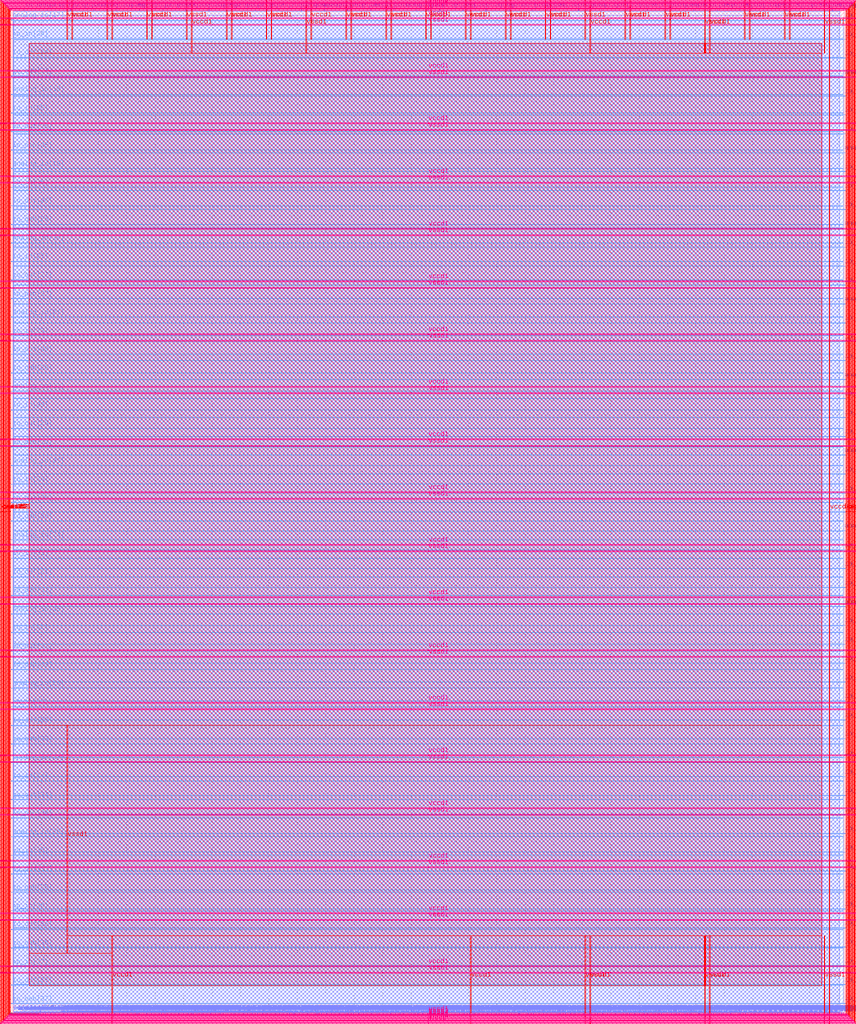
<source format=lef>
VERSION 5.7 ;
  NOWIREEXTENSIONATPIN ON ;
  DIVIDERCHAR "/" ;
  BUSBITCHARS "[]" ;
MACRO user_project_wrapper
  CLASS BLOCK ;
  FOREIGN user_project_wrapper ;
  ORIGIN 0.000 0.000 ;
  SIZE 2920.000 BY 3520.000 ;
  PIN analog_io[0]
    DIRECTION INOUT ;
    USE SIGNAL ;
    PORT
      LAYER met3 ;
        RECT 2917.600 1426.380 2924.800 1427.580 ;
    END
  END analog_io[0]
  PIN analog_io[10]
    DIRECTION INOUT ;
    USE SIGNAL ;
    PORT
      LAYER met2 ;
        RECT 2230.490 3517.600 2231.050 3524.800 ;
    END
  END analog_io[10]
  PIN analog_io[11]
    DIRECTION INOUT ;
    USE SIGNAL ;
    PORT
      LAYER met2 ;
        RECT 1905.730 3517.600 1906.290 3524.800 ;
    END
  END analog_io[11]
  PIN analog_io[12]
    DIRECTION INOUT ;
    USE SIGNAL ;
    PORT
      LAYER met2 ;
        RECT 1581.430 3517.600 1581.990 3524.800 ;
    END
  END analog_io[12]
  PIN analog_io[13]
    DIRECTION INOUT ;
    USE SIGNAL ;
    PORT
      LAYER met2 ;
        RECT 1257.130 3517.600 1257.690 3524.800 ;
    END
  END analog_io[13]
  PIN analog_io[14]
    DIRECTION INOUT ;
    USE SIGNAL ;
    PORT
      LAYER met2 ;
        RECT 932.370 3517.600 932.930 3524.800 ;
    END
  END analog_io[14]
  PIN analog_io[15]
    DIRECTION INOUT ;
    USE SIGNAL ;
    PORT
      LAYER met2 ;
        RECT 608.070 3517.600 608.630 3524.800 ;
    END
  END analog_io[15]
  PIN analog_io[16]
    DIRECTION INOUT ;
    USE SIGNAL ;
    PORT
      LAYER met2 ;
        RECT 283.770 3517.600 284.330 3524.800 ;
    END
  END analog_io[16]
  PIN analog_io[17]
    DIRECTION INOUT ;
    USE SIGNAL ;
    PORT
      LAYER met3 ;
        RECT -4.800 3486.100 2.400 3487.300 ;
    END
  END analog_io[17]
  PIN analog_io[18]
    DIRECTION INOUT ;
    USE SIGNAL ;
    PORT
      LAYER met3 ;
        RECT -4.800 3224.980 2.400 3226.180 ;
    END
  END analog_io[18]
  PIN analog_io[19]
    DIRECTION INOUT ;
    USE SIGNAL ;
    PORT
      LAYER met3 ;
        RECT -4.800 2964.540 2.400 2965.740 ;
    END
  END analog_io[19]
  PIN analog_io[1]
    DIRECTION INOUT ;
    USE SIGNAL ;
    PORT
      LAYER met3 ;
        RECT 2917.600 1692.260 2924.800 1693.460 ;
    END
  END analog_io[1]
  PIN analog_io[20]
    DIRECTION INOUT ;
    USE SIGNAL ;
    PORT
      LAYER met3 ;
        RECT -4.800 2703.420 2.400 2704.620 ;
    END
  END analog_io[20]
  PIN analog_io[21]
    DIRECTION INOUT ;
    USE SIGNAL ;
    PORT
      LAYER met3 ;
        RECT -4.800 2442.980 2.400 2444.180 ;
    END
  END analog_io[21]
  PIN analog_io[22]
    DIRECTION INOUT ;
    USE SIGNAL ;
    PORT
      LAYER met3 ;
        RECT -4.800 2182.540 2.400 2183.740 ;
    END
  END analog_io[22]
  PIN analog_io[23]
    DIRECTION INOUT ;
    USE SIGNAL ;
    PORT
      LAYER met3 ;
        RECT -4.800 1921.420 2.400 1922.620 ;
    END
  END analog_io[23]
  PIN analog_io[24]
    DIRECTION INOUT ;
    USE SIGNAL ;
    PORT
      LAYER met3 ;
        RECT -4.800 1660.980 2.400 1662.180 ;
    END
  END analog_io[24]
  PIN analog_io[25]
    DIRECTION INOUT ;
    USE SIGNAL ;
    PORT
      LAYER met3 ;
        RECT -4.800 1399.860 2.400 1401.060 ;
    END
  END analog_io[25]
  PIN analog_io[26]
    DIRECTION INOUT ;
    USE SIGNAL ;
    PORT
      LAYER met3 ;
        RECT -4.800 1139.420 2.400 1140.620 ;
    END
  END analog_io[26]
  PIN analog_io[27]
    DIRECTION INOUT ;
    USE SIGNAL ;
    PORT
      LAYER met3 ;
        RECT -4.800 878.980 2.400 880.180 ;
    END
  END analog_io[27]
  PIN analog_io[28]
    DIRECTION INOUT ;
    USE SIGNAL ;
    PORT
      LAYER met3 ;
        RECT -4.800 617.860 2.400 619.060 ;
    END
  END analog_io[28]
  PIN analog_io[2]
    DIRECTION INOUT ;
    USE SIGNAL ;
    PORT
      LAYER met3 ;
        RECT 2917.600 1958.140 2924.800 1959.340 ;
    END
  END analog_io[2]
  PIN analog_io[3]
    DIRECTION INOUT ;
    USE SIGNAL ;
    PORT
      LAYER met3 ;
        RECT 2917.600 2223.340 2924.800 2224.540 ;
    END
  END analog_io[3]
  PIN analog_io[4]
    DIRECTION INOUT ;
    USE SIGNAL ;
    PORT
      LAYER met3 ;
        RECT 2917.600 2489.220 2924.800 2490.420 ;
    END
  END analog_io[4]
  PIN analog_io[5]
    DIRECTION INOUT ;
    USE SIGNAL ;
    PORT
      LAYER met3 ;
        RECT 2917.600 2755.100 2924.800 2756.300 ;
    END
  END analog_io[5]
  PIN analog_io[6]
    DIRECTION INOUT ;
    USE SIGNAL ;
    PORT
      LAYER met3 ;
        RECT 2917.600 3020.300 2924.800 3021.500 ;
    END
  END analog_io[6]
  PIN analog_io[7]
    DIRECTION INOUT ;
    USE SIGNAL ;
    PORT
      LAYER met3 ;
        RECT 2917.600 3286.180 2924.800 3287.380 ;
    END
  END analog_io[7]
  PIN analog_io[8]
    DIRECTION INOUT ;
    USE SIGNAL ;
    PORT
      LAYER met2 ;
        RECT 2879.090 3517.600 2879.650 3524.800 ;
    END
  END analog_io[8]
  PIN analog_io[9]
    DIRECTION INOUT ;
    USE SIGNAL ;
    PORT
      LAYER met2 ;
        RECT 2554.790 3517.600 2555.350 3524.800 ;
    END
  END analog_io[9]
  PIN io_in[0]
    DIRECTION INPUT ;
    USE SIGNAL ;
    PORT
      LAYER met3 ;
        RECT 2917.600 32.380 2924.800 33.580 ;
    END
  END io_in[0]
  PIN io_in[10]
    DIRECTION INPUT ;
    USE SIGNAL ;
    PORT
      LAYER met3 ;
        RECT 2917.600 2289.980 2924.800 2291.180 ;
    END
  END io_in[10]
  PIN io_in[11]
    DIRECTION INPUT ;
    USE SIGNAL ;
    PORT
      LAYER met3 ;
        RECT 2917.600 2555.860 2924.800 2557.060 ;
    END
  END io_in[11]
  PIN io_in[12]
    DIRECTION INPUT ;
    USE SIGNAL ;
    PORT
      LAYER met3 ;
        RECT 2917.600 2821.060 2924.800 2822.260 ;
    END
  END io_in[12]
  PIN io_in[13]
    DIRECTION INPUT ;
    USE SIGNAL ;
    PORT
      LAYER met3 ;
        RECT 2917.600 3086.940 2924.800 3088.140 ;
    END
  END io_in[13]
  PIN io_in[14]
    DIRECTION INPUT ;
    USE SIGNAL ;
    PORT
      LAYER met3 ;
        RECT 2917.600 3352.820 2924.800 3354.020 ;
    END
  END io_in[14]
  PIN io_in[15]
    DIRECTION INPUT ;
    USE SIGNAL ;
    PORT
      LAYER met2 ;
        RECT 2798.130 3517.600 2798.690 3524.800 ;
    END
  END io_in[15]
  PIN io_in[16]
    DIRECTION INPUT ;
    USE SIGNAL ;
    PORT
      LAYER met2 ;
        RECT 2473.830 3517.600 2474.390 3524.800 ;
    END
  END io_in[16]
  PIN io_in[17]
    DIRECTION INPUT ;
    USE SIGNAL ;
    PORT
      LAYER met2 ;
        RECT 2149.070 3517.600 2149.630 3524.800 ;
    END
  END io_in[17]
  PIN io_in[18]
    DIRECTION INPUT ;
    USE SIGNAL ;
    PORT
      LAYER met2 ;
        RECT 1824.770 3517.600 1825.330 3524.800 ;
    END
  END io_in[18]
  PIN io_in[19]
    DIRECTION INPUT ;
    USE SIGNAL ;
    PORT
      LAYER met2 ;
        RECT 1500.470 3517.600 1501.030 3524.800 ;
    END
  END io_in[19]
  PIN io_in[1]
    DIRECTION INPUT ;
    USE SIGNAL ;
    PORT
      LAYER met3 ;
        RECT 2917.600 230.940 2924.800 232.140 ;
    END
  END io_in[1]
  PIN io_in[20]
    DIRECTION INPUT ;
    USE SIGNAL ;
    PORT
      LAYER met2 ;
        RECT 1175.710 3517.600 1176.270 3524.800 ;
    END
  END io_in[20]
  PIN io_in[21]
    DIRECTION INPUT ;
    USE SIGNAL ;
    PORT
      LAYER met2 ;
        RECT 851.410 3517.600 851.970 3524.800 ;
    END
  END io_in[21]
  PIN io_in[22]
    DIRECTION INPUT ;
    USE SIGNAL ;
    PORT
      LAYER met2 ;
        RECT 527.110 3517.600 527.670 3524.800 ;
    END
  END io_in[22]
  PIN io_in[23]
    DIRECTION INPUT ;
    USE SIGNAL ;
    PORT
      LAYER met2 ;
        RECT 202.350 3517.600 202.910 3524.800 ;
    END
  END io_in[23]
  PIN io_in[24]
    DIRECTION INPUT ;
    USE SIGNAL ;
    PORT
      LAYER met3 ;
        RECT -4.800 3420.820 2.400 3422.020 ;
    END
  END io_in[24]
  PIN io_in[25]
    DIRECTION INPUT ;
    USE SIGNAL ;
    PORT
      LAYER met3 ;
        RECT -4.800 3159.700 2.400 3160.900 ;
    END
  END io_in[25]
  PIN io_in[26]
    DIRECTION INPUT ;
    USE SIGNAL ;
    PORT
      LAYER met3 ;
        RECT -4.800 2899.260 2.400 2900.460 ;
    END
  END io_in[26]
  PIN io_in[27]
    DIRECTION INPUT ;
    USE SIGNAL ;
    PORT
      LAYER met3 ;
        RECT -4.800 2638.820 2.400 2640.020 ;
    END
  END io_in[27]
  PIN io_in[28]
    DIRECTION INPUT ;
    USE SIGNAL ;
    PORT
      LAYER met3 ;
        RECT -4.800 2377.700 2.400 2378.900 ;
    END
  END io_in[28]
  PIN io_in[29]
    DIRECTION INPUT ;
    USE SIGNAL ;
    PORT
      LAYER met3 ;
        RECT -4.800 2117.260 2.400 2118.460 ;
    END
  END io_in[29]
  PIN io_in[2]
    DIRECTION INPUT ;
    USE SIGNAL ;
    PORT
      LAYER met3 ;
        RECT 2917.600 430.180 2924.800 431.380 ;
    END
  END io_in[2]
  PIN io_in[30]
    DIRECTION INPUT ;
    USE SIGNAL ;
    PORT
      LAYER met3 ;
        RECT -4.800 1856.140 2.400 1857.340 ;
    END
  END io_in[30]
  PIN io_in[31]
    DIRECTION INPUT ;
    USE SIGNAL ;
    PORT
      LAYER met3 ;
        RECT -4.800 1595.700 2.400 1596.900 ;
    END
  END io_in[31]
  PIN io_in[32]
    DIRECTION INPUT ;
    USE SIGNAL ;
    PORT
      LAYER met3 ;
        RECT -4.800 1335.260 2.400 1336.460 ;
    END
  END io_in[32]
  PIN io_in[33]
    DIRECTION INPUT ;
    USE SIGNAL ;
    PORT
      LAYER met3 ;
        RECT -4.800 1074.140 2.400 1075.340 ;
    END
  END io_in[33]
  PIN io_in[34]
    DIRECTION INPUT ;
    USE SIGNAL ;
    PORT
      LAYER met3 ;
        RECT -4.800 813.700 2.400 814.900 ;
    END
  END io_in[34]
  PIN io_in[35]
    DIRECTION INPUT ;
    USE SIGNAL ;
    PORT
      LAYER met3 ;
        RECT -4.800 552.580 2.400 553.780 ;
    END
  END io_in[35]
  PIN io_in[36]
    DIRECTION INPUT ;
    USE SIGNAL ;
    PORT
      LAYER met3 ;
        RECT -4.800 357.420 2.400 358.620 ;
    END
  END io_in[36]
  PIN io_in[37]
    DIRECTION INPUT ;
    USE SIGNAL ;
    PORT
      LAYER met3 ;
        RECT -4.800 161.580 2.400 162.780 ;
    END
  END io_in[37]
  PIN io_in[3]
    DIRECTION INPUT ;
    USE SIGNAL ;
    PORT
      LAYER met3 ;
        RECT 2917.600 629.420 2924.800 630.620 ;
    END
  END io_in[3]
  PIN io_in[4]
    DIRECTION INPUT ;
    USE SIGNAL ;
    PORT
      LAYER met3 ;
        RECT 2917.600 828.660 2924.800 829.860 ;
    END
  END io_in[4]
  PIN io_in[5]
    DIRECTION INPUT ;
    USE SIGNAL ;
    PORT
      LAYER met3 ;
        RECT 2917.600 1027.900 2924.800 1029.100 ;
    END
  END io_in[5]
  PIN io_in[6]
    DIRECTION INPUT ;
    USE SIGNAL ;
    PORT
      LAYER met3 ;
        RECT 2917.600 1227.140 2924.800 1228.340 ;
    END
  END io_in[6]
  PIN io_in[7]
    DIRECTION INPUT ;
    USE SIGNAL ;
    PORT
      LAYER met3 ;
        RECT 2917.600 1493.020 2924.800 1494.220 ;
    END
  END io_in[7]
  PIN io_in[8]
    DIRECTION INPUT ;
    USE SIGNAL ;
    PORT
      LAYER met3 ;
        RECT 2917.600 1758.900 2924.800 1760.100 ;
    END
  END io_in[8]
  PIN io_in[9]
    DIRECTION INPUT ;
    USE SIGNAL ;
    PORT
      LAYER met3 ;
        RECT 2917.600 2024.100 2924.800 2025.300 ;
    END
  END io_in[9]
  PIN io_oeb[0]
    DIRECTION OUTPUT TRISTATE ;
    USE SIGNAL ;
    PORT
      LAYER met3 ;
        RECT 2917.600 164.980 2924.800 166.180 ;
    END
  END io_oeb[0]
  PIN io_oeb[10]
    DIRECTION OUTPUT TRISTATE ;
    USE SIGNAL ;
    PORT
      LAYER met3 ;
        RECT 2917.600 2422.580 2924.800 2423.780 ;
    END
  END io_oeb[10]
  PIN io_oeb[11]
    DIRECTION OUTPUT TRISTATE ;
    USE SIGNAL ;
    PORT
      LAYER met3 ;
        RECT 2917.600 2688.460 2924.800 2689.660 ;
    END
  END io_oeb[11]
  PIN io_oeb[12]
    DIRECTION OUTPUT TRISTATE ;
    USE SIGNAL ;
    PORT
      LAYER met3 ;
        RECT 2917.600 2954.340 2924.800 2955.540 ;
    END
  END io_oeb[12]
  PIN io_oeb[13]
    DIRECTION OUTPUT TRISTATE ;
    USE SIGNAL ;
    PORT
      LAYER met3 ;
        RECT 2917.600 3219.540 2924.800 3220.740 ;
    END
  END io_oeb[13]
  PIN io_oeb[14]
    DIRECTION OUTPUT TRISTATE ;
    USE SIGNAL ;
    PORT
      LAYER met3 ;
        RECT 2917.600 3485.420 2924.800 3486.620 ;
    END
  END io_oeb[14]
  PIN io_oeb[15]
    DIRECTION OUTPUT TRISTATE ;
    USE SIGNAL ;
    PORT
      LAYER met2 ;
        RECT 2635.750 3517.600 2636.310 3524.800 ;
    END
  END io_oeb[15]
  PIN io_oeb[16]
    DIRECTION OUTPUT TRISTATE ;
    USE SIGNAL ;
    PORT
      LAYER met2 ;
        RECT 2311.450 3517.600 2312.010 3524.800 ;
    END
  END io_oeb[16]
  PIN io_oeb[17]
    DIRECTION OUTPUT TRISTATE ;
    USE SIGNAL ;
    PORT
      LAYER met2 ;
        RECT 1987.150 3517.600 1987.710 3524.800 ;
    END
  END io_oeb[17]
  PIN io_oeb[18]
    DIRECTION OUTPUT TRISTATE ;
    USE SIGNAL ;
    PORT
      LAYER met2 ;
        RECT 1662.390 3517.600 1662.950 3524.800 ;
    END
  END io_oeb[18]
  PIN io_oeb[19]
    DIRECTION OUTPUT TRISTATE ;
    USE SIGNAL ;
    PORT
      LAYER met2 ;
        RECT 1338.090 3517.600 1338.650 3524.800 ;
    END
  END io_oeb[19]
  PIN io_oeb[1]
    DIRECTION OUTPUT TRISTATE ;
    USE SIGNAL ;
    PORT
      LAYER met3 ;
        RECT 2917.600 364.220 2924.800 365.420 ;
    END
  END io_oeb[1]
  PIN io_oeb[20]
    DIRECTION OUTPUT TRISTATE ;
    USE SIGNAL ;
    PORT
      LAYER met2 ;
        RECT 1013.790 3517.600 1014.350 3524.800 ;
    END
  END io_oeb[20]
  PIN io_oeb[21]
    DIRECTION OUTPUT TRISTATE ;
    USE SIGNAL ;
    PORT
      LAYER met2 ;
        RECT 689.030 3517.600 689.590 3524.800 ;
    END
  END io_oeb[21]
  PIN io_oeb[22]
    DIRECTION OUTPUT TRISTATE ;
    USE SIGNAL ;
    PORT
      LAYER met2 ;
        RECT 364.730 3517.600 365.290 3524.800 ;
    END
  END io_oeb[22]
  PIN io_oeb[23]
    DIRECTION OUTPUT TRISTATE ;
    USE SIGNAL ;
    PORT
      LAYER met2 ;
        RECT 40.430 3517.600 40.990 3524.800 ;
    END
  END io_oeb[23]
  PIN io_oeb[24]
    DIRECTION OUTPUT TRISTATE ;
    USE SIGNAL ;
    PORT
      LAYER met3 ;
        RECT -4.800 3290.260 2.400 3291.460 ;
    END
  END io_oeb[24]
  PIN io_oeb[25]
    DIRECTION OUTPUT TRISTATE ;
    USE SIGNAL ;
    PORT
      LAYER met3 ;
        RECT -4.800 3029.820 2.400 3031.020 ;
    END
  END io_oeb[25]
  PIN io_oeb[26]
    DIRECTION OUTPUT TRISTATE ;
    USE SIGNAL ;
    PORT
      LAYER met3 ;
        RECT -4.800 2768.700 2.400 2769.900 ;
    END
  END io_oeb[26]
  PIN io_oeb[27]
    DIRECTION OUTPUT TRISTATE ;
    USE SIGNAL ;
    PORT
      LAYER met3 ;
        RECT -4.800 2508.260 2.400 2509.460 ;
    END
  END io_oeb[27]
  PIN io_oeb[28]
    DIRECTION OUTPUT TRISTATE ;
    USE SIGNAL ;
    PORT
      LAYER met3 ;
        RECT -4.800 2247.140 2.400 2248.340 ;
    END
  END io_oeb[28]
  PIN io_oeb[29]
    DIRECTION OUTPUT TRISTATE ;
    USE SIGNAL ;
    PORT
      LAYER met3 ;
        RECT -4.800 1986.700 2.400 1987.900 ;
    END
  END io_oeb[29]
  PIN io_oeb[2]
    DIRECTION OUTPUT TRISTATE ;
    USE SIGNAL ;
    PORT
      LAYER met3 ;
        RECT 2917.600 563.460 2924.800 564.660 ;
    END
  END io_oeb[2]
  PIN io_oeb[30]
    DIRECTION OUTPUT TRISTATE ;
    USE SIGNAL ;
    PORT
      LAYER met3 ;
        RECT -4.800 1726.260 2.400 1727.460 ;
    END
  END io_oeb[30]
  PIN io_oeb[31]
    DIRECTION OUTPUT TRISTATE ;
    USE SIGNAL ;
    PORT
      LAYER met3 ;
        RECT -4.800 1465.140 2.400 1466.340 ;
    END
  END io_oeb[31]
  PIN io_oeb[32]
    DIRECTION OUTPUT TRISTATE ;
    USE SIGNAL ;
    PORT
      LAYER met3 ;
        RECT -4.800 1204.700 2.400 1205.900 ;
    END
  END io_oeb[32]
  PIN io_oeb[33]
    DIRECTION OUTPUT TRISTATE ;
    USE SIGNAL ;
    PORT
      LAYER met3 ;
        RECT -4.800 943.580 2.400 944.780 ;
    END
  END io_oeb[33]
  PIN io_oeb[34]
    DIRECTION OUTPUT TRISTATE ;
    USE SIGNAL ;
    PORT
      LAYER met3 ;
        RECT -4.800 683.140 2.400 684.340 ;
    END
  END io_oeb[34]
  PIN io_oeb[35]
    DIRECTION OUTPUT TRISTATE ;
    USE SIGNAL ;
    PORT
      LAYER met3 ;
        RECT -4.800 422.700 2.400 423.900 ;
    END
  END io_oeb[35]
  PIN io_oeb[36]
    DIRECTION OUTPUT TRISTATE ;
    USE SIGNAL ;
    PORT
      LAYER met3 ;
        RECT -4.800 226.860 2.400 228.060 ;
    END
  END io_oeb[36]
  PIN io_oeb[37]
    DIRECTION OUTPUT TRISTATE ;
    USE SIGNAL ;
    PORT
      LAYER met3 ;
        RECT -4.800 31.700 2.400 32.900 ;
    END
  END io_oeb[37]
  PIN io_oeb[3]
    DIRECTION OUTPUT TRISTATE ;
    USE SIGNAL ;
    PORT
      LAYER met3 ;
        RECT 2917.600 762.700 2924.800 763.900 ;
    END
  END io_oeb[3]
  PIN io_oeb[4]
    DIRECTION OUTPUT TRISTATE ;
    USE SIGNAL ;
    PORT
      LAYER met3 ;
        RECT 2917.600 961.940 2924.800 963.140 ;
    END
  END io_oeb[4]
  PIN io_oeb[5]
    DIRECTION OUTPUT TRISTATE ;
    USE SIGNAL ;
    PORT
      LAYER met3 ;
        RECT 2917.600 1161.180 2924.800 1162.380 ;
    END
  END io_oeb[5]
  PIN io_oeb[6]
    DIRECTION OUTPUT TRISTATE ;
    USE SIGNAL ;
    PORT
      LAYER met3 ;
        RECT 2917.600 1360.420 2924.800 1361.620 ;
    END
  END io_oeb[6]
  PIN io_oeb[7]
    DIRECTION OUTPUT TRISTATE ;
    USE SIGNAL ;
    PORT
      LAYER met3 ;
        RECT 2917.600 1625.620 2924.800 1626.820 ;
    END
  END io_oeb[7]
  PIN io_oeb[8]
    DIRECTION OUTPUT TRISTATE ;
    USE SIGNAL ;
    PORT
      LAYER met3 ;
        RECT 2917.600 1891.500 2924.800 1892.700 ;
    END
  END io_oeb[8]
  PIN io_oeb[9]
    DIRECTION OUTPUT TRISTATE ;
    USE SIGNAL ;
    PORT
      LAYER met3 ;
        RECT 2917.600 2157.380 2924.800 2158.580 ;
    END
  END io_oeb[9]
  PIN io_out[0]
    DIRECTION OUTPUT TRISTATE ;
    USE SIGNAL ;
    PORT
      LAYER met3 ;
        RECT 2917.600 98.340 2924.800 99.540 ;
    END
  END io_out[0]
  PIN io_out[10]
    DIRECTION OUTPUT TRISTATE ;
    USE SIGNAL ;
    PORT
      LAYER met3 ;
        RECT 2917.600 2356.620 2924.800 2357.820 ;
    END
  END io_out[10]
  PIN io_out[11]
    DIRECTION OUTPUT TRISTATE ;
    USE SIGNAL ;
    PORT
      LAYER met3 ;
        RECT 2917.600 2621.820 2924.800 2623.020 ;
    END
  END io_out[11]
  PIN io_out[12]
    DIRECTION OUTPUT TRISTATE ;
    USE SIGNAL ;
    PORT
      LAYER met3 ;
        RECT 2917.600 2887.700 2924.800 2888.900 ;
    END
  END io_out[12]
  PIN io_out[13]
    DIRECTION OUTPUT TRISTATE ;
    USE SIGNAL ;
    PORT
      LAYER met3 ;
        RECT 2917.600 3153.580 2924.800 3154.780 ;
    END
  END io_out[13]
  PIN io_out[14]
    DIRECTION OUTPUT TRISTATE ;
    USE SIGNAL ;
    PORT
      LAYER met3 ;
        RECT 2917.600 3418.780 2924.800 3419.980 ;
    END
  END io_out[14]
  PIN io_out[15]
    DIRECTION OUTPUT TRISTATE ;
    USE SIGNAL ;
    PORT
      LAYER met2 ;
        RECT 2717.170 3517.600 2717.730 3524.800 ;
    END
  END io_out[15]
  PIN io_out[16]
    DIRECTION OUTPUT TRISTATE ;
    USE SIGNAL ;
    PORT
      LAYER met2 ;
        RECT 2392.410 3517.600 2392.970 3524.800 ;
    END
  END io_out[16]
  PIN io_out[17]
    DIRECTION OUTPUT TRISTATE ;
    USE SIGNAL ;
    PORT
      LAYER met2 ;
        RECT 2068.110 3517.600 2068.670 3524.800 ;
    END
  END io_out[17]
  PIN io_out[18]
    DIRECTION OUTPUT TRISTATE ;
    USE SIGNAL ;
    PORT
      LAYER met2 ;
        RECT 1743.810 3517.600 1744.370 3524.800 ;
    END
  END io_out[18]
  PIN io_out[19]
    DIRECTION OUTPUT TRISTATE ;
    USE SIGNAL ;
    PORT
      LAYER met2 ;
        RECT 1419.050 3517.600 1419.610 3524.800 ;
    END
  END io_out[19]
  PIN io_out[1]
    DIRECTION OUTPUT TRISTATE ;
    USE SIGNAL ;
    PORT
      LAYER met3 ;
        RECT 2917.600 297.580 2924.800 298.780 ;
    END
  END io_out[1]
  PIN io_out[20]
    DIRECTION OUTPUT TRISTATE ;
    USE SIGNAL ;
    PORT
      LAYER met2 ;
        RECT 1094.750 3517.600 1095.310 3524.800 ;
    END
  END io_out[20]
  PIN io_out[21]
    DIRECTION OUTPUT TRISTATE ;
    USE SIGNAL ;
    PORT
      LAYER met2 ;
        RECT 770.450 3517.600 771.010 3524.800 ;
    END
  END io_out[21]
  PIN io_out[22]
    DIRECTION OUTPUT TRISTATE ;
    USE SIGNAL ;
    PORT
      LAYER met2 ;
        RECT 445.690 3517.600 446.250 3524.800 ;
    END
  END io_out[22]
  PIN io_out[23]
    DIRECTION OUTPUT TRISTATE ;
    USE SIGNAL ;
    PORT
      LAYER met2 ;
        RECT 121.390 3517.600 121.950 3524.800 ;
    END
  END io_out[23]
  PIN io_out[24]
    DIRECTION OUTPUT TRISTATE ;
    USE SIGNAL ;
    PORT
      LAYER met3 ;
        RECT -4.800 3355.540 2.400 3356.740 ;
    END
  END io_out[24]
  PIN io_out[25]
    DIRECTION OUTPUT TRISTATE ;
    USE SIGNAL ;
    PORT
      LAYER met3 ;
        RECT -4.800 3095.100 2.400 3096.300 ;
    END
  END io_out[25]
  PIN io_out[26]
    DIRECTION OUTPUT TRISTATE ;
    USE SIGNAL ;
    PORT
      LAYER met3 ;
        RECT -4.800 2833.980 2.400 2835.180 ;
    END
  END io_out[26]
  PIN io_out[27]
    DIRECTION OUTPUT TRISTATE ;
    USE SIGNAL ;
    PORT
      LAYER met3 ;
        RECT -4.800 2573.540 2.400 2574.740 ;
    END
  END io_out[27]
  PIN io_out[28]
    DIRECTION OUTPUT TRISTATE ;
    USE SIGNAL ;
    PORT
      LAYER met3 ;
        RECT -4.800 2312.420 2.400 2313.620 ;
    END
  END io_out[28]
  PIN io_out[29]
    DIRECTION OUTPUT TRISTATE ;
    USE SIGNAL ;
    PORT
      LAYER met3 ;
        RECT -4.800 2051.980 2.400 2053.180 ;
    END
  END io_out[29]
  PIN io_out[2]
    DIRECTION OUTPUT TRISTATE ;
    USE SIGNAL ;
    PORT
      LAYER met3 ;
        RECT 2917.600 496.820 2924.800 498.020 ;
    END
  END io_out[2]
  PIN io_out[30]
    DIRECTION OUTPUT TRISTATE ;
    USE SIGNAL ;
    PORT
      LAYER met3 ;
        RECT -4.800 1791.540 2.400 1792.740 ;
    END
  END io_out[30]
  PIN io_out[31]
    DIRECTION OUTPUT TRISTATE ;
    USE SIGNAL ;
    PORT
      LAYER met3 ;
        RECT -4.800 1530.420 2.400 1531.620 ;
    END
  END io_out[31]
  PIN io_out[32]
    DIRECTION OUTPUT TRISTATE ;
    USE SIGNAL ;
    PORT
      LAYER met3 ;
        RECT -4.800 1269.980 2.400 1271.180 ;
    END
  END io_out[32]
  PIN io_out[33]
    DIRECTION OUTPUT TRISTATE ;
    USE SIGNAL ;
    PORT
      LAYER met3 ;
        RECT -4.800 1008.860 2.400 1010.060 ;
    END
  END io_out[33]
  PIN io_out[34]
    DIRECTION OUTPUT TRISTATE ;
    USE SIGNAL ;
    PORT
      LAYER met3 ;
        RECT -4.800 748.420 2.400 749.620 ;
    END
  END io_out[34]
  PIN io_out[35]
    DIRECTION OUTPUT TRISTATE ;
    USE SIGNAL ;
    PORT
      LAYER met3 ;
        RECT -4.800 487.300 2.400 488.500 ;
    END
  END io_out[35]
  PIN io_out[36]
    DIRECTION OUTPUT TRISTATE ;
    USE SIGNAL ;
    PORT
      LAYER met3 ;
        RECT -4.800 292.140 2.400 293.340 ;
    END
  END io_out[36]
  PIN io_out[37]
    DIRECTION OUTPUT TRISTATE ;
    USE SIGNAL ;
    PORT
      LAYER met3 ;
        RECT -4.800 96.300 2.400 97.500 ;
    END
  END io_out[37]
  PIN io_out[3]
    DIRECTION OUTPUT TRISTATE ;
    USE SIGNAL ;
    PORT
      LAYER met3 ;
        RECT 2917.600 696.060 2924.800 697.260 ;
    END
  END io_out[3]
  PIN io_out[4]
    DIRECTION OUTPUT TRISTATE ;
    USE SIGNAL ;
    PORT
      LAYER met3 ;
        RECT 2917.600 895.300 2924.800 896.500 ;
    END
  END io_out[4]
  PIN io_out[5]
    DIRECTION OUTPUT TRISTATE ;
    USE SIGNAL ;
    PORT
      LAYER met3 ;
        RECT 2917.600 1094.540 2924.800 1095.740 ;
    END
  END io_out[5]
  PIN io_out[6]
    DIRECTION OUTPUT TRISTATE ;
    USE SIGNAL ;
    PORT
      LAYER met3 ;
        RECT 2917.600 1293.780 2924.800 1294.980 ;
    END
  END io_out[6]
  PIN io_out[7]
    DIRECTION OUTPUT TRISTATE ;
    USE SIGNAL ;
    PORT
      LAYER met3 ;
        RECT 2917.600 1559.660 2924.800 1560.860 ;
    END
  END io_out[7]
  PIN io_out[8]
    DIRECTION OUTPUT TRISTATE ;
    USE SIGNAL ;
    PORT
      LAYER met3 ;
        RECT 2917.600 1824.860 2924.800 1826.060 ;
    END
  END io_out[8]
  PIN io_out[9]
    DIRECTION OUTPUT TRISTATE ;
    USE SIGNAL ;
    PORT
      LAYER met3 ;
        RECT 2917.600 2090.740 2924.800 2091.940 ;
    END
  END io_out[9]
  PIN la_data_in[0]
    DIRECTION INPUT ;
    USE SIGNAL ;
    PORT
      LAYER met2 ;
        RECT 629.230 -4.800 629.790 2.400 ;
    END
  END la_data_in[0]
  PIN la_data_in[100]
    DIRECTION INPUT ;
    USE SIGNAL ;
    PORT
      LAYER met2 ;
        RECT 2402.530 -4.800 2403.090 2.400 ;
    END
  END la_data_in[100]
  PIN la_data_in[101]
    DIRECTION INPUT ;
    USE SIGNAL ;
    PORT
      LAYER met2 ;
        RECT 2420.010 -4.800 2420.570 2.400 ;
    END
  END la_data_in[101]
  PIN la_data_in[102]
    DIRECTION INPUT ;
    USE SIGNAL ;
    PORT
      LAYER met2 ;
        RECT 2437.950 -4.800 2438.510 2.400 ;
    END
  END la_data_in[102]
  PIN la_data_in[103]
    DIRECTION INPUT ;
    USE SIGNAL ;
    PORT
      LAYER met2 ;
        RECT 2455.430 -4.800 2455.990 2.400 ;
    END
  END la_data_in[103]
  PIN la_data_in[104]
    DIRECTION INPUT ;
    USE SIGNAL ;
    PORT
      LAYER met2 ;
        RECT 2473.370 -4.800 2473.930 2.400 ;
    END
  END la_data_in[104]
  PIN la_data_in[105]
    DIRECTION INPUT ;
    USE SIGNAL ;
    PORT
      LAYER met2 ;
        RECT 2490.850 -4.800 2491.410 2.400 ;
    END
  END la_data_in[105]
  PIN la_data_in[106]
    DIRECTION INPUT ;
    USE SIGNAL ;
    PORT
      LAYER met2 ;
        RECT 2508.790 -4.800 2509.350 2.400 ;
    END
  END la_data_in[106]
  PIN la_data_in[107]
    DIRECTION INPUT ;
    USE SIGNAL ;
    PORT
      LAYER met2 ;
        RECT 2526.730 -4.800 2527.290 2.400 ;
    END
  END la_data_in[107]
  PIN la_data_in[108]
    DIRECTION INPUT ;
    USE SIGNAL ;
    PORT
      LAYER met2 ;
        RECT 2544.210 -4.800 2544.770 2.400 ;
    END
  END la_data_in[108]
  PIN la_data_in[109]
    DIRECTION INPUT ;
    USE SIGNAL ;
    PORT
      LAYER met2 ;
        RECT 2562.150 -4.800 2562.710 2.400 ;
    END
  END la_data_in[109]
  PIN la_data_in[10]
    DIRECTION INPUT ;
    USE SIGNAL ;
    PORT
      LAYER met2 ;
        RECT 806.330 -4.800 806.890 2.400 ;
    END
  END la_data_in[10]
  PIN la_data_in[110]
    DIRECTION INPUT ;
    USE SIGNAL ;
    PORT
      LAYER met2 ;
        RECT 2579.630 -4.800 2580.190 2.400 ;
    END
  END la_data_in[110]
  PIN la_data_in[111]
    DIRECTION INPUT ;
    USE SIGNAL ;
    PORT
      LAYER met2 ;
        RECT 2597.570 -4.800 2598.130 2.400 ;
    END
  END la_data_in[111]
  PIN la_data_in[112]
    DIRECTION INPUT ;
    USE SIGNAL ;
    PORT
      LAYER met2 ;
        RECT 2615.050 -4.800 2615.610 2.400 ;
    END
  END la_data_in[112]
  PIN la_data_in[113]
    DIRECTION INPUT ;
    USE SIGNAL ;
    PORT
      LAYER met2 ;
        RECT 2632.990 -4.800 2633.550 2.400 ;
    END
  END la_data_in[113]
  PIN la_data_in[114]
    DIRECTION INPUT ;
    USE SIGNAL ;
    PORT
      LAYER met2 ;
        RECT 2650.470 -4.800 2651.030 2.400 ;
    END
  END la_data_in[114]
  PIN la_data_in[115]
    DIRECTION INPUT ;
    USE SIGNAL ;
    PORT
      LAYER met2 ;
        RECT 2668.410 -4.800 2668.970 2.400 ;
    END
  END la_data_in[115]
  PIN la_data_in[116]
    DIRECTION INPUT ;
    USE SIGNAL ;
    PORT
      LAYER met2 ;
        RECT 2685.890 -4.800 2686.450 2.400 ;
    END
  END la_data_in[116]
  PIN la_data_in[117]
    DIRECTION INPUT ;
    USE SIGNAL ;
    PORT
      LAYER met2 ;
        RECT 2703.830 -4.800 2704.390 2.400 ;
    END
  END la_data_in[117]
  PIN la_data_in[118]
    DIRECTION INPUT ;
    USE SIGNAL ;
    PORT
      LAYER met2 ;
        RECT 2721.770 -4.800 2722.330 2.400 ;
    END
  END la_data_in[118]
  PIN la_data_in[119]
    DIRECTION INPUT ;
    USE SIGNAL ;
    PORT
      LAYER met2 ;
        RECT 2739.250 -4.800 2739.810 2.400 ;
    END
  END la_data_in[119]
  PIN la_data_in[11]
    DIRECTION INPUT ;
    USE SIGNAL ;
    PORT
      LAYER met2 ;
        RECT 824.270 -4.800 824.830 2.400 ;
    END
  END la_data_in[11]
  PIN la_data_in[120]
    DIRECTION INPUT ;
    USE SIGNAL ;
    PORT
      LAYER met2 ;
        RECT 2757.190 -4.800 2757.750 2.400 ;
    END
  END la_data_in[120]
  PIN la_data_in[121]
    DIRECTION INPUT ;
    USE SIGNAL ;
    PORT
      LAYER met2 ;
        RECT 2774.670 -4.800 2775.230 2.400 ;
    END
  END la_data_in[121]
  PIN la_data_in[122]
    DIRECTION INPUT ;
    USE SIGNAL ;
    PORT
      LAYER met2 ;
        RECT 2792.610 -4.800 2793.170 2.400 ;
    END
  END la_data_in[122]
  PIN la_data_in[123]
    DIRECTION INPUT ;
    USE SIGNAL ;
    PORT
      LAYER met2 ;
        RECT 2810.090 -4.800 2810.650 2.400 ;
    END
  END la_data_in[123]
  PIN la_data_in[124]
    DIRECTION INPUT ;
    USE SIGNAL ;
    PORT
      LAYER met2 ;
        RECT 2828.030 -4.800 2828.590 2.400 ;
    END
  END la_data_in[124]
  PIN la_data_in[125]
    DIRECTION INPUT ;
    USE SIGNAL ;
    PORT
      LAYER met2 ;
        RECT 2845.510 -4.800 2846.070 2.400 ;
    END
  END la_data_in[125]
  PIN la_data_in[126]
    DIRECTION INPUT ;
    USE SIGNAL ;
    PORT
      LAYER met2 ;
        RECT 2863.450 -4.800 2864.010 2.400 ;
    END
  END la_data_in[126]
  PIN la_data_in[127]
    DIRECTION INPUT ;
    USE SIGNAL ;
    PORT
      LAYER met2 ;
        RECT 2881.390 -4.800 2881.950 2.400 ;
    END
  END la_data_in[127]
  PIN la_data_in[12]
    DIRECTION INPUT ;
    USE SIGNAL ;
    PORT
      LAYER met2 ;
        RECT 841.750 -4.800 842.310 2.400 ;
    END
  END la_data_in[12]
  PIN la_data_in[13]
    DIRECTION INPUT ;
    USE SIGNAL ;
    PORT
      LAYER met2 ;
        RECT 859.690 -4.800 860.250 2.400 ;
    END
  END la_data_in[13]
  PIN la_data_in[14]
    DIRECTION INPUT ;
    USE SIGNAL ;
    PORT
      LAYER met2 ;
        RECT 877.170 -4.800 877.730 2.400 ;
    END
  END la_data_in[14]
  PIN la_data_in[15]
    DIRECTION INPUT ;
    USE SIGNAL ;
    PORT
      LAYER met2 ;
        RECT 895.110 -4.800 895.670 2.400 ;
    END
  END la_data_in[15]
  PIN la_data_in[16]
    DIRECTION INPUT ;
    USE SIGNAL ;
    PORT
      LAYER met2 ;
        RECT 912.590 -4.800 913.150 2.400 ;
    END
  END la_data_in[16]
  PIN la_data_in[17]
    DIRECTION INPUT ;
    USE SIGNAL ;
    PORT
      LAYER met2 ;
        RECT 930.530 -4.800 931.090 2.400 ;
    END
  END la_data_in[17]
  PIN la_data_in[18]
    DIRECTION INPUT ;
    USE SIGNAL ;
    PORT
      LAYER met2 ;
        RECT 948.470 -4.800 949.030 2.400 ;
    END
  END la_data_in[18]
  PIN la_data_in[19]
    DIRECTION INPUT ;
    USE SIGNAL ;
    PORT
      LAYER met2 ;
        RECT 965.950 -4.800 966.510 2.400 ;
    END
  END la_data_in[19]
  PIN la_data_in[1]
    DIRECTION INPUT ;
    USE SIGNAL ;
    PORT
      LAYER met2 ;
        RECT 646.710 -4.800 647.270 2.400 ;
    END
  END la_data_in[1]
  PIN la_data_in[20]
    DIRECTION INPUT ;
    USE SIGNAL ;
    PORT
      LAYER met2 ;
        RECT 983.890 -4.800 984.450 2.400 ;
    END
  END la_data_in[20]
  PIN la_data_in[21]
    DIRECTION INPUT ;
    USE SIGNAL ;
    PORT
      LAYER met2 ;
        RECT 1001.370 -4.800 1001.930 2.400 ;
    END
  END la_data_in[21]
  PIN la_data_in[22]
    DIRECTION INPUT ;
    USE SIGNAL ;
    PORT
      LAYER met2 ;
        RECT 1019.310 -4.800 1019.870 2.400 ;
    END
  END la_data_in[22]
  PIN la_data_in[23]
    DIRECTION INPUT ;
    USE SIGNAL ;
    PORT
      LAYER met2 ;
        RECT 1036.790 -4.800 1037.350 2.400 ;
    END
  END la_data_in[23]
  PIN la_data_in[24]
    DIRECTION INPUT ;
    USE SIGNAL ;
    PORT
      LAYER met2 ;
        RECT 1054.730 -4.800 1055.290 2.400 ;
    END
  END la_data_in[24]
  PIN la_data_in[25]
    DIRECTION INPUT ;
    USE SIGNAL ;
    PORT
      LAYER met2 ;
        RECT 1072.210 -4.800 1072.770 2.400 ;
    END
  END la_data_in[25]
  PIN la_data_in[26]
    DIRECTION INPUT ;
    USE SIGNAL ;
    PORT
      LAYER met2 ;
        RECT 1090.150 -4.800 1090.710 2.400 ;
    END
  END la_data_in[26]
  PIN la_data_in[27]
    DIRECTION INPUT ;
    USE SIGNAL ;
    PORT
      LAYER met2 ;
        RECT 1107.630 -4.800 1108.190 2.400 ;
    END
  END la_data_in[27]
  PIN la_data_in[28]
    DIRECTION INPUT ;
    USE SIGNAL ;
    PORT
      LAYER met2 ;
        RECT 1125.570 -4.800 1126.130 2.400 ;
    END
  END la_data_in[28]
  PIN la_data_in[29]
    DIRECTION INPUT ;
    USE SIGNAL ;
    PORT
      LAYER met2 ;
        RECT 1143.510 -4.800 1144.070 2.400 ;
    END
  END la_data_in[29]
  PIN la_data_in[2]
    DIRECTION INPUT ;
    USE SIGNAL ;
    PORT
      LAYER met2 ;
        RECT 664.650 -4.800 665.210 2.400 ;
    END
  END la_data_in[2]
  PIN la_data_in[30]
    DIRECTION INPUT ;
    USE SIGNAL ;
    PORT
      LAYER met2 ;
        RECT 1160.990 -4.800 1161.550 2.400 ;
    END
  END la_data_in[30]
  PIN la_data_in[31]
    DIRECTION INPUT ;
    USE SIGNAL ;
    PORT
      LAYER met2 ;
        RECT 1178.930 -4.800 1179.490 2.400 ;
    END
  END la_data_in[31]
  PIN la_data_in[32]
    DIRECTION INPUT ;
    USE SIGNAL ;
    PORT
      LAYER met2 ;
        RECT 1196.410 -4.800 1196.970 2.400 ;
    END
  END la_data_in[32]
  PIN la_data_in[33]
    DIRECTION INPUT ;
    USE SIGNAL ;
    PORT
      LAYER met2 ;
        RECT 1214.350 -4.800 1214.910 2.400 ;
    END
  END la_data_in[33]
  PIN la_data_in[34]
    DIRECTION INPUT ;
    USE SIGNAL ;
    PORT
      LAYER met2 ;
        RECT 1231.830 -4.800 1232.390 2.400 ;
    END
  END la_data_in[34]
  PIN la_data_in[35]
    DIRECTION INPUT ;
    USE SIGNAL ;
    PORT
      LAYER met2 ;
        RECT 1249.770 -4.800 1250.330 2.400 ;
    END
  END la_data_in[35]
  PIN la_data_in[36]
    DIRECTION INPUT ;
    USE SIGNAL ;
    PORT
      LAYER met2 ;
        RECT 1267.250 -4.800 1267.810 2.400 ;
    END
  END la_data_in[36]
  PIN la_data_in[37]
    DIRECTION INPUT ;
    USE SIGNAL ;
    PORT
      LAYER met2 ;
        RECT 1285.190 -4.800 1285.750 2.400 ;
    END
  END la_data_in[37]
  PIN la_data_in[38]
    DIRECTION INPUT ;
    USE SIGNAL ;
    PORT
      LAYER met2 ;
        RECT 1303.130 -4.800 1303.690 2.400 ;
    END
  END la_data_in[38]
  PIN la_data_in[39]
    DIRECTION INPUT ;
    USE SIGNAL ;
    PORT
      LAYER met2 ;
        RECT 1320.610 -4.800 1321.170 2.400 ;
    END
  END la_data_in[39]
  PIN la_data_in[3]
    DIRECTION INPUT ;
    USE SIGNAL ;
    PORT
      LAYER met2 ;
        RECT 682.130 -4.800 682.690 2.400 ;
    END
  END la_data_in[3]
  PIN la_data_in[40]
    DIRECTION INPUT ;
    USE SIGNAL ;
    PORT
      LAYER met2 ;
        RECT 1338.550 -4.800 1339.110 2.400 ;
    END
  END la_data_in[40]
  PIN la_data_in[41]
    DIRECTION INPUT ;
    USE SIGNAL ;
    PORT
      LAYER met2 ;
        RECT 1356.030 -4.800 1356.590 2.400 ;
    END
  END la_data_in[41]
  PIN la_data_in[42]
    DIRECTION INPUT ;
    USE SIGNAL ;
    PORT
      LAYER met2 ;
        RECT 1373.970 -4.800 1374.530 2.400 ;
    END
  END la_data_in[42]
  PIN la_data_in[43]
    DIRECTION INPUT ;
    USE SIGNAL ;
    PORT
      LAYER met2 ;
        RECT 1391.450 -4.800 1392.010 2.400 ;
    END
  END la_data_in[43]
  PIN la_data_in[44]
    DIRECTION INPUT ;
    USE SIGNAL ;
    PORT
      LAYER met2 ;
        RECT 1409.390 -4.800 1409.950 2.400 ;
    END
  END la_data_in[44]
  PIN la_data_in[45]
    DIRECTION INPUT ;
    USE SIGNAL ;
    PORT
      LAYER met2 ;
        RECT 1426.870 -4.800 1427.430 2.400 ;
    END
  END la_data_in[45]
  PIN la_data_in[46]
    DIRECTION INPUT ;
    USE SIGNAL ;
    PORT
      LAYER met2 ;
        RECT 1444.810 -4.800 1445.370 2.400 ;
    END
  END la_data_in[46]
  PIN la_data_in[47]
    DIRECTION INPUT ;
    USE SIGNAL ;
    PORT
      LAYER met2 ;
        RECT 1462.750 -4.800 1463.310 2.400 ;
    END
  END la_data_in[47]
  PIN la_data_in[48]
    DIRECTION INPUT ;
    USE SIGNAL ;
    PORT
      LAYER met2 ;
        RECT 1480.230 -4.800 1480.790 2.400 ;
    END
  END la_data_in[48]
  PIN la_data_in[49]
    DIRECTION INPUT ;
    USE SIGNAL ;
    PORT
      LAYER met2 ;
        RECT 1498.170 -4.800 1498.730 2.400 ;
    END
  END la_data_in[49]
  PIN la_data_in[4]
    DIRECTION INPUT ;
    USE SIGNAL ;
    PORT
      LAYER met2 ;
        RECT 700.070 -4.800 700.630 2.400 ;
    END
  END la_data_in[4]
  PIN la_data_in[50]
    DIRECTION INPUT ;
    USE SIGNAL ;
    PORT
      LAYER met2 ;
        RECT 1515.650 -4.800 1516.210 2.400 ;
    END
  END la_data_in[50]
  PIN la_data_in[51]
    DIRECTION INPUT ;
    USE SIGNAL ;
    PORT
      LAYER met2 ;
        RECT 1533.590 -4.800 1534.150 2.400 ;
    END
  END la_data_in[51]
  PIN la_data_in[52]
    DIRECTION INPUT ;
    USE SIGNAL ;
    PORT
      LAYER met2 ;
        RECT 1551.070 -4.800 1551.630 2.400 ;
    END
  END la_data_in[52]
  PIN la_data_in[53]
    DIRECTION INPUT ;
    USE SIGNAL ;
    PORT
      LAYER met2 ;
        RECT 1569.010 -4.800 1569.570 2.400 ;
    END
  END la_data_in[53]
  PIN la_data_in[54]
    DIRECTION INPUT ;
    USE SIGNAL ;
    PORT
      LAYER met2 ;
        RECT 1586.490 -4.800 1587.050 2.400 ;
    END
  END la_data_in[54]
  PIN la_data_in[55]
    DIRECTION INPUT ;
    USE SIGNAL ;
    PORT
      LAYER met2 ;
        RECT 1604.430 -4.800 1604.990 2.400 ;
    END
  END la_data_in[55]
  PIN la_data_in[56]
    DIRECTION INPUT ;
    USE SIGNAL ;
    PORT
      LAYER met2 ;
        RECT 1621.910 -4.800 1622.470 2.400 ;
    END
  END la_data_in[56]
  PIN la_data_in[57]
    DIRECTION INPUT ;
    USE SIGNAL ;
    PORT
      LAYER met2 ;
        RECT 1639.850 -4.800 1640.410 2.400 ;
    END
  END la_data_in[57]
  PIN la_data_in[58]
    DIRECTION INPUT ;
    USE SIGNAL ;
    PORT
      LAYER met2 ;
        RECT 1657.790 -4.800 1658.350 2.400 ;
    END
  END la_data_in[58]
  PIN la_data_in[59]
    DIRECTION INPUT ;
    USE SIGNAL ;
    PORT
      LAYER met2 ;
        RECT 1675.270 -4.800 1675.830 2.400 ;
    END
  END la_data_in[59]
  PIN la_data_in[5]
    DIRECTION INPUT ;
    USE SIGNAL ;
    PORT
      LAYER met2 ;
        RECT 717.550 -4.800 718.110 2.400 ;
    END
  END la_data_in[5]
  PIN la_data_in[60]
    DIRECTION INPUT ;
    USE SIGNAL ;
    PORT
      LAYER met2 ;
        RECT 1693.210 -4.800 1693.770 2.400 ;
    END
  END la_data_in[60]
  PIN la_data_in[61]
    DIRECTION INPUT ;
    USE SIGNAL ;
    PORT
      LAYER met2 ;
        RECT 1710.690 -4.800 1711.250 2.400 ;
    END
  END la_data_in[61]
  PIN la_data_in[62]
    DIRECTION INPUT ;
    USE SIGNAL ;
    PORT
      LAYER met2 ;
        RECT 1728.630 -4.800 1729.190 2.400 ;
    END
  END la_data_in[62]
  PIN la_data_in[63]
    DIRECTION INPUT ;
    USE SIGNAL ;
    PORT
      LAYER met2 ;
        RECT 1746.110 -4.800 1746.670 2.400 ;
    END
  END la_data_in[63]
  PIN la_data_in[64]
    DIRECTION INPUT ;
    USE SIGNAL ;
    PORT
      LAYER met2 ;
        RECT 1764.050 -4.800 1764.610 2.400 ;
    END
  END la_data_in[64]
  PIN la_data_in[65]
    DIRECTION INPUT ;
    USE SIGNAL ;
    PORT
      LAYER met2 ;
        RECT 1781.530 -4.800 1782.090 2.400 ;
    END
  END la_data_in[65]
  PIN la_data_in[66]
    DIRECTION INPUT ;
    USE SIGNAL ;
    PORT
      LAYER met2 ;
        RECT 1799.470 -4.800 1800.030 2.400 ;
    END
  END la_data_in[66]
  PIN la_data_in[67]
    DIRECTION INPUT ;
    USE SIGNAL ;
    PORT
      LAYER met2 ;
        RECT 1817.410 -4.800 1817.970 2.400 ;
    END
  END la_data_in[67]
  PIN la_data_in[68]
    DIRECTION INPUT ;
    USE SIGNAL ;
    PORT
      LAYER met2 ;
        RECT 1834.890 -4.800 1835.450 2.400 ;
    END
  END la_data_in[68]
  PIN la_data_in[69]
    DIRECTION INPUT ;
    USE SIGNAL ;
    PORT
      LAYER met2 ;
        RECT 1852.830 -4.800 1853.390 2.400 ;
    END
  END la_data_in[69]
  PIN la_data_in[6]
    DIRECTION INPUT ;
    USE SIGNAL ;
    PORT
      LAYER met2 ;
        RECT 735.490 -4.800 736.050 2.400 ;
    END
  END la_data_in[6]
  PIN la_data_in[70]
    DIRECTION INPUT ;
    USE SIGNAL ;
    PORT
      LAYER met2 ;
        RECT 1870.310 -4.800 1870.870 2.400 ;
    END
  END la_data_in[70]
  PIN la_data_in[71]
    DIRECTION INPUT ;
    USE SIGNAL ;
    PORT
      LAYER met2 ;
        RECT 1888.250 -4.800 1888.810 2.400 ;
    END
  END la_data_in[71]
  PIN la_data_in[72]
    DIRECTION INPUT ;
    USE SIGNAL ;
    PORT
      LAYER met2 ;
        RECT 1905.730 -4.800 1906.290 2.400 ;
    END
  END la_data_in[72]
  PIN la_data_in[73]
    DIRECTION INPUT ;
    USE SIGNAL ;
    PORT
      LAYER met2 ;
        RECT 1923.670 -4.800 1924.230 2.400 ;
    END
  END la_data_in[73]
  PIN la_data_in[74]
    DIRECTION INPUT ;
    USE SIGNAL ;
    PORT
      LAYER met2 ;
        RECT 1941.150 -4.800 1941.710 2.400 ;
    END
  END la_data_in[74]
  PIN la_data_in[75]
    DIRECTION INPUT ;
    USE SIGNAL ;
    PORT
      LAYER met2 ;
        RECT 1959.090 -4.800 1959.650 2.400 ;
    END
  END la_data_in[75]
  PIN la_data_in[76]
    DIRECTION INPUT ;
    USE SIGNAL ;
    PORT
      LAYER met2 ;
        RECT 1976.570 -4.800 1977.130 2.400 ;
    END
  END la_data_in[76]
  PIN la_data_in[77]
    DIRECTION INPUT ;
    USE SIGNAL ;
    PORT
      LAYER met2 ;
        RECT 1994.510 -4.800 1995.070 2.400 ;
    END
  END la_data_in[77]
  PIN la_data_in[78]
    DIRECTION INPUT ;
    USE SIGNAL ;
    PORT
      LAYER met2 ;
        RECT 2012.450 -4.800 2013.010 2.400 ;
    END
  END la_data_in[78]
  PIN la_data_in[79]
    DIRECTION INPUT ;
    USE SIGNAL ;
    PORT
      LAYER met2 ;
        RECT 2029.930 -4.800 2030.490 2.400 ;
    END
  END la_data_in[79]
  PIN la_data_in[7]
    DIRECTION INPUT ;
    USE SIGNAL ;
    PORT
      LAYER met2 ;
        RECT 752.970 -4.800 753.530 2.400 ;
    END
  END la_data_in[7]
  PIN la_data_in[80]
    DIRECTION INPUT ;
    USE SIGNAL ;
    PORT
      LAYER met2 ;
        RECT 2047.870 -4.800 2048.430 2.400 ;
    END
  END la_data_in[80]
  PIN la_data_in[81]
    DIRECTION INPUT ;
    USE SIGNAL ;
    PORT
      LAYER met2 ;
        RECT 2065.350 -4.800 2065.910 2.400 ;
    END
  END la_data_in[81]
  PIN la_data_in[82]
    DIRECTION INPUT ;
    USE SIGNAL ;
    PORT
      LAYER met2 ;
        RECT 2083.290 -4.800 2083.850 2.400 ;
    END
  END la_data_in[82]
  PIN la_data_in[83]
    DIRECTION INPUT ;
    USE SIGNAL ;
    PORT
      LAYER met2 ;
        RECT 2100.770 -4.800 2101.330 2.400 ;
    END
  END la_data_in[83]
  PIN la_data_in[84]
    DIRECTION INPUT ;
    USE SIGNAL ;
    PORT
      LAYER met2 ;
        RECT 2118.710 -4.800 2119.270 2.400 ;
    END
  END la_data_in[84]
  PIN la_data_in[85]
    DIRECTION INPUT ;
    USE SIGNAL ;
    PORT
      LAYER met2 ;
        RECT 2136.190 -4.800 2136.750 2.400 ;
    END
  END la_data_in[85]
  PIN la_data_in[86]
    DIRECTION INPUT ;
    USE SIGNAL ;
    PORT
      LAYER met2 ;
        RECT 2154.130 -4.800 2154.690 2.400 ;
    END
  END la_data_in[86]
  PIN la_data_in[87]
    DIRECTION INPUT ;
    USE SIGNAL ;
    PORT
      LAYER met2 ;
        RECT 2172.070 -4.800 2172.630 2.400 ;
    END
  END la_data_in[87]
  PIN la_data_in[88]
    DIRECTION INPUT ;
    USE SIGNAL ;
    PORT
      LAYER met2 ;
        RECT 2189.550 -4.800 2190.110 2.400 ;
    END
  END la_data_in[88]
  PIN la_data_in[89]
    DIRECTION INPUT ;
    USE SIGNAL ;
    PORT
      LAYER met2 ;
        RECT 2207.490 -4.800 2208.050 2.400 ;
    END
  END la_data_in[89]
  PIN la_data_in[8]
    DIRECTION INPUT ;
    USE SIGNAL ;
    PORT
      LAYER met2 ;
        RECT 770.910 -4.800 771.470 2.400 ;
    END
  END la_data_in[8]
  PIN la_data_in[90]
    DIRECTION INPUT ;
    USE SIGNAL ;
    PORT
      LAYER met2 ;
        RECT 2224.970 -4.800 2225.530 2.400 ;
    END
  END la_data_in[90]
  PIN la_data_in[91]
    DIRECTION INPUT ;
    USE SIGNAL ;
    PORT
      LAYER met2 ;
        RECT 2242.910 -4.800 2243.470 2.400 ;
    END
  END la_data_in[91]
  PIN la_data_in[92]
    DIRECTION INPUT ;
    USE SIGNAL ;
    PORT
      LAYER met2 ;
        RECT 2260.390 -4.800 2260.950 2.400 ;
    END
  END la_data_in[92]
  PIN la_data_in[93]
    DIRECTION INPUT ;
    USE SIGNAL ;
    PORT
      LAYER met2 ;
        RECT 2278.330 -4.800 2278.890 2.400 ;
    END
  END la_data_in[93]
  PIN la_data_in[94]
    DIRECTION INPUT ;
    USE SIGNAL ;
    PORT
      LAYER met2 ;
        RECT 2295.810 -4.800 2296.370 2.400 ;
    END
  END la_data_in[94]
  PIN la_data_in[95]
    DIRECTION INPUT ;
    USE SIGNAL ;
    PORT
      LAYER met2 ;
        RECT 2313.750 -4.800 2314.310 2.400 ;
    END
  END la_data_in[95]
  PIN la_data_in[96]
    DIRECTION INPUT ;
    USE SIGNAL ;
    PORT
      LAYER met2 ;
        RECT 2331.230 -4.800 2331.790 2.400 ;
    END
  END la_data_in[96]
  PIN la_data_in[97]
    DIRECTION INPUT ;
    USE SIGNAL ;
    PORT
      LAYER met2 ;
        RECT 2349.170 -4.800 2349.730 2.400 ;
    END
  END la_data_in[97]
  PIN la_data_in[98]
    DIRECTION INPUT ;
    USE SIGNAL ;
    PORT
      LAYER met2 ;
        RECT 2367.110 -4.800 2367.670 2.400 ;
    END
  END la_data_in[98]
  PIN la_data_in[99]
    DIRECTION INPUT ;
    USE SIGNAL ;
    PORT
      LAYER met2 ;
        RECT 2384.590 -4.800 2385.150 2.400 ;
    END
  END la_data_in[99]
  PIN la_data_in[9]
    DIRECTION INPUT ;
    USE SIGNAL ;
    PORT
      LAYER met2 ;
        RECT 788.850 -4.800 789.410 2.400 ;
    END
  END la_data_in[9]
  PIN la_data_out[0]
    DIRECTION OUTPUT TRISTATE ;
    USE SIGNAL ;
    PORT
      LAYER met2 ;
        RECT 634.750 -4.800 635.310 2.400 ;
    END
  END la_data_out[0]
  PIN la_data_out[100]
    DIRECTION OUTPUT TRISTATE ;
    USE SIGNAL ;
    PORT
      LAYER met2 ;
        RECT 2408.510 -4.800 2409.070 2.400 ;
    END
  END la_data_out[100]
  PIN la_data_out[101]
    DIRECTION OUTPUT TRISTATE ;
    USE SIGNAL ;
    PORT
      LAYER met2 ;
        RECT 2425.990 -4.800 2426.550 2.400 ;
    END
  END la_data_out[101]
  PIN la_data_out[102]
    DIRECTION OUTPUT TRISTATE ;
    USE SIGNAL ;
    PORT
      LAYER met2 ;
        RECT 2443.930 -4.800 2444.490 2.400 ;
    END
  END la_data_out[102]
  PIN la_data_out[103]
    DIRECTION OUTPUT TRISTATE ;
    USE SIGNAL ;
    PORT
      LAYER met2 ;
        RECT 2461.410 -4.800 2461.970 2.400 ;
    END
  END la_data_out[103]
  PIN la_data_out[104]
    DIRECTION OUTPUT TRISTATE ;
    USE SIGNAL ;
    PORT
      LAYER met2 ;
        RECT 2479.350 -4.800 2479.910 2.400 ;
    END
  END la_data_out[104]
  PIN la_data_out[105]
    DIRECTION OUTPUT TRISTATE ;
    USE SIGNAL ;
    PORT
      LAYER met2 ;
        RECT 2496.830 -4.800 2497.390 2.400 ;
    END
  END la_data_out[105]
  PIN la_data_out[106]
    DIRECTION OUTPUT TRISTATE ;
    USE SIGNAL ;
    PORT
      LAYER met2 ;
        RECT 2514.770 -4.800 2515.330 2.400 ;
    END
  END la_data_out[106]
  PIN la_data_out[107]
    DIRECTION OUTPUT TRISTATE ;
    USE SIGNAL ;
    PORT
      LAYER met2 ;
        RECT 2532.250 -4.800 2532.810 2.400 ;
    END
  END la_data_out[107]
  PIN la_data_out[108]
    DIRECTION OUTPUT TRISTATE ;
    USE SIGNAL ;
    PORT
      LAYER met2 ;
        RECT 2550.190 -4.800 2550.750 2.400 ;
    END
  END la_data_out[108]
  PIN la_data_out[109]
    DIRECTION OUTPUT TRISTATE ;
    USE SIGNAL ;
    PORT
      LAYER met2 ;
        RECT 2567.670 -4.800 2568.230 2.400 ;
    END
  END la_data_out[109]
  PIN la_data_out[10]
    DIRECTION OUTPUT TRISTATE ;
    USE SIGNAL ;
    PORT
      LAYER met2 ;
        RECT 812.310 -4.800 812.870 2.400 ;
    END
  END la_data_out[10]
  PIN la_data_out[110]
    DIRECTION OUTPUT TRISTATE ;
    USE SIGNAL ;
    PORT
      LAYER met2 ;
        RECT 2585.610 -4.800 2586.170 2.400 ;
    END
  END la_data_out[110]
  PIN la_data_out[111]
    DIRECTION OUTPUT TRISTATE ;
    USE SIGNAL ;
    PORT
      LAYER met2 ;
        RECT 2603.550 -4.800 2604.110 2.400 ;
    END
  END la_data_out[111]
  PIN la_data_out[112]
    DIRECTION OUTPUT TRISTATE ;
    USE SIGNAL ;
    PORT
      LAYER met2 ;
        RECT 2621.030 -4.800 2621.590 2.400 ;
    END
  END la_data_out[112]
  PIN la_data_out[113]
    DIRECTION OUTPUT TRISTATE ;
    USE SIGNAL ;
    PORT
      LAYER met2 ;
        RECT 2638.970 -4.800 2639.530 2.400 ;
    END
  END la_data_out[113]
  PIN la_data_out[114]
    DIRECTION OUTPUT TRISTATE ;
    USE SIGNAL ;
    PORT
      LAYER met2 ;
        RECT 2656.450 -4.800 2657.010 2.400 ;
    END
  END la_data_out[114]
  PIN la_data_out[115]
    DIRECTION OUTPUT TRISTATE ;
    USE SIGNAL ;
    PORT
      LAYER met2 ;
        RECT 2674.390 -4.800 2674.950 2.400 ;
    END
  END la_data_out[115]
  PIN la_data_out[116]
    DIRECTION OUTPUT TRISTATE ;
    USE SIGNAL ;
    PORT
      LAYER met2 ;
        RECT 2691.870 -4.800 2692.430 2.400 ;
    END
  END la_data_out[116]
  PIN la_data_out[117]
    DIRECTION OUTPUT TRISTATE ;
    USE SIGNAL ;
    PORT
      LAYER met2 ;
        RECT 2709.810 -4.800 2710.370 2.400 ;
    END
  END la_data_out[117]
  PIN la_data_out[118]
    DIRECTION OUTPUT TRISTATE ;
    USE SIGNAL ;
    PORT
      LAYER met2 ;
        RECT 2727.290 -4.800 2727.850 2.400 ;
    END
  END la_data_out[118]
  PIN la_data_out[119]
    DIRECTION OUTPUT TRISTATE ;
    USE SIGNAL ;
    PORT
      LAYER met2 ;
        RECT 2745.230 -4.800 2745.790 2.400 ;
    END
  END la_data_out[119]
  PIN la_data_out[11]
    DIRECTION OUTPUT TRISTATE ;
    USE SIGNAL ;
    PORT
      LAYER met2 ;
        RECT 830.250 -4.800 830.810 2.400 ;
    END
  END la_data_out[11]
  PIN la_data_out[120]
    DIRECTION OUTPUT TRISTATE ;
    USE SIGNAL ;
    PORT
      LAYER met2 ;
        RECT 2763.170 -4.800 2763.730 2.400 ;
    END
  END la_data_out[120]
  PIN la_data_out[121]
    DIRECTION OUTPUT TRISTATE ;
    USE SIGNAL ;
    PORT
      LAYER met2 ;
        RECT 2780.650 -4.800 2781.210 2.400 ;
    END
  END la_data_out[121]
  PIN la_data_out[122]
    DIRECTION OUTPUT TRISTATE ;
    USE SIGNAL ;
    PORT
      LAYER met2 ;
        RECT 2798.590 -4.800 2799.150 2.400 ;
    END
  END la_data_out[122]
  PIN la_data_out[123]
    DIRECTION OUTPUT TRISTATE ;
    USE SIGNAL ;
    PORT
      LAYER met2 ;
        RECT 2816.070 -4.800 2816.630 2.400 ;
    END
  END la_data_out[123]
  PIN la_data_out[124]
    DIRECTION OUTPUT TRISTATE ;
    USE SIGNAL ;
    PORT
      LAYER met2 ;
        RECT 2834.010 -4.800 2834.570 2.400 ;
    END
  END la_data_out[124]
  PIN la_data_out[125]
    DIRECTION OUTPUT TRISTATE ;
    USE SIGNAL ;
    PORT
      LAYER met2 ;
        RECT 2851.490 -4.800 2852.050 2.400 ;
    END
  END la_data_out[125]
  PIN la_data_out[126]
    DIRECTION OUTPUT TRISTATE ;
    USE SIGNAL ;
    PORT
      LAYER met2 ;
        RECT 2869.430 -4.800 2869.990 2.400 ;
    END
  END la_data_out[126]
  PIN la_data_out[127]
    DIRECTION OUTPUT TRISTATE ;
    USE SIGNAL ;
    PORT
      LAYER met2 ;
        RECT 2886.910 -4.800 2887.470 2.400 ;
    END
  END la_data_out[127]
  PIN la_data_out[12]
    DIRECTION OUTPUT TRISTATE ;
    USE SIGNAL ;
    PORT
      LAYER met2 ;
        RECT 847.730 -4.800 848.290 2.400 ;
    END
  END la_data_out[12]
  PIN la_data_out[13]
    DIRECTION OUTPUT TRISTATE ;
    USE SIGNAL ;
    PORT
      LAYER met2 ;
        RECT 865.670 -4.800 866.230 2.400 ;
    END
  END la_data_out[13]
  PIN la_data_out[14]
    DIRECTION OUTPUT TRISTATE ;
    USE SIGNAL ;
    PORT
      LAYER met2 ;
        RECT 883.150 -4.800 883.710 2.400 ;
    END
  END la_data_out[14]
  PIN la_data_out[15]
    DIRECTION OUTPUT TRISTATE ;
    USE SIGNAL ;
    PORT
      LAYER met2 ;
        RECT 901.090 -4.800 901.650 2.400 ;
    END
  END la_data_out[15]
  PIN la_data_out[16]
    DIRECTION OUTPUT TRISTATE ;
    USE SIGNAL ;
    PORT
      LAYER met2 ;
        RECT 918.570 -4.800 919.130 2.400 ;
    END
  END la_data_out[16]
  PIN la_data_out[17]
    DIRECTION OUTPUT TRISTATE ;
    USE SIGNAL ;
    PORT
      LAYER met2 ;
        RECT 936.510 -4.800 937.070 2.400 ;
    END
  END la_data_out[17]
  PIN la_data_out[18]
    DIRECTION OUTPUT TRISTATE ;
    USE SIGNAL ;
    PORT
      LAYER met2 ;
        RECT 953.990 -4.800 954.550 2.400 ;
    END
  END la_data_out[18]
  PIN la_data_out[19]
    DIRECTION OUTPUT TRISTATE ;
    USE SIGNAL ;
    PORT
      LAYER met2 ;
        RECT 971.930 -4.800 972.490 2.400 ;
    END
  END la_data_out[19]
  PIN la_data_out[1]
    DIRECTION OUTPUT TRISTATE ;
    USE SIGNAL ;
    PORT
      LAYER met2 ;
        RECT 652.690 -4.800 653.250 2.400 ;
    END
  END la_data_out[1]
  PIN la_data_out[20]
    DIRECTION OUTPUT TRISTATE ;
    USE SIGNAL ;
    PORT
      LAYER met2 ;
        RECT 989.410 -4.800 989.970 2.400 ;
    END
  END la_data_out[20]
  PIN la_data_out[21]
    DIRECTION OUTPUT TRISTATE ;
    USE SIGNAL ;
    PORT
      LAYER met2 ;
        RECT 1007.350 -4.800 1007.910 2.400 ;
    END
  END la_data_out[21]
  PIN la_data_out[22]
    DIRECTION OUTPUT TRISTATE ;
    USE SIGNAL ;
    PORT
      LAYER met2 ;
        RECT 1025.290 -4.800 1025.850 2.400 ;
    END
  END la_data_out[22]
  PIN la_data_out[23]
    DIRECTION OUTPUT TRISTATE ;
    USE SIGNAL ;
    PORT
      LAYER met2 ;
        RECT 1042.770 -4.800 1043.330 2.400 ;
    END
  END la_data_out[23]
  PIN la_data_out[24]
    DIRECTION OUTPUT TRISTATE ;
    USE SIGNAL ;
    PORT
      LAYER met2 ;
        RECT 1060.710 -4.800 1061.270 2.400 ;
    END
  END la_data_out[24]
  PIN la_data_out[25]
    DIRECTION OUTPUT TRISTATE ;
    USE SIGNAL ;
    PORT
      LAYER met2 ;
        RECT 1078.190 -4.800 1078.750 2.400 ;
    END
  END la_data_out[25]
  PIN la_data_out[26]
    DIRECTION OUTPUT TRISTATE ;
    USE SIGNAL ;
    PORT
      LAYER met2 ;
        RECT 1096.130 -4.800 1096.690 2.400 ;
    END
  END la_data_out[26]
  PIN la_data_out[27]
    DIRECTION OUTPUT TRISTATE ;
    USE SIGNAL ;
    PORT
      LAYER met2 ;
        RECT 1113.610 -4.800 1114.170 2.400 ;
    END
  END la_data_out[27]
  PIN la_data_out[28]
    DIRECTION OUTPUT TRISTATE ;
    USE SIGNAL ;
    PORT
      LAYER met2 ;
        RECT 1131.550 -4.800 1132.110 2.400 ;
    END
  END la_data_out[28]
  PIN la_data_out[29]
    DIRECTION OUTPUT TRISTATE ;
    USE SIGNAL ;
    PORT
      LAYER met2 ;
        RECT 1149.030 -4.800 1149.590 2.400 ;
    END
  END la_data_out[29]
  PIN la_data_out[2]
    DIRECTION OUTPUT TRISTATE ;
    USE SIGNAL ;
    PORT
      LAYER met2 ;
        RECT 670.630 -4.800 671.190 2.400 ;
    END
  END la_data_out[2]
  PIN la_data_out[30]
    DIRECTION OUTPUT TRISTATE ;
    USE SIGNAL ;
    PORT
      LAYER met2 ;
        RECT 1166.970 -4.800 1167.530 2.400 ;
    END
  END la_data_out[30]
  PIN la_data_out[31]
    DIRECTION OUTPUT TRISTATE ;
    USE SIGNAL ;
    PORT
      LAYER met2 ;
        RECT 1184.910 -4.800 1185.470 2.400 ;
    END
  END la_data_out[31]
  PIN la_data_out[32]
    DIRECTION OUTPUT TRISTATE ;
    USE SIGNAL ;
    PORT
      LAYER met2 ;
        RECT 1202.390 -4.800 1202.950 2.400 ;
    END
  END la_data_out[32]
  PIN la_data_out[33]
    DIRECTION OUTPUT TRISTATE ;
    USE SIGNAL ;
    PORT
      LAYER met2 ;
        RECT 1220.330 -4.800 1220.890 2.400 ;
    END
  END la_data_out[33]
  PIN la_data_out[34]
    DIRECTION OUTPUT TRISTATE ;
    USE SIGNAL ;
    PORT
      LAYER met2 ;
        RECT 1237.810 -4.800 1238.370 2.400 ;
    END
  END la_data_out[34]
  PIN la_data_out[35]
    DIRECTION OUTPUT TRISTATE ;
    USE SIGNAL ;
    PORT
      LAYER met2 ;
        RECT 1255.750 -4.800 1256.310 2.400 ;
    END
  END la_data_out[35]
  PIN la_data_out[36]
    DIRECTION OUTPUT TRISTATE ;
    USE SIGNAL ;
    PORT
      LAYER met2 ;
        RECT 1273.230 -4.800 1273.790 2.400 ;
    END
  END la_data_out[36]
  PIN la_data_out[37]
    DIRECTION OUTPUT TRISTATE ;
    USE SIGNAL ;
    PORT
      LAYER met2 ;
        RECT 1291.170 -4.800 1291.730 2.400 ;
    END
  END la_data_out[37]
  PIN la_data_out[38]
    DIRECTION OUTPUT TRISTATE ;
    USE SIGNAL ;
    PORT
      LAYER met2 ;
        RECT 1308.650 -4.800 1309.210 2.400 ;
    END
  END la_data_out[38]
  PIN la_data_out[39]
    DIRECTION OUTPUT TRISTATE ;
    USE SIGNAL ;
    PORT
      LAYER met2 ;
        RECT 1326.590 -4.800 1327.150 2.400 ;
    END
  END la_data_out[39]
  PIN la_data_out[3]
    DIRECTION OUTPUT TRISTATE ;
    USE SIGNAL ;
    PORT
      LAYER met2 ;
        RECT 688.110 -4.800 688.670 2.400 ;
    END
  END la_data_out[3]
  PIN la_data_out[40]
    DIRECTION OUTPUT TRISTATE ;
    USE SIGNAL ;
    PORT
      LAYER met2 ;
        RECT 1344.070 -4.800 1344.630 2.400 ;
    END
  END la_data_out[40]
  PIN la_data_out[41]
    DIRECTION OUTPUT TRISTATE ;
    USE SIGNAL ;
    PORT
      LAYER met2 ;
        RECT 1362.010 -4.800 1362.570 2.400 ;
    END
  END la_data_out[41]
  PIN la_data_out[42]
    DIRECTION OUTPUT TRISTATE ;
    USE SIGNAL ;
    PORT
      LAYER met2 ;
        RECT 1379.950 -4.800 1380.510 2.400 ;
    END
  END la_data_out[42]
  PIN la_data_out[43]
    DIRECTION OUTPUT TRISTATE ;
    USE SIGNAL ;
    PORT
      LAYER met2 ;
        RECT 1397.430 -4.800 1397.990 2.400 ;
    END
  END la_data_out[43]
  PIN la_data_out[44]
    DIRECTION OUTPUT TRISTATE ;
    USE SIGNAL ;
    PORT
      LAYER met2 ;
        RECT 1415.370 -4.800 1415.930 2.400 ;
    END
  END la_data_out[44]
  PIN la_data_out[45]
    DIRECTION OUTPUT TRISTATE ;
    USE SIGNAL ;
    PORT
      LAYER met2 ;
        RECT 1432.850 -4.800 1433.410 2.400 ;
    END
  END la_data_out[45]
  PIN la_data_out[46]
    DIRECTION OUTPUT TRISTATE ;
    USE SIGNAL ;
    PORT
      LAYER met2 ;
        RECT 1450.790 -4.800 1451.350 2.400 ;
    END
  END la_data_out[46]
  PIN la_data_out[47]
    DIRECTION OUTPUT TRISTATE ;
    USE SIGNAL ;
    PORT
      LAYER met2 ;
        RECT 1468.270 -4.800 1468.830 2.400 ;
    END
  END la_data_out[47]
  PIN la_data_out[48]
    DIRECTION OUTPUT TRISTATE ;
    USE SIGNAL ;
    PORT
      LAYER met2 ;
        RECT 1486.210 -4.800 1486.770 2.400 ;
    END
  END la_data_out[48]
  PIN la_data_out[49]
    DIRECTION OUTPUT TRISTATE ;
    USE SIGNAL ;
    PORT
      LAYER met2 ;
        RECT 1503.690 -4.800 1504.250 2.400 ;
    END
  END la_data_out[49]
  PIN la_data_out[4]
    DIRECTION OUTPUT TRISTATE ;
    USE SIGNAL ;
    PORT
      LAYER met2 ;
        RECT 706.050 -4.800 706.610 2.400 ;
    END
  END la_data_out[4]
  PIN la_data_out[50]
    DIRECTION OUTPUT TRISTATE ;
    USE SIGNAL ;
    PORT
      LAYER met2 ;
        RECT 1521.630 -4.800 1522.190 2.400 ;
    END
  END la_data_out[50]
  PIN la_data_out[51]
    DIRECTION OUTPUT TRISTATE ;
    USE SIGNAL ;
    PORT
      LAYER met2 ;
        RECT 1539.570 -4.800 1540.130 2.400 ;
    END
  END la_data_out[51]
  PIN la_data_out[52]
    DIRECTION OUTPUT TRISTATE ;
    USE SIGNAL ;
    PORT
      LAYER met2 ;
        RECT 1557.050 -4.800 1557.610 2.400 ;
    END
  END la_data_out[52]
  PIN la_data_out[53]
    DIRECTION OUTPUT TRISTATE ;
    USE SIGNAL ;
    PORT
      LAYER met2 ;
        RECT 1574.990 -4.800 1575.550 2.400 ;
    END
  END la_data_out[53]
  PIN la_data_out[54]
    DIRECTION OUTPUT TRISTATE ;
    USE SIGNAL ;
    PORT
      LAYER met2 ;
        RECT 1592.470 -4.800 1593.030 2.400 ;
    END
  END la_data_out[54]
  PIN la_data_out[55]
    DIRECTION OUTPUT TRISTATE ;
    USE SIGNAL ;
    PORT
      LAYER met2 ;
        RECT 1610.410 -4.800 1610.970 2.400 ;
    END
  END la_data_out[55]
  PIN la_data_out[56]
    DIRECTION OUTPUT TRISTATE ;
    USE SIGNAL ;
    PORT
      LAYER met2 ;
        RECT 1627.890 -4.800 1628.450 2.400 ;
    END
  END la_data_out[56]
  PIN la_data_out[57]
    DIRECTION OUTPUT TRISTATE ;
    USE SIGNAL ;
    PORT
      LAYER met2 ;
        RECT 1645.830 -4.800 1646.390 2.400 ;
    END
  END la_data_out[57]
  PIN la_data_out[58]
    DIRECTION OUTPUT TRISTATE ;
    USE SIGNAL ;
    PORT
      LAYER met2 ;
        RECT 1663.310 -4.800 1663.870 2.400 ;
    END
  END la_data_out[58]
  PIN la_data_out[59]
    DIRECTION OUTPUT TRISTATE ;
    USE SIGNAL ;
    PORT
      LAYER met2 ;
        RECT 1681.250 -4.800 1681.810 2.400 ;
    END
  END la_data_out[59]
  PIN la_data_out[5]
    DIRECTION OUTPUT TRISTATE ;
    USE SIGNAL ;
    PORT
      LAYER met2 ;
        RECT 723.530 -4.800 724.090 2.400 ;
    END
  END la_data_out[5]
  PIN la_data_out[60]
    DIRECTION OUTPUT TRISTATE ;
    USE SIGNAL ;
    PORT
      LAYER met2 ;
        RECT 1699.190 -4.800 1699.750 2.400 ;
    END
  END la_data_out[60]
  PIN la_data_out[61]
    DIRECTION OUTPUT TRISTATE ;
    USE SIGNAL ;
    PORT
      LAYER met2 ;
        RECT 1716.670 -4.800 1717.230 2.400 ;
    END
  END la_data_out[61]
  PIN la_data_out[62]
    DIRECTION OUTPUT TRISTATE ;
    USE SIGNAL ;
    PORT
      LAYER met2 ;
        RECT 1734.610 -4.800 1735.170 2.400 ;
    END
  END la_data_out[62]
  PIN la_data_out[63]
    DIRECTION OUTPUT TRISTATE ;
    USE SIGNAL ;
    PORT
      LAYER met2 ;
        RECT 1752.090 -4.800 1752.650 2.400 ;
    END
  END la_data_out[63]
  PIN la_data_out[64]
    DIRECTION OUTPUT TRISTATE ;
    USE SIGNAL ;
    PORT
      LAYER met2 ;
        RECT 1770.030 -4.800 1770.590 2.400 ;
    END
  END la_data_out[64]
  PIN la_data_out[65]
    DIRECTION OUTPUT TRISTATE ;
    USE SIGNAL ;
    PORT
      LAYER met2 ;
        RECT 1787.510 -4.800 1788.070 2.400 ;
    END
  END la_data_out[65]
  PIN la_data_out[66]
    DIRECTION OUTPUT TRISTATE ;
    USE SIGNAL ;
    PORT
      LAYER met2 ;
        RECT 1805.450 -4.800 1806.010 2.400 ;
    END
  END la_data_out[66]
  PIN la_data_out[67]
    DIRECTION OUTPUT TRISTATE ;
    USE SIGNAL ;
    PORT
      LAYER met2 ;
        RECT 1822.930 -4.800 1823.490 2.400 ;
    END
  END la_data_out[67]
  PIN la_data_out[68]
    DIRECTION OUTPUT TRISTATE ;
    USE SIGNAL ;
    PORT
      LAYER met2 ;
        RECT 1840.870 -4.800 1841.430 2.400 ;
    END
  END la_data_out[68]
  PIN la_data_out[69]
    DIRECTION OUTPUT TRISTATE ;
    USE SIGNAL ;
    PORT
      LAYER met2 ;
        RECT 1858.350 -4.800 1858.910 2.400 ;
    END
  END la_data_out[69]
  PIN la_data_out[6]
    DIRECTION OUTPUT TRISTATE ;
    USE SIGNAL ;
    PORT
      LAYER met2 ;
        RECT 741.470 -4.800 742.030 2.400 ;
    END
  END la_data_out[6]
  PIN la_data_out[70]
    DIRECTION OUTPUT TRISTATE ;
    USE SIGNAL ;
    PORT
      LAYER met2 ;
        RECT 1876.290 -4.800 1876.850 2.400 ;
    END
  END la_data_out[70]
  PIN la_data_out[71]
    DIRECTION OUTPUT TRISTATE ;
    USE SIGNAL ;
    PORT
      LAYER met2 ;
        RECT 1894.230 -4.800 1894.790 2.400 ;
    END
  END la_data_out[71]
  PIN la_data_out[72]
    DIRECTION OUTPUT TRISTATE ;
    USE SIGNAL ;
    PORT
      LAYER met2 ;
        RECT 1911.710 -4.800 1912.270 2.400 ;
    END
  END la_data_out[72]
  PIN la_data_out[73]
    DIRECTION OUTPUT TRISTATE ;
    USE SIGNAL ;
    PORT
      LAYER met2 ;
        RECT 1929.650 -4.800 1930.210 2.400 ;
    END
  END la_data_out[73]
  PIN la_data_out[74]
    DIRECTION OUTPUT TRISTATE ;
    USE SIGNAL ;
    PORT
      LAYER met2 ;
        RECT 1947.130 -4.800 1947.690 2.400 ;
    END
  END la_data_out[74]
  PIN la_data_out[75]
    DIRECTION OUTPUT TRISTATE ;
    USE SIGNAL ;
    PORT
      LAYER met2 ;
        RECT 1965.070 -4.800 1965.630 2.400 ;
    END
  END la_data_out[75]
  PIN la_data_out[76]
    DIRECTION OUTPUT TRISTATE ;
    USE SIGNAL ;
    PORT
      LAYER met2 ;
        RECT 1982.550 -4.800 1983.110 2.400 ;
    END
  END la_data_out[76]
  PIN la_data_out[77]
    DIRECTION OUTPUT TRISTATE ;
    USE SIGNAL ;
    PORT
      LAYER met2 ;
        RECT 2000.490 -4.800 2001.050 2.400 ;
    END
  END la_data_out[77]
  PIN la_data_out[78]
    DIRECTION OUTPUT TRISTATE ;
    USE SIGNAL ;
    PORT
      LAYER met2 ;
        RECT 2017.970 -4.800 2018.530 2.400 ;
    END
  END la_data_out[78]
  PIN la_data_out[79]
    DIRECTION OUTPUT TRISTATE ;
    USE SIGNAL ;
    PORT
      LAYER met2 ;
        RECT 2035.910 -4.800 2036.470 2.400 ;
    END
  END la_data_out[79]
  PIN la_data_out[7]
    DIRECTION OUTPUT TRISTATE ;
    USE SIGNAL ;
    PORT
      LAYER met2 ;
        RECT 758.950 -4.800 759.510 2.400 ;
    END
  END la_data_out[7]
  PIN la_data_out[80]
    DIRECTION OUTPUT TRISTATE ;
    USE SIGNAL ;
    PORT
      LAYER met2 ;
        RECT 2053.850 -4.800 2054.410 2.400 ;
    END
  END la_data_out[80]
  PIN la_data_out[81]
    DIRECTION OUTPUT TRISTATE ;
    USE SIGNAL ;
    PORT
      LAYER met2 ;
        RECT 2071.330 -4.800 2071.890 2.400 ;
    END
  END la_data_out[81]
  PIN la_data_out[82]
    DIRECTION OUTPUT TRISTATE ;
    USE SIGNAL ;
    PORT
      LAYER met2 ;
        RECT 2089.270 -4.800 2089.830 2.400 ;
    END
  END la_data_out[82]
  PIN la_data_out[83]
    DIRECTION OUTPUT TRISTATE ;
    USE SIGNAL ;
    PORT
      LAYER met2 ;
        RECT 2106.750 -4.800 2107.310 2.400 ;
    END
  END la_data_out[83]
  PIN la_data_out[84]
    DIRECTION OUTPUT TRISTATE ;
    USE SIGNAL ;
    PORT
      LAYER met2 ;
        RECT 2124.690 -4.800 2125.250 2.400 ;
    END
  END la_data_out[84]
  PIN la_data_out[85]
    DIRECTION OUTPUT TRISTATE ;
    USE SIGNAL ;
    PORT
      LAYER met2 ;
        RECT 2142.170 -4.800 2142.730 2.400 ;
    END
  END la_data_out[85]
  PIN la_data_out[86]
    DIRECTION OUTPUT TRISTATE ;
    USE SIGNAL ;
    PORT
      LAYER met2 ;
        RECT 2160.110 -4.800 2160.670 2.400 ;
    END
  END la_data_out[86]
  PIN la_data_out[87]
    DIRECTION OUTPUT TRISTATE ;
    USE SIGNAL ;
    PORT
      LAYER met2 ;
        RECT 2177.590 -4.800 2178.150 2.400 ;
    END
  END la_data_out[87]
  PIN la_data_out[88]
    DIRECTION OUTPUT TRISTATE ;
    USE SIGNAL ;
    PORT
      LAYER met2 ;
        RECT 2195.530 -4.800 2196.090 2.400 ;
    END
  END la_data_out[88]
  PIN la_data_out[89]
    DIRECTION OUTPUT TRISTATE ;
    USE SIGNAL ;
    PORT
      LAYER met2 ;
        RECT 2213.010 -4.800 2213.570 2.400 ;
    END
  END la_data_out[89]
  PIN la_data_out[8]
    DIRECTION OUTPUT TRISTATE ;
    USE SIGNAL ;
    PORT
      LAYER met2 ;
        RECT 776.890 -4.800 777.450 2.400 ;
    END
  END la_data_out[8]
  PIN la_data_out[90]
    DIRECTION OUTPUT TRISTATE ;
    USE SIGNAL ;
    PORT
      LAYER met2 ;
        RECT 2230.950 -4.800 2231.510 2.400 ;
    END
  END la_data_out[90]
  PIN la_data_out[91]
    DIRECTION OUTPUT TRISTATE ;
    USE SIGNAL ;
    PORT
      LAYER met2 ;
        RECT 2248.890 -4.800 2249.450 2.400 ;
    END
  END la_data_out[91]
  PIN la_data_out[92]
    DIRECTION OUTPUT TRISTATE ;
    USE SIGNAL ;
    PORT
      LAYER met2 ;
        RECT 2266.370 -4.800 2266.930 2.400 ;
    END
  END la_data_out[92]
  PIN la_data_out[93]
    DIRECTION OUTPUT TRISTATE ;
    USE SIGNAL ;
    PORT
      LAYER met2 ;
        RECT 2284.310 -4.800 2284.870 2.400 ;
    END
  END la_data_out[93]
  PIN la_data_out[94]
    DIRECTION OUTPUT TRISTATE ;
    USE SIGNAL ;
    PORT
      LAYER met2 ;
        RECT 2301.790 -4.800 2302.350 2.400 ;
    END
  END la_data_out[94]
  PIN la_data_out[95]
    DIRECTION OUTPUT TRISTATE ;
    USE SIGNAL ;
    PORT
      LAYER met2 ;
        RECT 2319.730 -4.800 2320.290 2.400 ;
    END
  END la_data_out[95]
  PIN la_data_out[96]
    DIRECTION OUTPUT TRISTATE ;
    USE SIGNAL ;
    PORT
      LAYER met2 ;
        RECT 2337.210 -4.800 2337.770 2.400 ;
    END
  END la_data_out[96]
  PIN la_data_out[97]
    DIRECTION OUTPUT TRISTATE ;
    USE SIGNAL ;
    PORT
      LAYER met2 ;
        RECT 2355.150 -4.800 2355.710 2.400 ;
    END
  END la_data_out[97]
  PIN la_data_out[98]
    DIRECTION OUTPUT TRISTATE ;
    USE SIGNAL ;
    PORT
      LAYER met2 ;
        RECT 2372.630 -4.800 2373.190 2.400 ;
    END
  END la_data_out[98]
  PIN la_data_out[99]
    DIRECTION OUTPUT TRISTATE ;
    USE SIGNAL ;
    PORT
      LAYER met2 ;
        RECT 2390.570 -4.800 2391.130 2.400 ;
    END
  END la_data_out[99]
  PIN la_data_out[9]
    DIRECTION OUTPUT TRISTATE ;
    USE SIGNAL ;
    PORT
      LAYER met2 ;
        RECT 794.370 -4.800 794.930 2.400 ;
    END
  END la_data_out[9]
  PIN la_oenb[0]
    DIRECTION INPUT ;
    USE SIGNAL ;
    PORT
      LAYER met2 ;
        RECT 640.730 -4.800 641.290 2.400 ;
    END
  END la_oenb[0]
  PIN la_oenb[100]
    DIRECTION INPUT ;
    USE SIGNAL ;
    PORT
      LAYER met2 ;
        RECT 2414.030 -4.800 2414.590 2.400 ;
    END
  END la_oenb[100]
  PIN la_oenb[101]
    DIRECTION INPUT ;
    USE SIGNAL ;
    PORT
      LAYER met2 ;
        RECT 2431.970 -4.800 2432.530 2.400 ;
    END
  END la_oenb[101]
  PIN la_oenb[102]
    DIRECTION INPUT ;
    USE SIGNAL ;
    PORT
      LAYER met2 ;
        RECT 2449.450 -4.800 2450.010 2.400 ;
    END
  END la_oenb[102]
  PIN la_oenb[103]
    DIRECTION INPUT ;
    USE SIGNAL ;
    PORT
      LAYER met2 ;
        RECT 2467.390 -4.800 2467.950 2.400 ;
    END
  END la_oenb[103]
  PIN la_oenb[104]
    DIRECTION INPUT ;
    USE SIGNAL ;
    PORT
      LAYER met2 ;
        RECT 2485.330 -4.800 2485.890 2.400 ;
    END
  END la_oenb[104]
  PIN la_oenb[105]
    DIRECTION INPUT ;
    USE SIGNAL ;
    PORT
      LAYER met2 ;
        RECT 2502.810 -4.800 2503.370 2.400 ;
    END
  END la_oenb[105]
  PIN la_oenb[106]
    DIRECTION INPUT ;
    USE SIGNAL ;
    PORT
      LAYER met2 ;
        RECT 2520.750 -4.800 2521.310 2.400 ;
    END
  END la_oenb[106]
  PIN la_oenb[107]
    DIRECTION INPUT ;
    USE SIGNAL ;
    PORT
      LAYER met2 ;
        RECT 2538.230 -4.800 2538.790 2.400 ;
    END
  END la_oenb[107]
  PIN la_oenb[108]
    DIRECTION INPUT ;
    USE SIGNAL ;
    PORT
      LAYER met2 ;
        RECT 2556.170 -4.800 2556.730 2.400 ;
    END
  END la_oenb[108]
  PIN la_oenb[109]
    DIRECTION INPUT ;
    USE SIGNAL ;
    PORT
      LAYER met2 ;
        RECT 2573.650 -4.800 2574.210 2.400 ;
    END
  END la_oenb[109]
  PIN la_oenb[10]
    DIRECTION INPUT ;
    USE SIGNAL ;
    PORT
      LAYER met2 ;
        RECT 818.290 -4.800 818.850 2.400 ;
    END
  END la_oenb[10]
  PIN la_oenb[110]
    DIRECTION INPUT ;
    USE SIGNAL ;
    PORT
      LAYER met2 ;
        RECT 2591.590 -4.800 2592.150 2.400 ;
    END
  END la_oenb[110]
  PIN la_oenb[111]
    DIRECTION INPUT ;
    USE SIGNAL ;
    PORT
      LAYER met2 ;
        RECT 2609.070 -4.800 2609.630 2.400 ;
    END
  END la_oenb[111]
  PIN la_oenb[112]
    DIRECTION INPUT ;
    USE SIGNAL ;
    PORT
      LAYER met2 ;
        RECT 2627.010 -4.800 2627.570 2.400 ;
    END
  END la_oenb[112]
  PIN la_oenb[113]
    DIRECTION INPUT ;
    USE SIGNAL ;
    PORT
      LAYER met2 ;
        RECT 2644.950 -4.800 2645.510 2.400 ;
    END
  END la_oenb[113]
  PIN la_oenb[114]
    DIRECTION INPUT ;
    USE SIGNAL ;
    PORT
      LAYER met2 ;
        RECT 2662.430 -4.800 2662.990 2.400 ;
    END
  END la_oenb[114]
  PIN la_oenb[115]
    DIRECTION INPUT ;
    USE SIGNAL ;
    PORT
      LAYER met2 ;
        RECT 2680.370 -4.800 2680.930 2.400 ;
    END
  END la_oenb[115]
  PIN la_oenb[116]
    DIRECTION INPUT ;
    USE SIGNAL ;
    PORT
      LAYER met2 ;
        RECT 2697.850 -4.800 2698.410 2.400 ;
    END
  END la_oenb[116]
  PIN la_oenb[117]
    DIRECTION INPUT ;
    USE SIGNAL ;
    PORT
      LAYER met2 ;
        RECT 2715.790 -4.800 2716.350 2.400 ;
    END
  END la_oenb[117]
  PIN la_oenb[118]
    DIRECTION INPUT ;
    USE SIGNAL ;
    PORT
      LAYER met2 ;
        RECT 2733.270 -4.800 2733.830 2.400 ;
    END
  END la_oenb[118]
  PIN la_oenb[119]
    DIRECTION INPUT ;
    USE SIGNAL ;
    PORT
      LAYER met2 ;
        RECT 2751.210 -4.800 2751.770 2.400 ;
    END
  END la_oenb[119]
  PIN la_oenb[11]
    DIRECTION INPUT ;
    USE SIGNAL ;
    PORT
      LAYER met2 ;
        RECT 835.770 -4.800 836.330 2.400 ;
    END
  END la_oenb[11]
  PIN la_oenb[120]
    DIRECTION INPUT ;
    USE SIGNAL ;
    PORT
      LAYER met2 ;
        RECT 2768.690 -4.800 2769.250 2.400 ;
    END
  END la_oenb[120]
  PIN la_oenb[121]
    DIRECTION INPUT ;
    USE SIGNAL ;
    PORT
      LAYER met2 ;
        RECT 2786.630 -4.800 2787.190 2.400 ;
    END
  END la_oenb[121]
  PIN la_oenb[122]
    DIRECTION INPUT ;
    USE SIGNAL ;
    PORT
      LAYER met2 ;
        RECT 2804.110 -4.800 2804.670 2.400 ;
    END
  END la_oenb[122]
  PIN la_oenb[123]
    DIRECTION INPUT ;
    USE SIGNAL ;
    PORT
      LAYER met2 ;
        RECT 2822.050 -4.800 2822.610 2.400 ;
    END
  END la_oenb[123]
  PIN la_oenb[124]
    DIRECTION INPUT ;
    USE SIGNAL ;
    PORT
      LAYER met2 ;
        RECT 2839.990 -4.800 2840.550 2.400 ;
    END
  END la_oenb[124]
  PIN la_oenb[125]
    DIRECTION INPUT ;
    USE SIGNAL ;
    PORT
      LAYER met2 ;
        RECT 2857.470 -4.800 2858.030 2.400 ;
    END
  END la_oenb[125]
  PIN la_oenb[126]
    DIRECTION INPUT ;
    USE SIGNAL ;
    PORT
      LAYER met2 ;
        RECT 2875.410 -4.800 2875.970 2.400 ;
    END
  END la_oenb[126]
  PIN la_oenb[127]
    DIRECTION INPUT ;
    USE SIGNAL ;
    PORT
      LAYER met2 ;
        RECT 2892.890 -4.800 2893.450 2.400 ;
    END
  END la_oenb[127]
  PIN la_oenb[12]
    DIRECTION INPUT ;
    USE SIGNAL ;
    PORT
      LAYER met2 ;
        RECT 853.710 -4.800 854.270 2.400 ;
    END
  END la_oenb[12]
  PIN la_oenb[13]
    DIRECTION INPUT ;
    USE SIGNAL ;
    PORT
      LAYER met2 ;
        RECT 871.190 -4.800 871.750 2.400 ;
    END
  END la_oenb[13]
  PIN la_oenb[14]
    DIRECTION INPUT ;
    USE SIGNAL ;
    PORT
      LAYER met2 ;
        RECT 889.130 -4.800 889.690 2.400 ;
    END
  END la_oenb[14]
  PIN la_oenb[15]
    DIRECTION INPUT ;
    USE SIGNAL ;
    PORT
      LAYER met2 ;
        RECT 907.070 -4.800 907.630 2.400 ;
    END
  END la_oenb[15]
  PIN la_oenb[16]
    DIRECTION INPUT ;
    USE SIGNAL ;
    PORT
      LAYER met2 ;
        RECT 924.550 -4.800 925.110 2.400 ;
    END
  END la_oenb[16]
  PIN la_oenb[17]
    DIRECTION INPUT ;
    USE SIGNAL ;
    PORT
      LAYER met2 ;
        RECT 942.490 -4.800 943.050 2.400 ;
    END
  END la_oenb[17]
  PIN la_oenb[18]
    DIRECTION INPUT ;
    USE SIGNAL ;
    PORT
      LAYER met2 ;
        RECT 959.970 -4.800 960.530 2.400 ;
    END
  END la_oenb[18]
  PIN la_oenb[19]
    DIRECTION INPUT ;
    USE SIGNAL ;
    PORT
      LAYER met2 ;
        RECT 977.910 -4.800 978.470 2.400 ;
    END
  END la_oenb[19]
  PIN la_oenb[1]
    DIRECTION INPUT ;
    USE SIGNAL ;
    PORT
      LAYER met2 ;
        RECT 658.670 -4.800 659.230 2.400 ;
    END
  END la_oenb[1]
  PIN la_oenb[20]
    DIRECTION INPUT ;
    USE SIGNAL ;
    PORT
      LAYER met2 ;
        RECT 995.390 -4.800 995.950 2.400 ;
    END
  END la_oenb[20]
  PIN la_oenb[21]
    DIRECTION INPUT ;
    USE SIGNAL ;
    PORT
      LAYER met2 ;
        RECT 1013.330 -4.800 1013.890 2.400 ;
    END
  END la_oenb[21]
  PIN la_oenb[22]
    DIRECTION INPUT ;
    USE SIGNAL ;
    PORT
      LAYER met2 ;
        RECT 1030.810 -4.800 1031.370 2.400 ;
    END
  END la_oenb[22]
  PIN la_oenb[23]
    DIRECTION INPUT ;
    USE SIGNAL ;
    PORT
      LAYER met2 ;
        RECT 1048.750 -4.800 1049.310 2.400 ;
    END
  END la_oenb[23]
  PIN la_oenb[24]
    DIRECTION INPUT ;
    USE SIGNAL ;
    PORT
      LAYER met2 ;
        RECT 1066.690 -4.800 1067.250 2.400 ;
    END
  END la_oenb[24]
  PIN la_oenb[25]
    DIRECTION INPUT ;
    USE SIGNAL ;
    PORT
      LAYER met2 ;
        RECT 1084.170 -4.800 1084.730 2.400 ;
    END
  END la_oenb[25]
  PIN la_oenb[26]
    DIRECTION INPUT ;
    USE SIGNAL ;
    PORT
      LAYER met2 ;
        RECT 1102.110 -4.800 1102.670 2.400 ;
    END
  END la_oenb[26]
  PIN la_oenb[27]
    DIRECTION INPUT ;
    USE SIGNAL ;
    PORT
      LAYER met2 ;
        RECT 1119.590 -4.800 1120.150 2.400 ;
    END
  END la_oenb[27]
  PIN la_oenb[28]
    DIRECTION INPUT ;
    USE SIGNAL ;
    PORT
      LAYER met2 ;
        RECT 1137.530 -4.800 1138.090 2.400 ;
    END
  END la_oenb[28]
  PIN la_oenb[29]
    DIRECTION INPUT ;
    USE SIGNAL ;
    PORT
      LAYER met2 ;
        RECT 1155.010 -4.800 1155.570 2.400 ;
    END
  END la_oenb[29]
  PIN la_oenb[2]
    DIRECTION INPUT ;
    USE SIGNAL ;
    PORT
      LAYER met2 ;
        RECT 676.150 -4.800 676.710 2.400 ;
    END
  END la_oenb[2]
  PIN la_oenb[30]
    DIRECTION INPUT ;
    USE SIGNAL ;
    PORT
      LAYER met2 ;
        RECT 1172.950 -4.800 1173.510 2.400 ;
    END
  END la_oenb[30]
  PIN la_oenb[31]
    DIRECTION INPUT ;
    USE SIGNAL ;
    PORT
      LAYER met2 ;
        RECT 1190.430 -4.800 1190.990 2.400 ;
    END
  END la_oenb[31]
  PIN la_oenb[32]
    DIRECTION INPUT ;
    USE SIGNAL ;
    PORT
      LAYER met2 ;
        RECT 1208.370 -4.800 1208.930 2.400 ;
    END
  END la_oenb[32]
  PIN la_oenb[33]
    DIRECTION INPUT ;
    USE SIGNAL ;
    PORT
      LAYER met2 ;
        RECT 1225.850 -4.800 1226.410 2.400 ;
    END
  END la_oenb[33]
  PIN la_oenb[34]
    DIRECTION INPUT ;
    USE SIGNAL ;
    PORT
      LAYER met2 ;
        RECT 1243.790 -4.800 1244.350 2.400 ;
    END
  END la_oenb[34]
  PIN la_oenb[35]
    DIRECTION INPUT ;
    USE SIGNAL ;
    PORT
      LAYER met2 ;
        RECT 1261.730 -4.800 1262.290 2.400 ;
    END
  END la_oenb[35]
  PIN la_oenb[36]
    DIRECTION INPUT ;
    USE SIGNAL ;
    PORT
      LAYER met2 ;
        RECT 1279.210 -4.800 1279.770 2.400 ;
    END
  END la_oenb[36]
  PIN la_oenb[37]
    DIRECTION INPUT ;
    USE SIGNAL ;
    PORT
      LAYER met2 ;
        RECT 1297.150 -4.800 1297.710 2.400 ;
    END
  END la_oenb[37]
  PIN la_oenb[38]
    DIRECTION INPUT ;
    USE SIGNAL ;
    PORT
      LAYER met2 ;
        RECT 1314.630 -4.800 1315.190 2.400 ;
    END
  END la_oenb[38]
  PIN la_oenb[39]
    DIRECTION INPUT ;
    USE SIGNAL ;
    PORT
      LAYER met2 ;
        RECT 1332.570 -4.800 1333.130 2.400 ;
    END
  END la_oenb[39]
  PIN la_oenb[3]
    DIRECTION INPUT ;
    USE SIGNAL ;
    PORT
      LAYER met2 ;
        RECT 694.090 -4.800 694.650 2.400 ;
    END
  END la_oenb[3]
  PIN la_oenb[40]
    DIRECTION INPUT ;
    USE SIGNAL ;
    PORT
      LAYER met2 ;
        RECT 1350.050 -4.800 1350.610 2.400 ;
    END
  END la_oenb[40]
  PIN la_oenb[41]
    DIRECTION INPUT ;
    USE SIGNAL ;
    PORT
      LAYER met2 ;
        RECT 1367.990 -4.800 1368.550 2.400 ;
    END
  END la_oenb[41]
  PIN la_oenb[42]
    DIRECTION INPUT ;
    USE SIGNAL ;
    PORT
      LAYER met2 ;
        RECT 1385.470 -4.800 1386.030 2.400 ;
    END
  END la_oenb[42]
  PIN la_oenb[43]
    DIRECTION INPUT ;
    USE SIGNAL ;
    PORT
      LAYER met2 ;
        RECT 1403.410 -4.800 1403.970 2.400 ;
    END
  END la_oenb[43]
  PIN la_oenb[44]
    DIRECTION INPUT ;
    USE SIGNAL ;
    PORT
      LAYER met2 ;
        RECT 1421.350 -4.800 1421.910 2.400 ;
    END
  END la_oenb[44]
  PIN la_oenb[45]
    DIRECTION INPUT ;
    USE SIGNAL ;
    PORT
      LAYER met2 ;
        RECT 1438.830 -4.800 1439.390 2.400 ;
    END
  END la_oenb[45]
  PIN la_oenb[46]
    DIRECTION INPUT ;
    USE SIGNAL ;
    PORT
      LAYER met2 ;
        RECT 1456.770 -4.800 1457.330 2.400 ;
    END
  END la_oenb[46]
  PIN la_oenb[47]
    DIRECTION INPUT ;
    USE SIGNAL ;
    PORT
      LAYER met2 ;
        RECT 1474.250 -4.800 1474.810 2.400 ;
    END
  END la_oenb[47]
  PIN la_oenb[48]
    DIRECTION INPUT ;
    USE SIGNAL ;
    PORT
      LAYER met2 ;
        RECT 1492.190 -4.800 1492.750 2.400 ;
    END
  END la_oenb[48]
  PIN la_oenb[49]
    DIRECTION INPUT ;
    USE SIGNAL ;
    PORT
      LAYER met2 ;
        RECT 1509.670 -4.800 1510.230 2.400 ;
    END
  END la_oenb[49]
  PIN la_oenb[4]
    DIRECTION INPUT ;
    USE SIGNAL ;
    PORT
      LAYER met2 ;
        RECT 712.030 -4.800 712.590 2.400 ;
    END
  END la_oenb[4]
  PIN la_oenb[50]
    DIRECTION INPUT ;
    USE SIGNAL ;
    PORT
      LAYER met2 ;
        RECT 1527.610 -4.800 1528.170 2.400 ;
    END
  END la_oenb[50]
  PIN la_oenb[51]
    DIRECTION INPUT ;
    USE SIGNAL ;
    PORT
      LAYER met2 ;
        RECT 1545.090 -4.800 1545.650 2.400 ;
    END
  END la_oenb[51]
  PIN la_oenb[52]
    DIRECTION INPUT ;
    USE SIGNAL ;
    PORT
      LAYER met2 ;
        RECT 1563.030 -4.800 1563.590 2.400 ;
    END
  END la_oenb[52]
  PIN la_oenb[53]
    DIRECTION INPUT ;
    USE SIGNAL ;
    PORT
      LAYER met2 ;
        RECT 1580.970 -4.800 1581.530 2.400 ;
    END
  END la_oenb[53]
  PIN la_oenb[54]
    DIRECTION INPUT ;
    USE SIGNAL ;
    PORT
      LAYER met2 ;
        RECT 1598.450 -4.800 1599.010 2.400 ;
    END
  END la_oenb[54]
  PIN la_oenb[55]
    DIRECTION INPUT ;
    USE SIGNAL ;
    PORT
      LAYER met2 ;
        RECT 1616.390 -4.800 1616.950 2.400 ;
    END
  END la_oenb[55]
  PIN la_oenb[56]
    DIRECTION INPUT ;
    USE SIGNAL ;
    PORT
      LAYER met2 ;
        RECT 1633.870 -4.800 1634.430 2.400 ;
    END
  END la_oenb[56]
  PIN la_oenb[57]
    DIRECTION INPUT ;
    USE SIGNAL ;
    PORT
      LAYER met2 ;
        RECT 1651.810 -4.800 1652.370 2.400 ;
    END
  END la_oenb[57]
  PIN la_oenb[58]
    DIRECTION INPUT ;
    USE SIGNAL ;
    PORT
      LAYER met2 ;
        RECT 1669.290 -4.800 1669.850 2.400 ;
    END
  END la_oenb[58]
  PIN la_oenb[59]
    DIRECTION INPUT ;
    USE SIGNAL ;
    PORT
      LAYER met2 ;
        RECT 1687.230 -4.800 1687.790 2.400 ;
    END
  END la_oenb[59]
  PIN la_oenb[5]
    DIRECTION INPUT ;
    USE SIGNAL ;
    PORT
      LAYER met2 ;
        RECT 729.510 -4.800 730.070 2.400 ;
    END
  END la_oenb[5]
  PIN la_oenb[60]
    DIRECTION INPUT ;
    USE SIGNAL ;
    PORT
      LAYER met2 ;
        RECT 1704.710 -4.800 1705.270 2.400 ;
    END
  END la_oenb[60]
  PIN la_oenb[61]
    DIRECTION INPUT ;
    USE SIGNAL ;
    PORT
      LAYER met2 ;
        RECT 1722.650 -4.800 1723.210 2.400 ;
    END
  END la_oenb[61]
  PIN la_oenb[62]
    DIRECTION INPUT ;
    USE SIGNAL ;
    PORT
      LAYER met2 ;
        RECT 1740.130 -4.800 1740.690 2.400 ;
    END
  END la_oenb[62]
  PIN la_oenb[63]
    DIRECTION INPUT ;
    USE SIGNAL ;
    PORT
      LAYER met2 ;
        RECT 1758.070 -4.800 1758.630 2.400 ;
    END
  END la_oenb[63]
  PIN la_oenb[64]
    DIRECTION INPUT ;
    USE SIGNAL ;
    PORT
      LAYER met2 ;
        RECT 1776.010 -4.800 1776.570 2.400 ;
    END
  END la_oenb[64]
  PIN la_oenb[65]
    DIRECTION INPUT ;
    USE SIGNAL ;
    PORT
      LAYER met2 ;
        RECT 1793.490 -4.800 1794.050 2.400 ;
    END
  END la_oenb[65]
  PIN la_oenb[66]
    DIRECTION INPUT ;
    USE SIGNAL ;
    PORT
      LAYER met2 ;
        RECT 1811.430 -4.800 1811.990 2.400 ;
    END
  END la_oenb[66]
  PIN la_oenb[67]
    DIRECTION INPUT ;
    USE SIGNAL ;
    PORT
      LAYER met2 ;
        RECT 1828.910 -4.800 1829.470 2.400 ;
    END
  END la_oenb[67]
  PIN la_oenb[68]
    DIRECTION INPUT ;
    USE SIGNAL ;
    PORT
      LAYER met2 ;
        RECT 1846.850 -4.800 1847.410 2.400 ;
    END
  END la_oenb[68]
  PIN la_oenb[69]
    DIRECTION INPUT ;
    USE SIGNAL ;
    PORT
      LAYER met2 ;
        RECT 1864.330 -4.800 1864.890 2.400 ;
    END
  END la_oenb[69]
  PIN la_oenb[6]
    DIRECTION INPUT ;
    USE SIGNAL ;
    PORT
      LAYER met2 ;
        RECT 747.450 -4.800 748.010 2.400 ;
    END
  END la_oenb[6]
  PIN la_oenb[70]
    DIRECTION INPUT ;
    USE SIGNAL ;
    PORT
      LAYER met2 ;
        RECT 1882.270 -4.800 1882.830 2.400 ;
    END
  END la_oenb[70]
  PIN la_oenb[71]
    DIRECTION INPUT ;
    USE SIGNAL ;
    PORT
      LAYER met2 ;
        RECT 1899.750 -4.800 1900.310 2.400 ;
    END
  END la_oenb[71]
  PIN la_oenb[72]
    DIRECTION INPUT ;
    USE SIGNAL ;
    PORT
      LAYER met2 ;
        RECT 1917.690 -4.800 1918.250 2.400 ;
    END
  END la_oenb[72]
  PIN la_oenb[73]
    DIRECTION INPUT ;
    USE SIGNAL ;
    PORT
      LAYER met2 ;
        RECT 1935.630 -4.800 1936.190 2.400 ;
    END
  END la_oenb[73]
  PIN la_oenb[74]
    DIRECTION INPUT ;
    USE SIGNAL ;
    PORT
      LAYER met2 ;
        RECT 1953.110 -4.800 1953.670 2.400 ;
    END
  END la_oenb[74]
  PIN la_oenb[75]
    DIRECTION INPUT ;
    USE SIGNAL ;
    PORT
      LAYER met2 ;
        RECT 1971.050 -4.800 1971.610 2.400 ;
    END
  END la_oenb[75]
  PIN la_oenb[76]
    DIRECTION INPUT ;
    USE SIGNAL ;
    PORT
      LAYER met2 ;
        RECT 1988.530 -4.800 1989.090 2.400 ;
    END
  END la_oenb[76]
  PIN la_oenb[77]
    DIRECTION INPUT ;
    USE SIGNAL ;
    PORT
      LAYER met2 ;
        RECT 2006.470 -4.800 2007.030 2.400 ;
    END
  END la_oenb[77]
  PIN la_oenb[78]
    DIRECTION INPUT ;
    USE SIGNAL ;
    PORT
      LAYER met2 ;
        RECT 2023.950 -4.800 2024.510 2.400 ;
    END
  END la_oenb[78]
  PIN la_oenb[79]
    DIRECTION INPUT ;
    USE SIGNAL ;
    PORT
      LAYER met2 ;
        RECT 2041.890 -4.800 2042.450 2.400 ;
    END
  END la_oenb[79]
  PIN la_oenb[7]
    DIRECTION INPUT ;
    USE SIGNAL ;
    PORT
      LAYER met2 ;
        RECT 764.930 -4.800 765.490 2.400 ;
    END
  END la_oenb[7]
  PIN la_oenb[80]
    DIRECTION INPUT ;
    USE SIGNAL ;
    PORT
      LAYER met2 ;
        RECT 2059.370 -4.800 2059.930 2.400 ;
    END
  END la_oenb[80]
  PIN la_oenb[81]
    DIRECTION INPUT ;
    USE SIGNAL ;
    PORT
      LAYER met2 ;
        RECT 2077.310 -4.800 2077.870 2.400 ;
    END
  END la_oenb[81]
  PIN la_oenb[82]
    DIRECTION INPUT ;
    USE SIGNAL ;
    PORT
      LAYER met2 ;
        RECT 2094.790 -4.800 2095.350 2.400 ;
    END
  END la_oenb[82]
  PIN la_oenb[83]
    DIRECTION INPUT ;
    USE SIGNAL ;
    PORT
      LAYER met2 ;
        RECT 2112.730 -4.800 2113.290 2.400 ;
    END
  END la_oenb[83]
  PIN la_oenb[84]
    DIRECTION INPUT ;
    USE SIGNAL ;
    PORT
      LAYER met2 ;
        RECT 2130.670 -4.800 2131.230 2.400 ;
    END
  END la_oenb[84]
  PIN la_oenb[85]
    DIRECTION INPUT ;
    USE SIGNAL ;
    PORT
      LAYER met2 ;
        RECT 2148.150 -4.800 2148.710 2.400 ;
    END
  END la_oenb[85]
  PIN la_oenb[86]
    DIRECTION INPUT ;
    USE SIGNAL ;
    PORT
      LAYER met2 ;
        RECT 2166.090 -4.800 2166.650 2.400 ;
    END
  END la_oenb[86]
  PIN la_oenb[87]
    DIRECTION INPUT ;
    USE SIGNAL ;
    PORT
      LAYER met2 ;
        RECT 2183.570 -4.800 2184.130 2.400 ;
    END
  END la_oenb[87]
  PIN la_oenb[88]
    DIRECTION INPUT ;
    USE SIGNAL ;
    PORT
      LAYER met2 ;
        RECT 2201.510 -4.800 2202.070 2.400 ;
    END
  END la_oenb[88]
  PIN la_oenb[89]
    DIRECTION INPUT ;
    USE SIGNAL ;
    PORT
      LAYER met2 ;
        RECT 2218.990 -4.800 2219.550 2.400 ;
    END
  END la_oenb[89]
  PIN la_oenb[8]
    DIRECTION INPUT ;
    USE SIGNAL ;
    PORT
      LAYER met2 ;
        RECT 782.870 -4.800 783.430 2.400 ;
    END
  END la_oenb[8]
  PIN la_oenb[90]
    DIRECTION INPUT ;
    USE SIGNAL ;
    PORT
      LAYER met2 ;
        RECT 2236.930 -4.800 2237.490 2.400 ;
    END
  END la_oenb[90]
  PIN la_oenb[91]
    DIRECTION INPUT ;
    USE SIGNAL ;
    PORT
      LAYER met2 ;
        RECT 2254.410 -4.800 2254.970 2.400 ;
    END
  END la_oenb[91]
  PIN la_oenb[92]
    DIRECTION INPUT ;
    USE SIGNAL ;
    PORT
      LAYER met2 ;
        RECT 2272.350 -4.800 2272.910 2.400 ;
    END
  END la_oenb[92]
  PIN la_oenb[93]
    DIRECTION INPUT ;
    USE SIGNAL ;
    PORT
      LAYER met2 ;
        RECT 2290.290 -4.800 2290.850 2.400 ;
    END
  END la_oenb[93]
  PIN la_oenb[94]
    DIRECTION INPUT ;
    USE SIGNAL ;
    PORT
      LAYER met2 ;
        RECT 2307.770 -4.800 2308.330 2.400 ;
    END
  END la_oenb[94]
  PIN la_oenb[95]
    DIRECTION INPUT ;
    USE SIGNAL ;
    PORT
      LAYER met2 ;
        RECT 2325.710 -4.800 2326.270 2.400 ;
    END
  END la_oenb[95]
  PIN la_oenb[96]
    DIRECTION INPUT ;
    USE SIGNAL ;
    PORT
      LAYER met2 ;
        RECT 2343.190 -4.800 2343.750 2.400 ;
    END
  END la_oenb[96]
  PIN la_oenb[97]
    DIRECTION INPUT ;
    USE SIGNAL ;
    PORT
      LAYER met2 ;
        RECT 2361.130 -4.800 2361.690 2.400 ;
    END
  END la_oenb[97]
  PIN la_oenb[98]
    DIRECTION INPUT ;
    USE SIGNAL ;
    PORT
      LAYER met2 ;
        RECT 2378.610 -4.800 2379.170 2.400 ;
    END
  END la_oenb[98]
  PIN la_oenb[99]
    DIRECTION INPUT ;
    USE SIGNAL ;
    PORT
      LAYER met2 ;
        RECT 2396.550 -4.800 2397.110 2.400 ;
    END
  END la_oenb[99]
  PIN la_oenb[9]
    DIRECTION INPUT ;
    USE SIGNAL ;
    PORT
      LAYER met2 ;
        RECT 800.350 -4.800 800.910 2.400 ;
    END
  END la_oenb[9]
  PIN user_clock2
    DIRECTION INPUT ;
    USE SIGNAL ;
    PORT
      LAYER met2 ;
        RECT 2898.870 -4.800 2899.430 2.400 ;
    END
  END user_clock2
  PIN user_irq[0]
    DIRECTION OUTPUT TRISTATE ;
    USE SIGNAL ;
    PORT
      LAYER met2 ;
        RECT 2904.850 -4.800 2905.410 2.400 ;
    END
  END user_irq[0]
  PIN user_irq[1]
    DIRECTION OUTPUT TRISTATE ;
    USE SIGNAL ;
    PORT
      LAYER met2 ;
        RECT 2910.830 -4.800 2911.390 2.400 ;
    END
  END user_irq[1]
  PIN user_irq[2]
    DIRECTION OUTPUT TRISTATE ;
    USE SIGNAL ;
    PORT
      LAYER met2 ;
        RECT 2916.810 -4.800 2917.370 2.400 ;
    END
  END user_irq[2]
  PIN vccd1
    DIRECTION INOUT ;
    USE POWER ;
    PORT
      LAYER met4 ;
        RECT -10.030 -4.670 -6.930 3524.350 ;
    END
    PORT
      LAYER met5 ;
        RECT -10.030 -4.670 2929.650 -1.570 ;
    END
    PORT
      LAYER met5 ;
        RECT -10.030 3521.250 2929.650 3524.350 ;
    END
    PORT
      LAYER met4 ;
        RECT 2926.550 -4.670 2929.650 3524.350 ;
    END
    PORT
      LAYER met4 ;
        RECT 207.470 3420.000 210.570 3557.950 ;
    END
    PORT
      LAYER met4 ;
        RECT 347.470 -38.270 350.570 270.000 ;
    END
    PORT
      LAYER met4 ;
        RECT 347.470 3420.000 350.570 3557.950 ;
    END
    PORT
      LAYER met4 ;
        RECT 487.470 3420.000 490.570 3557.950 ;
    END
    PORT
      LAYER met4 ;
        RECT 627.470 3370.000 630.570 3557.950 ;
    END
    PORT
      LAYER met4 ;
        RECT 767.470 3420.000 770.570 3557.950 ;
    END
    PORT
      LAYER met4 ;
        RECT 907.470 3420.000 910.570 3557.950 ;
    END
    PORT
      LAYER met4 ;
        RECT 1047.470 3420.000 1050.570 3557.950 ;
    END
    PORT
      LAYER met4 ;
        RECT 1187.470 3420.000 1190.570 3557.950 ;
    END
    PORT
      LAYER met4 ;
        RECT 1327.470 3420.000 1330.570 3557.950 ;
    END
    PORT
      LAYER met4 ;
        RECT 1467.470 3420.000 1470.570 3557.950 ;
    END
    PORT
      LAYER met4 ;
        RECT 1607.470 -38.270 1610.570 270.000 ;
    END
    PORT
      LAYER met4 ;
        RECT 1607.470 3420.000 1610.570 3557.950 ;
    END
    PORT
      LAYER met4 ;
        RECT 1747.470 3420.000 1750.570 3557.950 ;
    END
    PORT
      LAYER met4 ;
        RECT 1887.470 3420.000 1890.570 3557.950 ;
    END
    PORT
      LAYER met4 ;
        RECT 2027.470 -38.270 2030.570 270.000 ;
    END
    PORT
      LAYER met4 ;
        RECT 2027.470 3370.000 2030.570 3557.950 ;
    END
    PORT
      LAYER met4 ;
        RECT 2167.470 3420.000 2170.570 3557.950 ;
    END
    PORT
      LAYER met4 ;
        RECT 2307.470 3420.000 2310.570 3557.950 ;
    END
    PORT
      LAYER met4 ;
        RECT 2447.470 -38.270 2450.570 270.000 ;
    END
    PORT
      LAYER met4 ;
        RECT 2447.470 3370.000 2450.570 3557.950 ;
    END
    PORT
      LAYER met4 ;
        RECT 2587.470 3420.000 2590.570 3557.950 ;
    END
    PORT
      LAYER met4 ;
        RECT 2727.470 3420.000 2730.570 3557.950 ;
    END
    PORT
      LAYER met4 ;
        RECT 2867.470 -38.270 2870.570 3557.950 ;
    END
    PORT
      LAYER met5 ;
        RECT -43.630 162.455 2963.250 165.555 ;
    END
    PORT
      LAYER met5 ;
        RECT -43.630 347.455 2963.250 350.555 ;
    END
    PORT
      LAYER met5 ;
        RECT -43.630 532.455 2963.250 535.555 ;
    END
    PORT
      LAYER met5 ;
        RECT -43.630 717.455 2963.250 720.555 ;
    END
    PORT
      LAYER met5 ;
        RECT -43.630 902.455 2963.250 905.555 ;
    END
    PORT
      LAYER met5 ;
        RECT -43.630 1087.455 2963.250 1090.555 ;
    END
    PORT
      LAYER met5 ;
        RECT -43.630 1272.455 2963.250 1275.555 ;
    END
    PORT
      LAYER met5 ;
        RECT -43.630 1457.455 2963.250 1460.555 ;
    END
    PORT
      LAYER met5 ;
        RECT -43.630 1642.455 2963.250 1645.555 ;
    END
    PORT
      LAYER met5 ;
        RECT -43.630 1827.455 2963.250 1830.555 ;
    END
    PORT
      LAYER met5 ;
        RECT -43.630 2012.455 2963.250 2015.555 ;
    END
    PORT
      LAYER met5 ;
        RECT -43.630 2197.455 2963.250 2200.555 ;
    END
    PORT
      LAYER met5 ;
        RECT -43.630 2382.455 2963.250 2385.555 ;
    END
    PORT
      LAYER met5 ;
        RECT -43.630 2567.455 2963.250 2570.555 ;
    END
    PORT
      LAYER met5 ;
        RECT -43.630 2752.455 2963.250 2755.555 ;
    END
    PORT
      LAYER met5 ;
        RECT -43.630 2937.455 2963.250 2940.555 ;
    END
    PORT
      LAYER met5 ;
        RECT -43.630 3122.455 2963.250 3125.555 ;
    END
    PORT
      LAYER met5 ;
        RECT -43.630 3307.455 2963.250 3310.555 ;
    END
    PORT
      LAYER met5 ;
        RECT -43.630 3492.455 2963.250 3495.555 ;
    END
  END vccd1
  PIN vccd2
    DIRECTION INOUT ;
    USE POWER ;
    PORT
      LAYER met4 ;
        RECT -19.630 -14.270 -16.530 3533.950 ;
    END
    PORT
      LAYER met5 ;
        RECT -19.630 -14.270 2939.250 -11.170 ;
    END
    PORT
      LAYER met5 ;
        RECT -19.630 3530.850 2939.250 3533.950 ;
    END
    PORT
      LAYER met4 ;
        RECT 2936.150 -14.270 2939.250 3533.950 ;
    END
  END vccd2
  PIN vdda1
    DIRECTION INOUT ;
    USE POWER ;
    PORT
      LAYER met4 ;
        RECT -29.230 -23.870 -26.130 3543.550 ;
    END
    PORT
      LAYER met5 ;
        RECT -29.230 -23.870 2948.850 -20.770 ;
    END
    PORT
      LAYER met5 ;
        RECT -29.230 3540.450 2948.850 3543.550 ;
    END
    PORT
      LAYER met4 ;
        RECT 2945.750 -23.870 2948.850 3543.550 ;
    END
  END vdda1
  PIN vdda2
    DIRECTION INOUT ;
    USE POWER ;
    PORT
      LAYER met4 ;
        RECT -38.830 -33.470 -35.730 3553.150 ;
    END
    PORT
      LAYER met5 ;
        RECT -38.830 -33.470 2958.450 -30.370 ;
    END
    PORT
      LAYER met5 ;
        RECT -38.830 3550.050 2958.450 3553.150 ;
    END
    PORT
      LAYER met4 ;
        RECT 2955.350 -33.470 2958.450 3553.150 ;
    END
  END vdda2
  PIN vssa1
    DIRECTION INOUT ;
    USE GROUND ;
    PORT
      LAYER met4 ;
        RECT -34.030 -28.670 -30.930 3548.350 ;
    END
    PORT
      LAYER met5 ;
        RECT -34.030 -28.670 2953.650 -25.570 ;
    END
    PORT
      LAYER met5 ;
        RECT -34.030 3545.250 2953.650 3548.350 ;
    END
    PORT
      LAYER met4 ;
        RECT 2950.550 -28.670 2953.650 3548.350 ;
    END
  END vssa1
  PIN vssa2
    DIRECTION INOUT ;
    USE GROUND ;
    PORT
      LAYER met4 ;
        RECT -43.630 -38.270 -40.530 3557.950 ;
    END
    PORT
      LAYER met5 ;
        RECT -43.630 -38.270 2963.250 -35.170 ;
    END
    PORT
      LAYER met5 ;
        RECT -43.630 3554.850 2963.250 3557.950 ;
    END
    PORT
      LAYER met4 ;
        RECT 2960.150 -38.270 2963.250 3557.950 ;
    END
  END vssa2
  PIN vssd1
    DIRECTION INOUT ;
    USE GROUND ;
    PORT
      LAYER met4 ;
        RECT -14.830 -9.470 -11.730 3529.150 ;
    END
    PORT
      LAYER met5 ;
        RECT -14.830 -9.470 2934.450 -6.370 ;
    END
    PORT
      LAYER met5 ;
        RECT -14.830 3526.050 2934.450 3529.150 ;
    END
    PORT
      LAYER met4 ;
        RECT 2931.350 -9.470 2934.450 3529.150 ;
    END
    PORT
      LAYER met4 ;
        RECT 189.970 210.000 193.070 1010.000 ;
    END
    PORT
      LAYER met4 ;
        RECT 189.970 3420.000 193.070 3557.950 ;
    END
    PORT
      LAYER met4 ;
        RECT 329.970 3420.000 333.070 3557.950 ;
    END
    PORT
      LAYER met4 ;
        RECT 469.970 3420.000 473.070 3557.950 ;
    END
    PORT
      LAYER met4 ;
        RECT 609.970 3420.000 613.070 3557.950 ;
    END
    PORT
      LAYER met4 ;
        RECT 749.970 3420.000 753.070 3557.950 ;
    END
    PORT
      LAYER met4 ;
        RECT 889.970 3420.000 893.070 3557.950 ;
    END
    PORT
      LAYER met4 ;
        RECT 1029.970 3370.000 1033.070 3557.950 ;
    END
    PORT
      LAYER met4 ;
        RECT 1169.970 3420.000 1173.070 3557.950 ;
    END
    PORT
      LAYER met4 ;
        RECT 1309.970 3420.000 1313.070 3557.950 ;
    END
    PORT
      LAYER met4 ;
        RECT 1449.970 3420.000 1453.070 3557.950 ;
    END
    PORT
      LAYER met4 ;
        RECT 1589.970 3420.000 1593.070 3557.950 ;
    END
    PORT
      LAYER met4 ;
        RECT 1729.970 3420.000 1733.070 3557.950 ;
    END
    PORT
      LAYER met4 ;
        RECT 1869.970 3420.000 1873.070 3557.950 ;
    END
    PORT
      LAYER met4 ;
        RECT 2009.970 -38.270 2013.070 270.000 ;
    END
    PORT
      LAYER met4 ;
        RECT 2009.970 3420.000 2013.070 3557.950 ;
    END
    PORT
      LAYER met4 ;
        RECT 2149.970 3420.000 2153.070 3557.950 ;
    END
    PORT
      LAYER met4 ;
        RECT 2289.970 3420.000 2293.070 3557.950 ;
    END
    PORT
      LAYER met4 ;
        RECT 2429.970 -38.270 2433.070 270.000 ;
    END
    PORT
      LAYER met4 ;
        RECT 2429.970 3370.000 2433.070 3557.950 ;
    END
    PORT
      LAYER met4 ;
        RECT 2569.970 3420.000 2573.070 3557.950 ;
    END
    PORT
      LAYER met4 ;
        RECT 2709.970 3420.000 2713.070 3557.950 ;
    END
    PORT
      LAYER met4 ;
        RECT 2849.970 -38.270 2853.070 270.000 ;
    END
    PORT
      LAYER met4 ;
        RECT 2849.970 3370.000 2853.070 3557.950 ;
    END
    PORT
      LAYER met5 ;
        RECT -43.630 139.330 2963.250 142.430 ;
    END
    PORT
      LAYER met5 ;
        RECT -43.630 324.330 2963.250 327.430 ;
    END
    PORT
      LAYER met5 ;
        RECT -43.630 509.330 2963.250 512.430 ;
    END
    PORT
      LAYER met5 ;
        RECT -43.630 694.330 2963.250 697.430 ;
    END
    PORT
      LAYER met5 ;
        RECT -43.630 879.330 2963.250 882.430 ;
    END
    PORT
      LAYER met5 ;
        RECT -43.630 1064.330 2963.250 1067.430 ;
    END
    PORT
      LAYER met5 ;
        RECT -43.630 1249.330 2963.250 1252.430 ;
    END
    PORT
      LAYER met5 ;
        RECT -43.630 1434.330 2963.250 1437.430 ;
    END
    PORT
      LAYER met5 ;
        RECT -43.630 1619.330 2963.250 1622.430 ;
    END
    PORT
      LAYER met5 ;
        RECT -43.630 1804.330 2963.250 1807.430 ;
    END
    PORT
      LAYER met5 ;
        RECT -43.630 1989.330 2963.250 1992.430 ;
    END
    PORT
      LAYER met5 ;
        RECT -43.630 2174.330 2963.250 2177.430 ;
    END
    PORT
      LAYER met5 ;
        RECT -43.630 2359.330 2963.250 2362.430 ;
    END
    PORT
      LAYER met5 ;
        RECT -43.630 2544.330 2963.250 2547.430 ;
    END
    PORT
      LAYER met5 ;
        RECT -43.630 2729.330 2963.250 2732.430 ;
    END
    PORT
      LAYER met5 ;
        RECT -43.630 2914.330 2963.250 2917.430 ;
    END
    PORT
      LAYER met5 ;
        RECT -43.630 3099.330 2963.250 3102.430 ;
    END
    PORT
      LAYER met5 ;
        RECT -43.630 3284.330 2963.250 3287.430 ;
    END
    PORT
      LAYER met5 ;
        RECT -43.630 3469.330 2963.250 3472.430 ;
    END
  END vssd1
  PIN vssd2
    DIRECTION INOUT ;
    USE GROUND ;
    PORT
      LAYER met4 ;
        RECT -24.430 -19.070 -21.330 3538.750 ;
    END
    PORT
      LAYER met5 ;
        RECT -24.430 -19.070 2944.050 -15.970 ;
    END
    PORT
      LAYER met5 ;
        RECT -24.430 3535.650 2944.050 3538.750 ;
    END
    PORT
      LAYER met4 ;
        RECT 2940.950 -19.070 2944.050 3538.750 ;
    END
  END vssd2
  PIN wb_clk_i
    DIRECTION INPUT ;
    USE SIGNAL ;
    PORT
      LAYER met2 ;
        RECT 2.710 -4.800 3.270 2.400 ;
    END
  END wb_clk_i
  PIN wb_rst_i
    DIRECTION INPUT ;
    USE SIGNAL ;
    PORT
      LAYER met2 ;
        RECT 8.230 -4.800 8.790 2.400 ;
    END
  END wb_rst_i
  PIN wbs_ack_o
    DIRECTION OUTPUT TRISTATE ;
    USE SIGNAL ;
    PORT
      LAYER met2 ;
        RECT 14.210 -4.800 14.770 2.400 ;
    END
  END wbs_ack_o
  PIN wbs_adr_i[0]
    DIRECTION INPUT ;
    USE SIGNAL ;
    PORT
      LAYER met2 ;
        RECT 38.130 -4.800 38.690 2.400 ;
    END
  END wbs_adr_i[0]
  PIN wbs_adr_i[10]
    DIRECTION INPUT ;
    USE SIGNAL ;
    PORT
      LAYER met2 ;
        RECT 239.150 -4.800 239.710 2.400 ;
    END
  END wbs_adr_i[10]
  PIN wbs_adr_i[11]
    DIRECTION INPUT ;
    USE SIGNAL ;
    PORT
      LAYER met2 ;
        RECT 256.630 -4.800 257.190 2.400 ;
    END
  END wbs_adr_i[11]
  PIN wbs_adr_i[12]
    DIRECTION INPUT ;
    USE SIGNAL ;
    PORT
      LAYER met2 ;
        RECT 274.570 -4.800 275.130 2.400 ;
    END
  END wbs_adr_i[12]
  PIN wbs_adr_i[13]
    DIRECTION INPUT ;
    USE SIGNAL ;
    PORT
      LAYER met2 ;
        RECT 292.050 -4.800 292.610 2.400 ;
    END
  END wbs_adr_i[13]
  PIN wbs_adr_i[14]
    DIRECTION INPUT ;
    USE SIGNAL ;
    PORT
      LAYER met2 ;
        RECT 309.990 -4.800 310.550 2.400 ;
    END
  END wbs_adr_i[14]
  PIN wbs_adr_i[15]
    DIRECTION INPUT ;
    USE SIGNAL ;
    PORT
      LAYER met2 ;
        RECT 327.470 -4.800 328.030 2.400 ;
    END
  END wbs_adr_i[15]
  PIN wbs_adr_i[16]
    DIRECTION INPUT ;
    USE SIGNAL ;
    PORT
      LAYER met2 ;
        RECT 345.410 -4.800 345.970 2.400 ;
    END
  END wbs_adr_i[16]
  PIN wbs_adr_i[17]
    DIRECTION INPUT ;
    USE SIGNAL ;
    PORT
      LAYER met2 ;
        RECT 362.890 -4.800 363.450 2.400 ;
    END
  END wbs_adr_i[17]
  PIN wbs_adr_i[18]
    DIRECTION INPUT ;
    USE SIGNAL ;
    PORT
      LAYER met2 ;
        RECT 380.830 -4.800 381.390 2.400 ;
    END
  END wbs_adr_i[18]
  PIN wbs_adr_i[19]
    DIRECTION INPUT ;
    USE SIGNAL ;
    PORT
      LAYER met2 ;
        RECT 398.310 -4.800 398.870 2.400 ;
    END
  END wbs_adr_i[19]
  PIN wbs_adr_i[1]
    DIRECTION INPUT ;
    USE SIGNAL ;
    PORT
      LAYER met2 ;
        RECT 61.590 -4.800 62.150 2.400 ;
    END
  END wbs_adr_i[1]
  PIN wbs_adr_i[20]
    DIRECTION INPUT ;
    USE SIGNAL ;
    PORT
      LAYER met2 ;
        RECT 416.250 -4.800 416.810 2.400 ;
    END
  END wbs_adr_i[20]
  PIN wbs_adr_i[21]
    DIRECTION INPUT ;
    USE SIGNAL ;
    PORT
      LAYER met2 ;
        RECT 434.190 -4.800 434.750 2.400 ;
    END
  END wbs_adr_i[21]
  PIN wbs_adr_i[22]
    DIRECTION INPUT ;
    USE SIGNAL ;
    PORT
      LAYER met2 ;
        RECT 451.670 -4.800 452.230 2.400 ;
    END
  END wbs_adr_i[22]
  PIN wbs_adr_i[23]
    DIRECTION INPUT ;
    USE SIGNAL ;
    PORT
      LAYER met2 ;
        RECT 469.610 -4.800 470.170 2.400 ;
    END
  END wbs_adr_i[23]
  PIN wbs_adr_i[24]
    DIRECTION INPUT ;
    USE SIGNAL ;
    PORT
      LAYER met2 ;
        RECT 487.090 -4.800 487.650 2.400 ;
    END
  END wbs_adr_i[24]
  PIN wbs_adr_i[25]
    DIRECTION INPUT ;
    USE SIGNAL ;
    PORT
      LAYER met2 ;
        RECT 505.030 -4.800 505.590 2.400 ;
    END
  END wbs_adr_i[25]
  PIN wbs_adr_i[26]
    DIRECTION INPUT ;
    USE SIGNAL ;
    PORT
      LAYER met2 ;
        RECT 522.510 -4.800 523.070 2.400 ;
    END
  END wbs_adr_i[26]
  PIN wbs_adr_i[27]
    DIRECTION INPUT ;
    USE SIGNAL ;
    PORT
      LAYER met2 ;
        RECT 540.450 -4.800 541.010 2.400 ;
    END
  END wbs_adr_i[27]
  PIN wbs_adr_i[28]
    DIRECTION INPUT ;
    USE SIGNAL ;
    PORT
      LAYER met2 ;
        RECT 557.930 -4.800 558.490 2.400 ;
    END
  END wbs_adr_i[28]
  PIN wbs_adr_i[29]
    DIRECTION INPUT ;
    USE SIGNAL ;
    PORT
      LAYER met2 ;
        RECT 575.870 -4.800 576.430 2.400 ;
    END
  END wbs_adr_i[29]
  PIN wbs_adr_i[2]
    DIRECTION INPUT ;
    USE SIGNAL ;
    PORT
      LAYER met2 ;
        RECT 85.050 -4.800 85.610 2.400 ;
    END
  END wbs_adr_i[2]
  PIN wbs_adr_i[30]
    DIRECTION INPUT ;
    USE SIGNAL ;
    PORT
      LAYER met2 ;
        RECT 593.810 -4.800 594.370 2.400 ;
    END
  END wbs_adr_i[30]
  PIN wbs_adr_i[31]
    DIRECTION INPUT ;
    USE SIGNAL ;
    PORT
      LAYER met2 ;
        RECT 611.290 -4.800 611.850 2.400 ;
    END
  END wbs_adr_i[31]
  PIN wbs_adr_i[3]
    DIRECTION INPUT ;
    USE SIGNAL ;
    PORT
      LAYER met2 ;
        RECT 108.970 -4.800 109.530 2.400 ;
    END
  END wbs_adr_i[3]
  PIN wbs_adr_i[4]
    DIRECTION INPUT ;
    USE SIGNAL ;
    PORT
      LAYER met2 ;
        RECT 132.430 -4.800 132.990 2.400 ;
    END
  END wbs_adr_i[4]
  PIN wbs_adr_i[5]
    DIRECTION INPUT ;
    USE SIGNAL ;
    PORT
      LAYER met2 ;
        RECT 150.370 -4.800 150.930 2.400 ;
    END
  END wbs_adr_i[5]
  PIN wbs_adr_i[6]
    DIRECTION INPUT ;
    USE SIGNAL ;
    PORT
      LAYER met2 ;
        RECT 167.850 -4.800 168.410 2.400 ;
    END
  END wbs_adr_i[6]
  PIN wbs_adr_i[7]
    DIRECTION INPUT ;
    USE SIGNAL ;
    PORT
      LAYER met2 ;
        RECT 185.790 -4.800 186.350 2.400 ;
    END
  END wbs_adr_i[7]
  PIN wbs_adr_i[8]
    DIRECTION INPUT ;
    USE SIGNAL ;
    PORT
      LAYER met2 ;
        RECT 203.270 -4.800 203.830 2.400 ;
    END
  END wbs_adr_i[8]
  PIN wbs_adr_i[9]
    DIRECTION INPUT ;
    USE SIGNAL ;
    PORT
      LAYER met2 ;
        RECT 221.210 -4.800 221.770 2.400 ;
    END
  END wbs_adr_i[9]
  PIN wbs_cyc_i
    DIRECTION INPUT ;
    USE SIGNAL ;
    PORT
      LAYER met2 ;
        RECT 20.190 -4.800 20.750 2.400 ;
    END
  END wbs_cyc_i
  PIN wbs_dat_i[0]
    DIRECTION INPUT ;
    USE SIGNAL ;
    PORT
      LAYER met2 ;
        RECT 43.650 -4.800 44.210 2.400 ;
    END
  END wbs_dat_i[0]
  PIN wbs_dat_i[10]
    DIRECTION INPUT ;
    USE SIGNAL ;
    PORT
      LAYER met2 ;
        RECT 244.670 -4.800 245.230 2.400 ;
    END
  END wbs_dat_i[10]
  PIN wbs_dat_i[11]
    DIRECTION INPUT ;
    USE SIGNAL ;
    PORT
      LAYER met2 ;
        RECT 262.610 -4.800 263.170 2.400 ;
    END
  END wbs_dat_i[11]
  PIN wbs_dat_i[12]
    DIRECTION INPUT ;
    USE SIGNAL ;
    PORT
      LAYER met2 ;
        RECT 280.090 -4.800 280.650 2.400 ;
    END
  END wbs_dat_i[12]
  PIN wbs_dat_i[13]
    DIRECTION INPUT ;
    USE SIGNAL ;
    PORT
      LAYER met2 ;
        RECT 298.030 -4.800 298.590 2.400 ;
    END
  END wbs_dat_i[13]
  PIN wbs_dat_i[14]
    DIRECTION INPUT ;
    USE SIGNAL ;
    PORT
      LAYER met2 ;
        RECT 315.970 -4.800 316.530 2.400 ;
    END
  END wbs_dat_i[14]
  PIN wbs_dat_i[15]
    DIRECTION INPUT ;
    USE SIGNAL ;
    PORT
      LAYER met2 ;
        RECT 333.450 -4.800 334.010 2.400 ;
    END
  END wbs_dat_i[15]
  PIN wbs_dat_i[16]
    DIRECTION INPUT ;
    USE SIGNAL ;
    PORT
      LAYER met2 ;
        RECT 351.390 -4.800 351.950 2.400 ;
    END
  END wbs_dat_i[16]
  PIN wbs_dat_i[17]
    DIRECTION INPUT ;
    USE SIGNAL ;
    PORT
      LAYER met2 ;
        RECT 368.870 -4.800 369.430 2.400 ;
    END
  END wbs_dat_i[17]
  PIN wbs_dat_i[18]
    DIRECTION INPUT ;
    USE SIGNAL ;
    PORT
      LAYER met2 ;
        RECT 386.810 -4.800 387.370 2.400 ;
    END
  END wbs_dat_i[18]
  PIN wbs_dat_i[19]
    DIRECTION INPUT ;
    USE SIGNAL ;
    PORT
      LAYER met2 ;
        RECT 404.290 -4.800 404.850 2.400 ;
    END
  END wbs_dat_i[19]
  PIN wbs_dat_i[1]
    DIRECTION INPUT ;
    USE SIGNAL ;
    PORT
      LAYER met2 ;
        RECT 67.570 -4.800 68.130 2.400 ;
    END
  END wbs_dat_i[1]
  PIN wbs_dat_i[20]
    DIRECTION INPUT ;
    USE SIGNAL ;
    PORT
      LAYER met2 ;
        RECT 422.230 -4.800 422.790 2.400 ;
    END
  END wbs_dat_i[20]
  PIN wbs_dat_i[21]
    DIRECTION INPUT ;
    USE SIGNAL ;
    PORT
      LAYER met2 ;
        RECT 439.710 -4.800 440.270 2.400 ;
    END
  END wbs_dat_i[21]
  PIN wbs_dat_i[22]
    DIRECTION INPUT ;
    USE SIGNAL ;
    PORT
      LAYER met2 ;
        RECT 457.650 -4.800 458.210 2.400 ;
    END
  END wbs_dat_i[22]
  PIN wbs_dat_i[23]
    DIRECTION INPUT ;
    USE SIGNAL ;
    PORT
      LAYER met2 ;
        RECT 475.590 -4.800 476.150 2.400 ;
    END
  END wbs_dat_i[23]
  PIN wbs_dat_i[24]
    DIRECTION INPUT ;
    USE SIGNAL ;
    PORT
      LAYER met2 ;
        RECT 493.070 -4.800 493.630 2.400 ;
    END
  END wbs_dat_i[24]
  PIN wbs_dat_i[25]
    DIRECTION INPUT ;
    USE SIGNAL ;
    PORT
      LAYER met2 ;
        RECT 511.010 -4.800 511.570 2.400 ;
    END
  END wbs_dat_i[25]
  PIN wbs_dat_i[26]
    DIRECTION INPUT ;
    USE SIGNAL ;
    PORT
      LAYER met2 ;
        RECT 528.490 -4.800 529.050 2.400 ;
    END
  END wbs_dat_i[26]
  PIN wbs_dat_i[27]
    DIRECTION INPUT ;
    USE SIGNAL ;
    PORT
      LAYER met2 ;
        RECT 546.430 -4.800 546.990 2.400 ;
    END
  END wbs_dat_i[27]
  PIN wbs_dat_i[28]
    DIRECTION INPUT ;
    USE SIGNAL ;
    PORT
      LAYER met2 ;
        RECT 563.910 -4.800 564.470 2.400 ;
    END
  END wbs_dat_i[28]
  PIN wbs_dat_i[29]
    DIRECTION INPUT ;
    USE SIGNAL ;
    PORT
      LAYER met2 ;
        RECT 581.850 -4.800 582.410 2.400 ;
    END
  END wbs_dat_i[29]
  PIN wbs_dat_i[2]
    DIRECTION INPUT ;
    USE SIGNAL ;
    PORT
      LAYER met2 ;
        RECT 91.030 -4.800 91.590 2.400 ;
    END
  END wbs_dat_i[2]
  PIN wbs_dat_i[30]
    DIRECTION INPUT ;
    USE SIGNAL ;
    PORT
      LAYER met2 ;
        RECT 599.330 -4.800 599.890 2.400 ;
    END
  END wbs_dat_i[30]
  PIN wbs_dat_i[31]
    DIRECTION INPUT ;
    USE SIGNAL ;
    PORT
      LAYER met2 ;
        RECT 617.270 -4.800 617.830 2.400 ;
    END
  END wbs_dat_i[31]
  PIN wbs_dat_i[3]
    DIRECTION INPUT ;
    USE SIGNAL ;
    PORT
      LAYER met2 ;
        RECT 114.950 -4.800 115.510 2.400 ;
    END
  END wbs_dat_i[3]
  PIN wbs_dat_i[4]
    DIRECTION INPUT ;
    USE SIGNAL ;
    PORT
      LAYER met2 ;
        RECT 138.410 -4.800 138.970 2.400 ;
    END
  END wbs_dat_i[4]
  PIN wbs_dat_i[5]
    DIRECTION INPUT ;
    USE SIGNAL ;
    PORT
      LAYER met2 ;
        RECT 156.350 -4.800 156.910 2.400 ;
    END
  END wbs_dat_i[5]
  PIN wbs_dat_i[6]
    DIRECTION INPUT ;
    USE SIGNAL ;
    PORT
      LAYER met2 ;
        RECT 173.830 -4.800 174.390 2.400 ;
    END
  END wbs_dat_i[6]
  PIN wbs_dat_i[7]
    DIRECTION INPUT ;
    USE SIGNAL ;
    PORT
      LAYER met2 ;
        RECT 191.770 -4.800 192.330 2.400 ;
    END
  END wbs_dat_i[7]
  PIN wbs_dat_i[8]
    DIRECTION INPUT ;
    USE SIGNAL ;
    PORT
      LAYER met2 ;
        RECT 209.250 -4.800 209.810 2.400 ;
    END
  END wbs_dat_i[8]
  PIN wbs_dat_i[9]
    DIRECTION INPUT ;
    USE SIGNAL ;
    PORT
      LAYER met2 ;
        RECT 227.190 -4.800 227.750 2.400 ;
    END
  END wbs_dat_i[9]
  PIN wbs_dat_o[0]
    DIRECTION OUTPUT TRISTATE ;
    USE SIGNAL ;
    PORT
      LAYER met2 ;
        RECT 49.630 -4.800 50.190 2.400 ;
    END
  END wbs_dat_o[0]
  PIN wbs_dat_o[10]
    DIRECTION OUTPUT TRISTATE ;
    USE SIGNAL ;
    PORT
      LAYER met2 ;
        RECT 250.650 -4.800 251.210 2.400 ;
    END
  END wbs_dat_o[10]
  PIN wbs_dat_o[11]
    DIRECTION OUTPUT TRISTATE ;
    USE SIGNAL ;
    PORT
      LAYER met2 ;
        RECT 268.590 -4.800 269.150 2.400 ;
    END
  END wbs_dat_o[11]
  PIN wbs_dat_o[12]
    DIRECTION OUTPUT TRISTATE ;
    USE SIGNAL ;
    PORT
      LAYER met2 ;
        RECT 286.070 -4.800 286.630 2.400 ;
    END
  END wbs_dat_o[12]
  PIN wbs_dat_o[13]
    DIRECTION OUTPUT TRISTATE ;
    USE SIGNAL ;
    PORT
      LAYER met2 ;
        RECT 304.010 -4.800 304.570 2.400 ;
    END
  END wbs_dat_o[13]
  PIN wbs_dat_o[14]
    DIRECTION OUTPUT TRISTATE ;
    USE SIGNAL ;
    PORT
      LAYER met2 ;
        RECT 321.490 -4.800 322.050 2.400 ;
    END
  END wbs_dat_o[14]
  PIN wbs_dat_o[15]
    DIRECTION OUTPUT TRISTATE ;
    USE SIGNAL ;
    PORT
      LAYER met2 ;
        RECT 339.430 -4.800 339.990 2.400 ;
    END
  END wbs_dat_o[15]
  PIN wbs_dat_o[16]
    DIRECTION OUTPUT TRISTATE ;
    USE SIGNAL ;
    PORT
      LAYER met2 ;
        RECT 357.370 -4.800 357.930 2.400 ;
    END
  END wbs_dat_o[16]
  PIN wbs_dat_o[17]
    DIRECTION OUTPUT TRISTATE ;
    USE SIGNAL ;
    PORT
      LAYER met2 ;
        RECT 374.850 -4.800 375.410 2.400 ;
    END
  END wbs_dat_o[17]
  PIN wbs_dat_o[18]
    DIRECTION OUTPUT TRISTATE ;
    USE SIGNAL ;
    PORT
      LAYER met2 ;
        RECT 392.790 -4.800 393.350 2.400 ;
    END
  END wbs_dat_o[18]
  PIN wbs_dat_o[19]
    DIRECTION OUTPUT TRISTATE ;
    USE SIGNAL ;
    PORT
      LAYER met2 ;
        RECT 410.270 -4.800 410.830 2.400 ;
    END
  END wbs_dat_o[19]
  PIN wbs_dat_o[1]
    DIRECTION OUTPUT TRISTATE ;
    USE SIGNAL ;
    PORT
      LAYER met2 ;
        RECT 73.550 -4.800 74.110 2.400 ;
    END
  END wbs_dat_o[1]
  PIN wbs_dat_o[20]
    DIRECTION OUTPUT TRISTATE ;
    USE SIGNAL ;
    PORT
      LAYER met2 ;
        RECT 428.210 -4.800 428.770 2.400 ;
    END
  END wbs_dat_o[20]
  PIN wbs_dat_o[21]
    DIRECTION OUTPUT TRISTATE ;
    USE SIGNAL ;
    PORT
      LAYER met2 ;
        RECT 445.690 -4.800 446.250 2.400 ;
    END
  END wbs_dat_o[21]
  PIN wbs_dat_o[22]
    DIRECTION OUTPUT TRISTATE ;
    USE SIGNAL ;
    PORT
      LAYER met2 ;
        RECT 463.630 -4.800 464.190 2.400 ;
    END
  END wbs_dat_o[22]
  PIN wbs_dat_o[23]
    DIRECTION OUTPUT TRISTATE ;
    USE SIGNAL ;
    PORT
      LAYER met2 ;
        RECT 481.110 -4.800 481.670 2.400 ;
    END
  END wbs_dat_o[23]
  PIN wbs_dat_o[24]
    DIRECTION OUTPUT TRISTATE ;
    USE SIGNAL ;
    PORT
      LAYER met2 ;
        RECT 499.050 -4.800 499.610 2.400 ;
    END
  END wbs_dat_o[24]
  PIN wbs_dat_o[25]
    DIRECTION OUTPUT TRISTATE ;
    USE SIGNAL ;
    PORT
      LAYER met2 ;
        RECT 516.530 -4.800 517.090 2.400 ;
    END
  END wbs_dat_o[25]
  PIN wbs_dat_o[26]
    DIRECTION OUTPUT TRISTATE ;
    USE SIGNAL ;
    PORT
      LAYER met2 ;
        RECT 534.470 -4.800 535.030 2.400 ;
    END
  END wbs_dat_o[26]
  PIN wbs_dat_o[27]
    DIRECTION OUTPUT TRISTATE ;
    USE SIGNAL ;
    PORT
      LAYER met2 ;
        RECT 552.410 -4.800 552.970 2.400 ;
    END
  END wbs_dat_o[27]
  PIN wbs_dat_o[28]
    DIRECTION OUTPUT TRISTATE ;
    USE SIGNAL ;
    PORT
      LAYER met2 ;
        RECT 569.890 -4.800 570.450 2.400 ;
    END
  END wbs_dat_o[28]
  PIN wbs_dat_o[29]
    DIRECTION OUTPUT TRISTATE ;
    USE SIGNAL ;
    PORT
      LAYER met2 ;
        RECT 587.830 -4.800 588.390 2.400 ;
    END
  END wbs_dat_o[29]
  PIN wbs_dat_o[2]
    DIRECTION OUTPUT TRISTATE ;
    USE SIGNAL ;
    PORT
      LAYER met2 ;
        RECT 97.010 -4.800 97.570 2.400 ;
    END
  END wbs_dat_o[2]
  PIN wbs_dat_o[30]
    DIRECTION OUTPUT TRISTATE ;
    USE SIGNAL ;
    PORT
      LAYER met2 ;
        RECT 605.310 -4.800 605.870 2.400 ;
    END
  END wbs_dat_o[30]
  PIN wbs_dat_o[31]
    DIRECTION OUTPUT TRISTATE ;
    USE SIGNAL ;
    PORT
      LAYER met2 ;
        RECT 623.250 -4.800 623.810 2.400 ;
    END
  END wbs_dat_o[31]
  PIN wbs_dat_o[3]
    DIRECTION OUTPUT TRISTATE ;
    USE SIGNAL ;
    PORT
      LAYER met2 ;
        RECT 120.930 -4.800 121.490 2.400 ;
    END
  END wbs_dat_o[3]
  PIN wbs_dat_o[4]
    DIRECTION OUTPUT TRISTATE ;
    USE SIGNAL ;
    PORT
      LAYER met2 ;
        RECT 144.390 -4.800 144.950 2.400 ;
    END
  END wbs_dat_o[4]
  PIN wbs_dat_o[5]
    DIRECTION OUTPUT TRISTATE ;
    USE SIGNAL ;
    PORT
      LAYER met2 ;
        RECT 161.870 -4.800 162.430 2.400 ;
    END
  END wbs_dat_o[5]
  PIN wbs_dat_o[6]
    DIRECTION OUTPUT TRISTATE ;
    USE SIGNAL ;
    PORT
      LAYER met2 ;
        RECT 179.810 -4.800 180.370 2.400 ;
    END
  END wbs_dat_o[6]
  PIN wbs_dat_o[7]
    DIRECTION OUTPUT TRISTATE ;
    USE SIGNAL ;
    PORT
      LAYER met2 ;
        RECT 197.750 -4.800 198.310 2.400 ;
    END
  END wbs_dat_o[7]
  PIN wbs_dat_o[8]
    DIRECTION OUTPUT TRISTATE ;
    USE SIGNAL ;
    PORT
      LAYER met2 ;
        RECT 215.230 -4.800 215.790 2.400 ;
    END
  END wbs_dat_o[8]
  PIN wbs_dat_o[9]
    DIRECTION OUTPUT TRISTATE ;
    USE SIGNAL ;
    PORT
      LAYER met2 ;
        RECT 233.170 -4.800 233.730 2.400 ;
    END
  END wbs_dat_o[9]
  PIN wbs_sel_i[0]
    DIRECTION INPUT ;
    USE SIGNAL ;
    PORT
      LAYER met2 ;
        RECT 55.610 -4.800 56.170 2.400 ;
    END
  END wbs_sel_i[0]
  PIN wbs_sel_i[1]
    DIRECTION INPUT ;
    USE SIGNAL ;
    PORT
      LAYER met2 ;
        RECT 79.530 -4.800 80.090 2.400 ;
    END
  END wbs_sel_i[1]
  PIN wbs_sel_i[2]
    DIRECTION INPUT ;
    USE SIGNAL ;
    PORT
      LAYER met2 ;
        RECT 102.990 -4.800 103.550 2.400 ;
    END
  END wbs_sel_i[2]
  PIN wbs_sel_i[3]
    DIRECTION INPUT ;
    USE SIGNAL ;
    PORT
      LAYER met2 ;
        RECT 126.450 -4.800 127.010 2.400 ;
    END
  END wbs_sel_i[3]
  PIN wbs_stb_i
    DIRECTION INPUT ;
    USE SIGNAL ;
    PORT
      LAYER met2 ;
        RECT 26.170 -4.800 26.730 2.400 ;
    END
  END wbs_stb_i
  PIN wbs_we_i
    DIRECTION INPUT ;
    USE SIGNAL ;
    PORT
      LAYER met2 ;
        RECT 32.150 -4.800 32.710 2.400 ;
    END
  END wbs_we_i
  OBS
      LAYER li1 ;
        RECT 55.520 100.355 2843.480 3404.645 ;
      LAYER met1 ;
        RECT 2.830 17.040 2904.370 3504.000 ;
      LAYER met2 ;
        RECT 2.860 3517.320 40.150 3518.050 ;
        RECT 41.270 3517.320 121.110 3518.050 ;
        RECT 122.230 3517.320 202.070 3518.050 ;
        RECT 203.190 3517.320 283.490 3518.050 ;
        RECT 284.610 3517.320 364.450 3518.050 ;
        RECT 365.570 3517.320 445.410 3518.050 ;
        RECT 446.530 3517.320 526.830 3518.050 ;
        RECT 527.950 3517.320 607.790 3518.050 ;
        RECT 608.910 3517.320 688.750 3518.050 ;
        RECT 689.870 3517.320 770.170 3518.050 ;
        RECT 771.290 3517.320 851.130 3518.050 ;
        RECT 852.250 3517.320 932.090 3518.050 ;
        RECT 933.210 3517.320 1013.510 3518.050 ;
        RECT 1014.630 3517.320 1094.470 3518.050 ;
        RECT 1095.590 3517.320 1175.430 3518.050 ;
        RECT 1176.550 3517.320 1256.850 3518.050 ;
        RECT 1257.970 3517.320 1337.810 3518.050 ;
        RECT 1338.930 3517.320 1418.770 3518.050 ;
        RECT 1419.890 3517.320 1500.190 3518.050 ;
        RECT 1501.310 3517.320 1581.150 3518.050 ;
        RECT 1582.270 3517.320 1662.110 3518.050 ;
        RECT 1663.230 3517.320 1743.530 3518.050 ;
        RECT 1744.650 3517.320 1824.490 3518.050 ;
        RECT 1825.610 3517.320 1905.450 3518.050 ;
        RECT 1906.570 3517.320 1986.870 3518.050 ;
        RECT 1987.990 3517.320 2067.830 3518.050 ;
        RECT 2068.950 3517.320 2148.790 3518.050 ;
        RECT 2149.910 3517.320 2230.210 3518.050 ;
        RECT 2231.330 3517.320 2311.170 3518.050 ;
        RECT 2312.290 3517.320 2392.130 3518.050 ;
        RECT 2393.250 3517.320 2473.550 3518.050 ;
        RECT 2474.670 3517.320 2554.510 3518.050 ;
        RECT 2555.630 3517.320 2635.470 3518.050 ;
        RECT 2636.590 3517.320 2716.890 3518.050 ;
        RECT 2718.010 3517.320 2797.850 3518.050 ;
        RECT 2798.970 3517.320 2878.810 3518.050 ;
        RECT 2879.930 3517.320 2904.350 3518.050 ;
        RECT 2.860 2.680 2904.350 3517.320 ;
        RECT 3.550 1.630 7.950 2.680 ;
        RECT 9.070 1.630 13.930 2.680 ;
        RECT 15.050 1.630 19.910 2.680 ;
        RECT 21.030 1.630 25.890 2.680 ;
        RECT 27.010 1.630 31.870 2.680 ;
        RECT 32.990 1.630 37.850 2.680 ;
        RECT 38.970 1.630 43.370 2.680 ;
        RECT 44.490 1.630 49.350 2.680 ;
        RECT 50.470 1.630 55.330 2.680 ;
        RECT 56.450 1.630 61.310 2.680 ;
        RECT 62.430 1.630 67.290 2.680 ;
        RECT 68.410 1.630 73.270 2.680 ;
        RECT 74.390 1.630 79.250 2.680 ;
        RECT 80.370 1.630 84.770 2.680 ;
        RECT 85.890 1.630 90.750 2.680 ;
        RECT 91.870 1.630 96.730 2.680 ;
        RECT 97.850 1.630 102.710 2.680 ;
        RECT 103.830 1.630 108.690 2.680 ;
        RECT 109.810 1.630 114.670 2.680 ;
        RECT 115.790 1.630 120.650 2.680 ;
        RECT 121.770 1.630 126.170 2.680 ;
        RECT 127.290 1.630 132.150 2.680 ;
        RECT 133.270 1.630 138.130 2.680 ;
        RECT 139.250 1.630 144.110 2.680 ;
        RECT 145.230 1.630 150.090 2.680 ;
        RECT 151.210 1.630 156.070 2.680 ;
        RECT 157.190 1.630 161.590 2.680 ;
        RECT 162.710 1.630 167.570 2.680 ;
        RECT 168.690 1.630 173.550 2.680 ;
        RECT 174.670 1.630 179.530 2.680 ;
        RECT 180.650 1.630 185.510 2.680 ;
        RECT 186.630 1.630 191.490 2.680 ;
        RECT 192.610 1.630 197.470 2.680 ;
        RECT 198.590 1.630 202.990 2.680 ;
        RECT 204.110 1.630 208.970 2.680 ;
        RECT 210.090 1.630 214.950 2.680 ;
        RECT 216.070 1.630 220.930 2.680 ;
        RECT 222.050 1.630 226.910 2.680 ;
        RECT 228.030 1.630 232.890 2.680 ;
        RECT 234.010 1.630 238.870 2.680 ;
        RECT 239.990 1.630 244.390 2.680 ;
        RECT 245.510 1.630 250.370 2.680 ;
        RECT 251.490 1.630 256.350 2.680 ;
        RECT 257.470 1.630 262.330 2.680 ;
        RECT 263.450 1.630 268.310 2.680 ;
        RECT 269.430 1.630 274.290 2.680 ;
        RECT 275.410 1.630 279.810 2.680 ;
        RECT 280.930 1.630 285.790 2.680 ;
        RECT 286.910 1.630 291.770 2.680 ;
        RECT 292.890 1.630 297.750 2.680 ;
        RECT 298.870 1.630 303.730 2.680 ;
        RECT 304.850 1.630 309.710 2.680 ;
        RECT 310.830 1.630 315.690 2.680 ;
        RECT 316.810 1.630 321.210 2.680 ;
        RECT 322.330 1.630 327.190 2.680 ;
        RECT 328.310 1.630 333.170 2.680 ;
        RECT 334.290 1.630 339.150 2.680 ;
        RECT 340.270 1.630 345.130 2.680 ;
        RECT 346.250 1.630 351.110 2.680 ;
        RECT 352.230 1.630 357.090 2.680 ;
        RECT 358.210 1.630 362.610 2.680 ;
        RECT 363.730 1.630 368.590 2.680 ;
        RECT 369.710 1.630 374.570 2.680 ;
        RECT 375.690 1.630 380.550 2.680 ;
        RECT 381.670 1.630 386.530 2.680 ;
        RECT 387.650 1.630 392.510 2.680 ;
        RECT 393.630 1.630 398.030 2.680 ;
        RECT 399.150 1.630 404.010 2.680 ;
        RECT 405.130 1.630 409.990 2.680 ;
        RECT 411.110 1.630 415.970 2.680 ;
        RECT 417.090 1.630 421.950 2.680 ;
        RECT 423.070 1.630 427.930 2.680 ;
        RECT 429.050 1.630 433.910 2.680 ;
        RECT 435.030 1.630 439.430 2.680 ;
        RECT 440.550 1.630 445.410 2.680 ;
        RECT 446.530 1.630 451.390 2.680 ;
        RECT 452.510 1.630 457.370 2.680 ;
        RECT 458.490 1.630 463.350 2.680 ;
        RECT 464.470 1.630 469.330 2.680 ;
        RECT 470.450 1.630 475.310 2.680 ;
        RECT 476.430 1.630 480.830 2.680 ;
        RECT 481.950 1.630 486.810 2.680 ;
        RECT 487.930 1.630 492.790 2.680 ;
        RECT 493.910 1.630 498.770 2.680 ;
        RECT 499.890 1.630 504.750 2.680 ;
        RECT 505.870 1.630 510.730 2.680 ;
        RECT 511.850 1.630 516.250 2.680 ;
        RECT 517.370 1.630 522.230 2.680 ;
        RECT 523.350 1.630 528.210 2.680 ;
        RECT 529.330 1.630 534.190 2.680 ;
        RECT 535.310 1.630 540.170 2.680 ;
        RECT 541.290 1.630 546.150 2.680 ;
        RECT 547.270 1.630 552.130 2.680 ;
        RECT 553.250 1.630 557.650 2.680 ;
        RECT 558.770 1.630 563.630 2.680 ;
        RECT 564.750 1.630 569.610 2.680 ;
        RECT 570.730 1.630 575.590 2.680 ;
        RECT 576.710 1.630 581.570 2.680 ;
        RECT 582.690 1.630 587.550 2.680 ;
        RECT 588.670 1.630 593.530 2.680 ;
        RECT 594.650 1.630 599.050 2.680 ;
        RECT 600.170 1.630 605.030 2.680 ;
        RECT 606.150 1.630 611.010 2.680 ;
        RECT 612.130 1.630 616.990 2.680 ;
        RECT 618.110 1.630 622.970 2.680 ;
        RECT 624.090 1.630 628.950 2.680 ;
        RECT 630.070 1.630 634.470 2.680 ;
        RECT 635.590 1.630 640.450 2.680 ;
        RECT 641.570 1.630 646.430 2.680 ;
        RECT 647.550 1.630 652.410 2.680 ;
        RECT 653.530 1.630 658.390 2.680 ;
        RECT 659.510 1.630 664.370 2.680 ;
        RECT 665.490 1.630 670.350 2.680 ;
        RECT 671.470 1.630 675.870 2.680 ;
        RECT 676.990 1.630 681.850 2.680 ;
        RECT 682.970 1.630 687.830 2.680 ;
        RECT 688.950 1.630 693.810 2.680 ;
        RECT 694.930 1.630 699.790 2.680 ;
        RECT 700.910 1.630 705.770 2.680 ;
        RECT 706.890 1.630 711.750 2.680 ;
        RECT 712.870 1.630 717.270 2.680 ;
        RECT 718.390 1.630 723.250 2.680 ;
        RECT 724.370 1.630 729.230 2.680 ;
        RECT 730.350 1.630 735.210 2.680 ;
        RECT 736.330 1.630 741.190 2.680 ;
        RECT 742.310 1.630 747.170 2.680 ;
        RECT 748.290 1.630 752.690 2.680 ;
        RECT 753.810 1.630 758.670 2.680 ;
        RECT 759.790 1.630 764.650 2.680 ;
        RECT 765.770 1.630 770.630 2.680 ;
        RECT 771.750 1.630 776.610 2.680 ;
        RECT 777.730 1.630 782.590 2.680 ;
        RECT 783.710 1.630 788.570 2.680 ;
        RECT 789.690 1.630 794.090 2.680 ;
        RECT 795.210 1.630 800.070 2.680 ;
        RECT 801.190 1.630 806.050 2.680 ;
        RECT 807.170 1.630 812.030 2.680 ;
        RECT 813.150 1.630 818.010 2.680 ;
        RECT 819.130 1.630 823.990 2.680 ;
        RECT 825.110 1.630 829.970 2.680 ;
        RECT 831.090 1.630 835.490 2.680 ;
        RECT 836.610 1.630 841.470 2.680 ;
        RECT 842.590 1.630 847.450 2.680 ;
        RECT 848.570 1.630 853.430 2.680 ;
        RECT 854.550 1.630 859.410 2.680 ;
        RECT 860.530 1.630 865.390 2.680 ;
        RECT 866.510 1.630 870.910 2.680 ;
        RECT 872.030 1.630 876.890 2.680 ;
        RECT 878.010 1.630 882.870 2.680 ;
        RECT 883.990 1.630 888.850 2.680 ;
        RECT 889.970 1.630 894.830 2.680 ;
        RECT 895.950 1.630 900.810 2.680 ;
        RECT 901.930 1.630 906.790 2.680 ;
        RECT 907.910 1.630 912.310 2.680 ;
        RECT 913.430 1.630 918.290 2.680 ;
        RECT 919.410 1.630 924.270 2.680 ;
        RECT 925.390 1.630 930.250 2.680 ;
        RECT 931.370 1.630 936.230 2.680 ;
        RECT 937.350 1.630 942.210 2.680 ;
        RECT 943.330 1.630 948.190 2.680 ;
        RECT 949.310 1.630 953.710 2.680 ;
        RECT 954.830 1.630 959.690 2.680 ;
        RECT 960.810 1.630 965.670 2.680 ;
        RECT 966.790 1.630 971.650 2.680 ;
        RECT 972.770 1.630 977.630 2.680 ;
        RECT 978.750 1.630 983.610 2.680 ;
        RECT 984.730 1.630 989.130 2.680 ;
        RECT 990.250 1.630 995.110 2.680 ;
        RECT 996.230 1.630 1001.090 2.680 ;
        RECT 1002.210 1.630 1007.070 2.680 ;
        RECT 1008.190 1.630 1013.050 2.680 ;
        RECT 1014.170 1.630 1019.030 2.680 ;
        RECT 1020.150 1.630 1025.010 2.680 ;
        RECT 1026.130 1.630 1030.530 2.680 ;
        RECT 1031.650 1.630 1036.510 2.680 ;
        RECT 1037.630 1.630 1042.490 2.680 ;
        RECT 1043.610 1.630 1048.470 2.680 ;
        RECT 1049.590 1.630 1054.450 2.680 ;
        RECT 1055.570 1.630 1060.430 2.680 ;
        RECT 1061.550 1.630 1066.410 2.680 ;
        RECT 1067.530 1.630 1071.930 2.680 ;
        RECT 1073.050 1.630 1077.910 2.680 ;
        RECT 1079.030 1.630 1083.890 2.680 ;
        RECT 1085.010 1.630 1089.870 2.680 ;
        RECT 1090.990 1.630 1095.850 2.680 ;
        RECT 1096.970 1.630 1101.830 2.680 ;
        RECT 1102.950 1.630 1107.350 2.680 ;
        RECT 1108.470 1.630 1113.330 2.680 ;
        RECT 1114.450 1.630 1119.310 2.680 ;
        RECT 1120.430 1.630 1125.290 2.680 ;
        RECT 1126.410 1.630 1131.270 2.680 ;
        RECT 1132.390 1.630 1137.250 2.680 ;
        RECT 1138.370 1.630 1143.230 2.680 ;
        RECT 1144.350 1.630 1148.750 2.680 ;
        RECT 1149.870 1.630 1154.730 2.680 ;
        RECT 1155.850 1.630 1160.710 2.680 ;
        RECT 1161.830 1.630 1166.690 2.680 ;
        RECT 1167.810 1.630 1172.670 2.680 ;
        RECT 1173.790 1.630 1178.650 2.680 ;
        RECT 1179.770 1.630 1184.630 2.680 ;
        RECT 1185.750 1.630 1190.150 2.680 ;
        RECT 1191.270 1.630 1196.130 2.680 ;
        RECT 1197.250 1.630 1202.110 2.680 ;
        RECT 1203.230 1.630 1208.090 2.680 ;
        RECT 1209.210 1.630 1214.070 2.680 ;
        RECT 1215.190 1.630 1220.050 2.680 ;
        RECT 1221.170 1.630 1225.570 2.680 ;
        RECT 1226.690 1.630 1231.550 2.680 ;
        RECT 1232.670 1.630 1237.530 2.680 ;
        RECT 1238.650 1.630 1243.510 2.680 ;
        RECT 1244.630 1.630 1249.490 2.680 ;
        RECT 1250.610 1.630 1255.470 2.680 ;
        RECT 1256.590 1.630 1261.450 2.680 ;
        RECT 1262.570 1.630 1266.970 2.680 ;
        RECT 1268.090 1.630 1272.950 2.680 ;
        RECT 1274.070 1.630 1278.930 2.680 ;
        RECT 1280.050 1.630 1284.910 2.680 ;
        RECT 1286.030 1.630 1290.890 2.680 ;
        RECT 1292.010 1.630 1296.870 2.680 ;
        RECT 1297.990 1.630 1302.850 2.680 ;
        RECT 1303.970 1.630 1308.370 2.680 ;
        RECT 1309.490 1.630 1314.350 2.680 ;
        RECT 1315.470 1.630 1320.330 2.680 ;
        RECT 1321.450 1.630 1326.310 2.680 ;
        RECT 1327.430 1.630 1332.290 2.680 ;
        RECT 1333.410 1.630 1338.270 2.680 ;
        RECT 1339.390 1.630 1343.790 2.680 ;
        RECT 1344.910 1.630 1349.770 2.680 ;
        RECT 1350.890 1.630 1355.750 2.680 ;
        RECT 1356.870 1.630 1361.730 2.680 ;
        RECT 1362.850 1.630 1367.710 2.680 ;
        RECT 1368.830 1.630 1373.690 2.680 ;
        RECT 1374.810 1.630 1379.670 2.680 ;
        RECT 1380.790 1.630 1385.190 2.680 ;
        RECT 1386.310 1.630 1391.170 2.680 ;
        RECT 1392.290 1.630 1397.150 2.680 ;
        RECT 1398.270 1.630 1403.130 2.680 ;
        RECT 1404.250 1.630 1409.110 2.680 ;
        RECT 1410.230 1.630 1415.090 2.680 ;
        RECT 1416.210 1.630 1421.070 2.680 ;
        RECT 1422.190 1.630 1426.590 2.680 ;
        RECT 1427.710 1.630 1432.570 2.680 ;
        RECT 1433.690 1.630 1438.550 2.680 ;
        RECT 1439.670 1.630 1444.530 2.680 ;
        RECT 1445.650 1.630 1450.510 2.680 ;
        RECT 1451.630 1.630 1456.490 2.680 ;
        RECT 1457.610 1.630 1462.470 2.680 ;
        RECT 1463.590 1.630 1467.990 2.680 ;
        RECT 1469.110 1.630 1473.970 2.680 ;
        RECT 1475.090 1.630 1479.950 2.680 ;
        RECT 1481.070 1.630 1485.930 2.680 ;
        RECT 1487.050 1.630 1491.910 2.680 ;
        RECT 1493.030 1.630 1497.890 2.680 ;
        RECT 1499.010 1.630 1503.410 2.680 ;
        RECT 1504.530 1.630 1509.390 2.680 ;
        RECT 1510.510 1.630 1515.370 2.680 ;
        RECT 1516.490 1.630 1521.350 2.680 ;
        RECT 1522.470 1.630 1527.330 2.680 ;
        RECT 1528.450 1.630 1533.310 2.680 ;
        RECT 1534.430 1.630 1539.290 2.680 ;
        RECT 1540.410 1.630 1544.810 2.680 ;
        RECT 1545.930 1.630 1550.790 2.680 ;
        RECT 1551.910 1.630 1556.770 2.680 ;
        RECT 1557.890 1.630 1562.750 2.680 ;
        RECT 1563.870 1.630 1568.730 2.680 ;
        RECT 1569.850 1.630 1574.710 2.680 ;
        RECT 1575.830 1.630 1580.690 2.680 ;
        RECT 1581.810 1.630 1586.210 2.680 ;
        RECT 1587.330 1.630 1592.190 2.680 ;
        RECT 1593.310 1.630 1598.170 2.680 ;
        RECT 1599.290 1.630 1604.150 2.680 ;
        RECT 1605.270 1.630 1610.130 2.680 ;
        RECT 1611.250 1.630 1616.110 2.680 ;
        RECT 1617.230 1.630 1621.630 2.680 ;
        RECT 1622.750 1.630 1627.610 2.680 ;
        RECT 1628.730 1.630 1633.590 2.680 ;
        RECT 1634.710 1.630 1639.570 2.680 ;
        RECT 1640.690 1.630 1645.550 2.680 ;
        RECT 1646.670 1.630 1651.530 2.680 ;
        RECT 1652.650 1.630 1657.510 2.680 ;
        RECT 1658.630 1.630 1663.030 2.680 ;
        RECT 1664.150 1.630 1669.010 2.680 ;
        RECT 1670.130 1.630 1674.990 2.680 ;
        RECT 1676.110 1.630 1680.970 2.680 ;
        RECT 1682.090 1.630 1686.950 2.680 ;
        RECT 1688.070 1.630 1692.930 2.680 ;
        RECT 1694.050 1.630 1698.910 2.680 ;
        RECT 1700.030 1.630 1704.430 2.680 ;
        RECT 1705.550 1.630 1710.410 2.680 ;
        RECT 1711.530 1.630 1716.390 2.680 ;
        RECT 1717.510 1.630 1722.370 2.680 ;
        RECT 1723.490 1.630 1728.350 2.680 ;
        RECT 1729.470 1.630 1734.330 2.680 ;
        RECT 1735.450 1.630 1739.850 2.680 ;
        RECT 1740.970 1.630 1745.830 2.680 ;
        RECT 1746.950 1.630 1751.810 2.680 ;
        RECT 1752.930 1.630 1757.790 2.680 ;
        RECT 1758.910 1.630 1763.770 2.680 ;
        RECT 1764.890 1.630 1769.750 2.680 ;
        RECT 1770.870 1.630 1775.730 2.680 ;
        RECT 1776.850 1.630 1781.250 2.680 ;
        RECT 1782.370 1.630 1787.230 2.680 ;
        RECT 1788.350 1.630 1793.210 2.680 ;
        RECT 1794.330 1.630 1799.190 2.680 ;
        RECT 1800.310 1.630 1805.170 2.680 ;
        RECT 1806.290 1.630 1811.150 2.680 ;
        RECT 1812.270 1.630 1817.130 2.680 ;
        RECT 1818.250 1.630 1822.650 2.680 ;
        RECT 1823.770 1.630 1828.630 2.680 ;
        RECT 1829.750 1.630 1834.610 2.680 ;
        RECT 1835.730 1.630 1840.590 2.680 ;
        RECT 1841.710 1.630 1846.570 2.680 ;
        RECT 1847.690 1.630 1852.550 2.680 ;
        RECT 1853.670 1.630 1858.070 2.680 ;
        RECT 1859.190 1.630 1864.050 2.680 ;
        RECT 1865.170 1.630 1870.030 2.680 ;
        RECT 1871.150 1.630 1876.010 2.680 ;
        RECT 1877.130 1.630 1881.990 2.680 ;
        RECT 1883.110 1.630 1887.970 2.680 ;
        RECT 1889.090 1.630 1893.950 2.680 ;
        RECT 1895.070 1.630 1899.470 2.680 ;
        RECT 1900.590 1.630 1905.450 2.680 ;
        RECT 1906.570 1.630 1911.430 2.680 ;
        RECT 1912.550 1.630 1917.410 2.680 ;
        RECT 1918.530 1.630 1923.390 2.680 ;
        RECT 1924.510 1.630 1929.370 2.680 ;
        RECT 1930.490 1.630 1935.350 2.680 ;
        RECT 1936.470 1.630 1940.870 2.680 ;
        RECT 1941.990 1.630 1946.850 2.680 ;
        RECT 1947.970 1.630 1952.830 2.680 ;
        RECT 1953.950 1.630 1958.810 2.680 ;
        RECT 1959.930 1.630 1964.790 2.680 ;
        RECT 1965.910 1.630 1970.770 2.680 ;
        RECT 1971.890 1.630 1976.290 2.680 ;
        RECT 1977.410 1.630 1982.270 2.680 ;
        RECT 1983.390 1.630 1988.250 2.680 ;
        RECT 1989.370 1.630 1994.230 2.680 ;
        RECT 1995.350 1.630 2000.210 2.680 ;
        RECT 2001.330 1.630 2006.190 2.680 ;
        RECT 2007.310 1.630 2012.170 2.680 ;
        RECT 2013.290 1.630 2017.690 2.680 ;
        RECT 2018.810 1.630 2023.670 2.680 ;
        RECT 2024.790 1.630 2029.650 2.680 ;
        RECT 2030.770 1.630 2035.630 2.680 ;
        RECT 2036.750 1.630 2041.610 2.680 ;
        RECT 2042.730 1.630 2047.590 2.680 ;
        RECT 2048.710 1.630 2053.570 2.680 ;
        RECT 2054.690 1.630 2059.090 2.680 ;
        RECT 2060.210 1.630 2065.070 2.680 ;
        RECT 2066.190 1.630 2071.050 2.680 ;
        RECT 2072.170 1.630 2077.030 2.680 ;
        RECT 2078.150 1.630 2083.010 2.680 ;
        RECT 2084.130 1.630 2088.990 2.680 ;
        RECT 2090.110 1.630 2094.510 2.680 ;
        RECT 2095.630 1.630 2100.490 2.680 ;
        RECT 2101.610 1.630 2106.470 2.680 ;
        RECT 2107.590 1.630 2112.450 2.680 ;
        RECT 2113.570 1.630 2118.430 2.680 ;
        RECT 2119.550 1.630 2124.410 2.680 ;
        RECT 2125.530 1.630 2130.390 2.680 ;
        RECT 2131.510 1.630 2135.910 2.680 ;
        RECT 2137.030 1.630 2141.890 2.680 ;
        RECT 2143.010 1.630 2147.870 2.680 ;
        RECT 2148.990 1.630 2153.850 2.680 ;
        RECT 2154.970 1.630 2159.830 2.680 ;
        RECT 2160.950 1.630 2165.810 2.680 ;
        RECT 2166.930 1.630 2171.790 2.680 ;
        RECT 2172.910 1.630 2177.310 2.680 ;
        RECT 2178.430 1.630 2183.290 2.680 ;
        RECT 2184.410 1.630 2189.270 2.680 ;
        RECT 2190.390 1.630 2195.250 2.680 ;
        RECT 2196.370 1.630 2201.230 2.680 ;
        RECT 2202.350 1.630 2207.210 2.680 ;
        RECT 2208.330 1.630 2212.730 2.680 ;
        RECT 2213.850 1.630 2218.710 2.680 ;
        RECT 2219.830 1.630 2224.690 2.680 ;
        RECT 2225.810 1.630 2230.670 2.680 ;
        RECT 2231.790 1.630 2236.650 2.680 ;
        RECT 2237.770 1.630 2242.630 2.680 ;
        RECT 2243.750 1.630 2248.610 2.680 ;
        RECT 2249.730 1.630 2254.130 2.680 ;
        RECT 2255.250 1.630 2260.110 2.680 ;
        RECT 2261.230 1.630 2266.090 2.680 ;
        RECT 2267.210 1.630 2272.070 2.680 ;
        RECT 2273.190 1.630 2278.050 2.680 ;
        RECT 2279.170 1.630 2284.030 2.680 ;
        RECT 2285.150 1.630 2290.010 2.680 ;
        RECT 2291.130 1.630 2295.530 2.680 ;
        RECT 2296.650 1.630 2301.510 2.680 ;
        RECT 2302.630 1.630 2307.490 2.680 ;
        RECT 2308.610 1.630 2313.470 2.680 ;
        RECT 2314.590 1.630 2319.450 2.680 ;
        RECT 2320.570 1.630 2325.430 2.680 ;
        RECT 2326.550 1.630 2330.950 2.680 ;
        RECT 2332.070 1.630 2336.930 2.680 ;
        RECT 2338.050 1.630 2342.910 2.680 ;
        RECT 2344.030 1.630 2348.890 2.680 ;
        RECT 2350.010 1.630 2354.870 2.680 ;
        RECT 2355.990 1.630 2360.850 2.680 ;
        RECT 2361.970 1.630 2366.830 2.680 ;
        RECT 2367.950 1.630 2372.350 2.680 ;
        RECT 2373.470 1.630 2378.330 2.680 ;
        RECT 2379.450 1.630 2384.310 2.680 ;
        RECT 2385.430 1.630 2390.290 2.680 ;
        RECT 2391.410 1.630 2396.270 2.680 ;
        RECT 2397.390 1.630 2402.250 2.680 ;
        RECT 2403.370 1.630 2408.230 2.680 ;
        RECT 2409.350 1.630 2413.750 2.680 ;
        RECT 2414.870 1.630 2419.730 2.680 ;
        RECT 2420.850 1.630 2425.710 2.680 ;
        RECT 2426.830 1.630 2431.690 2.680 ;
        RECT 2432.810 1.630 2437.670 2.680 ;
        RECT 2438.790 1.630 2443.650 2.680 ;
        RECT 2444.770 1.630 2449.170 2.680 ;
        RECT 2450.290 1.630 2455.150 2.680 ;
        RECT 2456.270 1.630 2461.130 2.680 ;
        RECT 2462.250 1.630 2467.110 2.680 ;
        RECT 2468.230 1.630 2473.090 2.680 ;
        RECT 2474.210 1.630 2479.070 2.680 ;
        RECT 2480.190 1.630 2485.050 2.680 ;
        RECT 2486.170 1.630 2490.570 2.680 ;
        RECT 2491.690 1.630 2496.550 2.680 ;
        RECT 2497.670 1.630 2502.530 2.680 ;
        RECT 2503.650 1.630 2508.510 2.680 ;
        RECT 2509.630 1.630 2514.490 2.680 ;
        RECT 2515.610 1.630 2520.470 2.680 ;
        RECT 2521.590 1.630 2526.450 2.680 ;
        RECT 2527.570 1.630 2531.970 2.680 ;
        RECT 2533.090 1.630 2537.950 2.680 ;
        RECT 2539.070 1.630 2543.930 2.680 ;
        RECT 2545.050 1.630 2549.910 2.680 ;
        RECT 2551.030 1.630 2555.890 2.680 ;
        RECT 2557.010 1.630 2561.870 2.680 ;
        RECT 2562.990 1.630 2567.390 2.680 ;
        RECT 2568.510 1.630 2573.370 2.680 ;
        RECT 2574.490 1.630 2579.350 2.680 ;
        RECT 2580.470 1.630 2585.330 2.680 ;
        RECT 2586.450 1.630 2591.310 2.680 ;
        RECT 2592.430 1.630 2597.290 2.680 ;
        RECT 2598.410 1.630 2603.270 2.680 ;
        RECT 2604.390 1.630 2608.790 2.680 ;
        RECT 2609.910 1.630 2614.770 2.680 ;
        RECT 2615.890 1.630 2620.750 2.680 ;
        RECT 2621.870 1.630 2626.730 2.680 ;
        RECT 2627.850 1.630 2632.710 2.680 ;
        RECT 2633.830 1.630 2638.690 2.680 ;
        RECT 2639.810 1.630 2644.670 2.680 ;
        RECT 2645.790 1.630 2650.190 2.680 ;
        RECT 2651.310 1.630 2656.170 2.680 ;
        RECT 2657.290 1.630 2662.150 2.680 ;
        RECT 2663.270 1.630 2668.130 2.680 ;
        RECT 2669.250 1.630 2674.110 2.680 ;
        RECT 2675.230 1.630 2680.090 2.680 ;
        RECT 2681.210 1.630 2685.610 2.680 ;
        RECT 2686.730 1.630 2691.590 2.680 ;
        RECT 2692.710 1.630 2697.570 2.680 ;
        RECT 2698.690 1.630 2703.550 2.680 ;
        RECT 2704.670 1.630 2709.530 2.680 ;
        RECT 2710.650 1.630 2715.510 2.680 ;
        RECT 2716.630 1.630 2721.490 2.680 ;
        RECT 2722.610 1.630 2727.010 2.680 ;
        RECT 2728.130 1.630 2732.990 2.680 ;
        RECT 2734.110 1.630 2738.970 2.680 ;
        RECT 2740.090 1.630 2744.950 2.680 ;
        RECT 2746.070 1.630 2750.930 2.680 ;
        RECT 2752.050 1.630 2756.910 2.680 ;
        RECT 2758.030 1.630 2762.890 2.680 ;
        RECT 2764.010 1.630 2768.410 2.680 ;
        RECT 2769.530 1.630 2774.390 2.680 ;
        RECT 2775.510 1.630 2780.370 2.680 ;
        RECT 2781.490 1.630 2786.350 2.680 ;
        RECT 2787.470 1.630 2792.330 2.680 ;
        RECT 2793.450 1.630 2798.310 2.680 ;
        RECT 2799.430 1.630 2803.830 2.680 ;
        RECT 2804.950 1.630 2809.810 2.680 ;
        RECT 2810.930 1.630 2815.790 2.680 ;
        RECT 2816.910 1.630 2821.770 2.680 ;
        RECT 2822.890 1.630 2827.750 2.680 ;
        RECT 2828.870 1.630 2833.730 2.680 ;
        RECT 2834.850 1.630 2839.710 2.680 ;
        RECT 2840.830 1.630 2845.230 2.680 ;
        RECT 2846.350 1.630 2851.210 2.680 ;
        RECT 2852.330 1.630 2857.190 2.680 ;
        RECT 2858.310 1.630 2863.170 2.680 ;
        RECT 2864.290 1.630 2869.150 2.680 ;
        RECT 2870.270 1.630 2875.130 2.680 ;
        RECT 2876.250 1.630 2881.110 2.680 ;
        RECT 2882.230 1.630 2886.630 2.680 ;
        RECT 2887.750 1.630 2892.610 2.680 ;
        RECT 2893.730 1.630 2898.590 2.680 ;
        RECT 2899.710 1.630 2904.350 2.680 ;
      LAYER met3 ;
        RECT 2.800 3485.700 2917.200 3486.185 ;
        RECT 2.400 3485.020 2917.200 3485.700 ;
        RECT 2.400 3422.420 2917.600 3485.020 ;
        RECT 2.800 3420.420 2917.600 3422.420 ;
        RECT 2.400 3420.380 2917.600 3420.420 ;
        RECT 2.400 3418.380 2917.200 3420.380 ;
        RECT 2.400 3357.140 2917.600 3418.380 ;
        RECT 2.800 3355.140 2917.600 3357.140 ;
        RECT 2.400 3354.420 2917.600 3355.140 ;
        RECT 2.400 3352.420 2917.200 3354.420 ;
        RECT 2.400 3291.860 2917.600 3352.420 ;
        RECT 2.800 3289.860 2917.600 3291.860 ;
        RECT 2.400 3287.780 2917.600 3289.860 ;
        RECT 2.400 3285.780 2917.200 3287.780 ;
        RECT 2.400 3226.580 2917.600 3285.780 ;
        RECT 2.800 3224.580 2917.600 3226.580 ;
        RECT 2.400 3221.140 2917.600 3224.580 ;
        RECT 2.400 3219.140 2917.200 3221.140 ;
        RECT 2.400 3161.300 2917.600 3219.140 ;
        RECT 2.800 3159.300 2917.600 3161.300 ;
        RECT 2.400 3155.180 2917.600 3159.300 ;
        RECT 2.400 3153.180 2917.200 3155.180 ;
        RECT 2.400 3096.700 2917.600 3153.180 ;
        RECT 2.800 3094.700 2917.600 3096.700 ;
        RECT 2.400 3088.540 2917.600 3094.700 ;
        RECT 2.400 3086.540 2917.200 3088.540 ;
        RECT 2.400 3031.420 2917.600 3086.540 ;
        RECT 2.800 3029.420 2917.600 3031.420 ;
        RECT 2.400 3021.900 2917.600 3029.420 ;
        RECT 2.400 3019.900 2917.200 3021.900 ;
        RECT 2.400 2966.140 2917.600 3019.900 ;
        RECT 2.800 2964.140 2917.600 2966.140 ;
        RECT 2.400 2955.940 2917.600 2964.140 ;
        RECT 2.400 2953.940 2917.200 2955.940 ;
        RECT 2.400 2900.860 2917.600 2953.940 ;
        RECT 2.800 2898.860 2917.600 2900.860 ;
        RECT 2.400 2889.300 2917.600 2898.860 ;
        RECT 2.400 2887.300 2917.200 2889.300 ;
        RECT 2.400 2835.580 2917.600 2887.300 ;
        RECT 2.800 2833.580 2917.600 2835.580 ;
        RECT 2.400 2822.660 2917.600 2833.580 ;
        RECT 2.400 2820.660 2917.200 2822.660 ;
        RECT 2.400 2770.300 2917.600 2820.660 ;
        RECT 2.800 2768.300 2917.600 2770.300 ;
        RECT 2.400 2756.700 2917.600 2768.300 ;
        RECT 2.400 2754.700 2917.200 2756.700 ;
        RECT 2.400 2705.020 2917.600 2754.700 ;
        RECT 2.800 2703.020 2917.600 2705.020 ;
        RECT 2.400 2690.060 2917.600 2703.020 ;
        RECT 2.400 2688.060 2917.200 2690.060 ;
        RECT 2.400 2640.420 2917.600 2688.060 ;
        RECT 2.800 2638.420 2917.600 2640.420 ;
        RECT 2.400 2623.420 2917.600 2638.420 ;
        RECT 2.400 2621.420 2917.200 2623.420 ;
        RECT 2.400 2575.140 2917.600 2621.420 ;
        RECT 2.800 2573.140 2917.600 2575.140 ;
        RECT 2.400 2557.460 2917.600 2573.140 ;
        RECT 2.400 2555.460 2917.200 2557.460 ;
        RECT 2.400 2509.860 2917.600 2555.460 ;
        RECT 2.800 2507.860 2917.600 2509.860 ;
        RECT 2.400 2490.820 2917.600 2507.860 ;
        RECT 2.400 2488.820 2917.200 2490.820 ;
        RECT 2.400 2444.580 2917.600 2488.820 ;
        RECT 2.800 2442.580 2917.600 2444.580 ;
        RECT 2.400 2424.180 2917.600 2442.580 ;
        RECT 2.400 2422.180 2917.200 2424.180 ;
        RECT 2.400 2379.300 2917.600 2422.180 ;
        RECT 2.800 2377.300 2917.600 2379.300 ;
        RECT 2.400 2358.220 2917.600 2377.300 ;
        RECT 2.400 2356.220 2917.200 2358.220 ;
        RECT 2.400 2314.020 2917.600 2356.220 ;
        RECT 2.800 2312.020 2917.600 2314.020 ;
        RECT 2.400 2291.580 2917.600 2312.020 ;
        RECT 2.400 2289.580 2917.200 2291.580 ;
        RECT 2.400 2248.740 2917.600 2289.580 ;
        RECT 2.800 2246.740 2917.600 2248.740 ;
        RECT 2.400 2224.940 2917.600 2246.740 ;
        RECT 2.400 2222.940 2917.200 2224.940 ;
        RECT 2.400 2184.140 2917.600 2222.940 ;
        RECT 2.800 2182.140 2917.600 2184.140 ;
        RECT 2.400 2158.980 2917.600 2182.140 ;
        RECT 2.400 2156.980 2917.200 2158.980 ;
        RECT 2.400 2118.860 2917.600 2156.980 ;
        RECT 2.800 2116.860 2917.600 2118.860 ;
        RECT 2.400 2092.340 2917.600 2116.860 ;
        RECT 2.400 2090.340 2917.200 2092.340 ;
        RECT 2.400 2053.580 2917.600 2090.340 ;
        RECT 2.800 2051.580 2917.600 2053.580 ;
        RECT 2.400 2025.700 2917.600 2051.580 ;
        RECT 2.400 2023.700 2917.200 2025.700 ;
        RECT 2.400 1988.300 2917.600 2023.700 ;
        RECT 2.800 1986.300 2917.600 1988.300 ;
        RECT 2.400 1959.740 2917.600 1986.300 ;
        RECT 2.400 1957.740 2917.200 1959.740 ;
        RECT 2.400 1923.020 2917.600 1957.740 ;
        RECT 2.800 1921.020 2917.600 1923.020 ;
        RECT 2.400 1893.100 2917.600 1921.020 ;
        RECT 2.400 1891.100 2917.200 1893.100 ;
        RECT 2.400 1857.740 2917.600 1891.100 ;
        RECT 2.800 1855.740 2917.600 1857.740 ;
        RECT 2.400 1826.460 2917.600 1855.740 ;
        RECT 2.400 1824.460 2917.200 1826.460 ;
        RECT 2.400 1793.140 2917.600 1824.460 ;
        RECT 2.800 1791.140 2917.600 1793.140 ;
        RECT 2.400 1760.500 2917.600 1791.140 ;
        RECT 2.400 1758.500 2917.200 1760.500 ;
        RECT 2.400 1727.860 2917.600 1758.500 ;
        RECT 2.800 1725.860 2917.600 1727.860 ;
        RECT 2.400 1693.860 2917.600 1725.860 ;
        RECT 2.400 1691.860 2917.200 1693.860 ;
        RECT 2.400 1662.580 2917.600 1691.860 ;
        RECT 2.800 1660.580 2917.600 1662.580 ;
        RECT 2.400 1627.220 2917.600 1660.580 ;
        RECT 2.400 1625.220 2917.200 1627.220 ;
        RECT 2.400 1597.300 2917.600 1625.220 ;
        RECT 2.800 1595.300 2917.600 1597.300 ;
        RECT 2.400 1561.260 2917.600 1595.300 ;
        RECT 2.400 1559.260 2917.200 1561.260 ;
        RECT 2.400 1532.020 2917.600 1559.260 ;
        RECT 2.800 1530.020 2917.600 1532.020 ;
        RECT 2.400 1494.620 2917.600 1530.020 ;
        RECT 2.400 1492.620 2917.200 1494.620 ;
        RECT 2.400 1466.740 2917.600 1492.620 ;
        RECT 2.800 1464.740 2917.600 1466.740 ;
        RECT 2.400 1427.980 2917.600 1464.740 ;
        RECT 2.400 1425.980 2917.200 1427.980 ;
        RECT 2.400 1401.460 2917.600 1425.980 ;
        RECT 2.800 1399.460 2917.600 1401.460 ;
        RECT 2.400 1362.020 2917.600 1399.460 ;
        RECT 2.400 1360.020 2917.200 1362.020 ;
        RECT 2.400 1336.860 2917.600 1360.020 ;
        RECT 2.800 1334.860 2917.600 1336.860 ;
        RECT 2.400 1295.380 2917.600 1334.860 ;
        RECT 2.400 1293.380 2917.200 1295.380 ;
        RECT 2.400 1271.580 2917.600 1293.380 ;
        RECT 2.800 1269.580 2917.600 1271.580 ;
        RECT 2.400 1228.740 2917.600 1269.580 ;
        RECT 2.400 1226.740 2917.200 1228.740 ;
        RECT 2.400 1206.300 2917.600 1226.740 ;
        RECT 2.800 1204.300 2917.600 1206.300 ;
        RECT 2.400 1162.780 2917.600 1204.300 ;
        RECT 2.400 1160.780 2917.200 1162.780 ;
        RECT 2.400 1141.020 2917.600 1160.780 ;
        RECT 2.800 1139.020 2917.600 1141.020 ;
        RECT 2.400 1096.140 2917.600 1139.020 ;
        RECT 2.400 1094.140 2917.200 1096.140 ;
        RECT 2.400 1075.740 2917.600 1094.140 ;
        RECT 2.800 1073.740 2917.600 1075.740 ;
        RECT 2.400 1029.500 2917.600 1073.740 ;
        RECT 2.400 1027.500 2917.200 1029.500 ;
        RECT 2.400 1010.460 2917.600 1027.500 ;
        RECT 2.800 1008.460 2917.600 1010.460 ;
        RECT 2.400 963.540 2917.600 1008.460 ;
        RECT 2.400 961.540 2917.200 963.540 ;
        RECT 2.400 945.180 2917.600 961.540 ;
        RECT 2.800 943.180 2917.600 945.180 ;
        RECT 2.400 896.900 2917.600 943.180 ;
        RECT 2.400 894.900 2917.200 896.900 ;
        RECT 2.400 880.580 2917.600 894.900 ;
        RECT 2.800 878.580 2917.600 880.580 ;
        RECT 2.400 830.260 2917.600 878.580 ;
        RECT 2.400 828.260 2917.200 830.260 ;
        RECT 2.400 815.300 2917.600 828.260 ;
        RECT 2.800 813.300 2917.600 815.300 ;
        RECT 2.400 764.300 2917.600 813.300 ;
        RECT 2.400 762.300 2917.200 764.300 ;
        RECT 2.400 750.020 2917.600 762.300 ;
        RECT 2.800 748.020 2917.600 750.020 ;
        RECT 2.400 697.660 2917.600 748.020 ;
        RECT 2.400 695.660 2917.200 697.660 ;
        RECT 2.400 684.740 2917.600 695.660 ;
        RECT 2.800 682.740 2917.600 684.740 ;
        RECT 2.400 631.020 2917.600 682.740 ;
        RECT 2.400 629.020 2917.200 631.020 ;
        RECT 2.400 619.460 2917.600 629.020 ;
        RECT 2.800 617.460 2917.600 619.460 ;
        RECT 2.400 565.060 2917.600 617.460 ;
        RECT 2.400 563.060 2917.200 565.060 ;
        RECT 2.400 554.180 2917.600 563.060 ;
        RECT 2.800 552.180 2917.600 554.180 ;
        RECT 2.400 498.420 2917.600 552.180 ;
        RECT 2.400 496.420 2917.200 498.420 ;
        RECT 2.400 488.900 2917.600 496.420 ;
        RECT 2.800 486.900 2917.600 488.900 ;
        RECT 2.400 431.780 2917.600 486.900 ;
        RECT 2.400 429.780 2917.200 431.780 ;
        RECT 2.400 424.300 2917.600 429.780 ;
        RECT 2.800 422.300 2917.600 424.300 ;
        RECT 2.400 365.820 2917.600 422.300 ;
        RECT 2.400 363.820 2917.200 365.820 ;
        RECT 2.400 359.020 2917.600 363.820 ;
        RECT 2.800 357.020 2917.600 359.020 ;
        RECT 2.400 299.180 2917.600 357.020 ;
        RECT 2.400 297.180 2917.200 299.180 ;
        RECT 2.400 293.740 2917.600 297.180 ;
        RECT 2.800 291.740 2917.600 293.740 ;
        RECT 2.400 232.540 2917.600 291.740 ;
        RECT 2.400 230.540 2917.200 232.540 ;
        RECT 2.400 228.460 2917.600 230.540 ;
        RECT 2.800 226.460 2917.600 228.460 ;
        RECT 2.400 166.580 2917.600 226.460 ;
        RECT 2.400 164.580 2917.200 166.580 ;
        RECT 2.400 163.180 2917.600 164.580 ;
        RECT 2.800 161.180 2917.600 163.180 ;
        RECT 2.400 99.940 2917.600 161.180 ;
        RECT 2.400 97.940 2917.200 99.940 ;
        RECT 2.400 97.900 2917.600 97.940 ;
        RECT 2.800 95.900 2917.600 97.900 ;
        RECT 2.400 33.980 2917.600 95.900 ;
        RECT 2.400 33.300 2917.200 33.980 ;
        RECT 2.800 32.135 2917.200 33.300 ;
      LAYER met4 ;
        RECT 57.090 3369.600 627.070 3405.945 ;
        RECT 630.970 3369.600 1029.570 3405.945 ;
        RECT 1033.470 3369.600 2027.070 3405.945 ;
        RECT 2030.970 3369.600 2429.570 3405.945 ;
        RECT 2433.470 3369.600 2447.070 3405.945 ;
        RECT 2450.970 3369.600 2841.910 3405.945 ;
        RECT 57.090 1010.400 2841.910 3369.600 ;
        RECT 57.090 209.600 189.570 1010.400 ;
        RECT 193.470 270.400 2841.910 1010.400 ;
        RECT 193.470 209.600 347.070 270.400 ;
        RECT 57.090 95.175 347.070 209.600 ;
        RECT 350.970 95.175 1607.070 270.400 ;
        RECT 1610.970 95.175 2009.570 270.400 ;
        RECT 2013.470 95.175 2027.070 270.400 ;
        RECT 2030.970 95.175 2429.570 270.400 ;
        RECT 2433.470 95.175 2447.070 270.400 ;
        RECT 2450.970 95.175 2841.910 270.400 ;
  END
END user_project_wrapper
END LIBRARY


</source>
